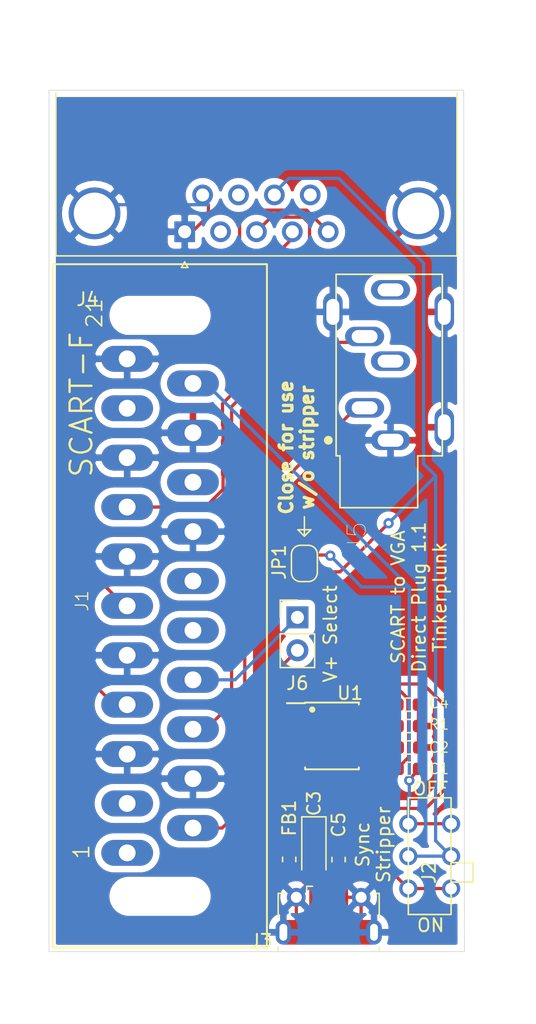
<source format=kicad_pcb>
(kicad_pcb (version 20171130) (host pcbnew "(5.1.0)-1")

  (general
    (thickness 1.6)
    (drawings 13)
    (tracks 140)
    (zones 0)
    (modules 15)
    (nets 27)
  )

  (page A4)
  (layers
    (0 F.Cu signal)
    (31 B.Cu signal)
    (32 B.Adhes user)
    (33 F.Adhes user)
    (34 B.Paste user)
    (35 F.Paste user)
    (36 B.SilkS user)
    (37 F.SilkS user)
    (38 B.Mask user)
    (39 F.Mask user)
    (40 Dwgs.User user)
    (41 Cmts.User user)
    (42 Eco1.User user)
    (43 Eco2.User user)
    (44 Edge.Cuts user)
    (45 Margin user)
    (46 B.CrtYd user)
    (47 F.CrtYd user)
    (48 B.Fab user)
    (49 F.Fab user)
  )

  (setup
    (last_trace_width 0.25)
    (trace_clearance 0.2)
    (zone_clearance 0.508)
    (zone_45_only no)
    (trace_min 0.2)
    (via_size 0.8)
    (via_drill 0.4)
    (via_min_size 0.4)
    (via_min_drill 0.3)
    (uvia_size 0.3)
    (uvia_drill 0.1)
    (uvias_allowed no)
    (uvia_min_size 0.2)
    (uvia_min_drill 0.1)
    (edge_width 0.05)
    (segment_width 0.2)
    (pcb_text_width 0.3)
    (pcb_text_size 1.5 1.5)
    (mod_edge_width 0.12)
    (mod_text_size 1 1)
    (mod_text_width 0.15)
    (pad_size 1.6 1.6)
    (pad_drill 1)
    (pad_to_mask_clearance 0.051)
    (solder_mask_min_width 0.25)
    (aux_axis_origin 0 0)
    (visible_elements 7FFFFFFF)
    (pcbplotparams
      (layerselection 0x010fc_ffffffff)
      (usegerberextensions true)
      (usegerberattributes false)
      (usegerberadvancedattributes false)
      (creategerberjobfile false)
      (excludeedgelayer true)
      (linewidth 0.100000)
      (plotframeref false)
      (viasonmask false)
      (mode 1)
      (useauxorigin false)
      (hpglpennumber 1)
      (hpglpenspeed 20)
      (hpglpendiameter 15.000000)
      (psnegative false)
      (psa4output false)
      (plotreference true)
      (plotvalue true)
      (plotinvisibletext false)
      (padsonsilk false)
      (subtractmaskfromsilk false)
      (outputformat 1)
      (mirror false)
      (drillshape 0)
      (scaleselection 1)
      (outputdirectory "Gerbers/"))
  )

  (net 0 "")
  (net 1 "Net-(C1-Pad1)")
  (net 2 SYNC_IN)
  (net 3 GND)
  (net 4 "Net-(C2-Pad1)")
  (net 5 "Net-(C3-Pad1)")
  (net 6 "Net-(J1-Pad1)")
  (net 7 RIGHT)
  (net 8 "Net-(J1-Pad3)")
  (net 9 LEFT)
  (net 10 BLUE)
  (net 11 "Net-(J1-Pad8)")
  (net 12 "Net-(J1-Pad10)")
  (net 13 GREEN)
  (net 14 "Net-(J1-Pad12)")
  (net 15 RED)
  (net 16 "Net-(J1-Pad16)")
  (net 17 "Net-(J1-Pad19)")
  (net 18 "Net-(J2-Pad1)")
  (net 19 SYNC_OUT)
  (net 20 "Net-(J3-Pad2)")
  (net 21 "Net-(J3-Pad4)")
  (net 22 "Net-(J3-Pad3)")
  (net 23 "Net-(U1-Pad3)")
  (net 24 "Net-(U1-Pad5)")
  (net 25 "Net-(U1-Pad7)")
  (net 26 SCART_VOLTAGE)

  (net_class Default "This is the default net class."
    (clearance 0.2)
    (trace_width 0.25)
    (via_dia 0.8)
    (via_drill 0.4)
    (uvia_dia 0.3)
    (uvia_drill 0.1)
    (add_net BLUE)
    (add_net GND)
    (add_net GREEN)
    (add_net LEFT)
    (add_net "Net-(C1-Pad1)")
    (add_net "Net-(C2-Pad1)")
    (add_net "Net-(C3-Pad1)")
    (add_net "Net-(J1-Pad1)")
    (add_net "Net-(J1-Pad10)")
    (add_net "Net-(J1-Pad12)")
    (add_net "Net-(J1-Pad16)")
    (add_net "Net-(J1-Pad19)")
    (add_net "Net-(J1-Pad3)")
    (add_net "Net-(J1-Pad8)")
    (add_net "Net-(J2-Pad1)")
    (add_net "Net-(J3-Pad2)")
    (add_net "Net-(J3-Pad3)")
    (add_net "Net-(J3-Pad4)")
    (add_net "Net-(U1-Pad3)")
    (add_net "Net-(U1-Pad5)")
    (add_net "Net-(U1-Pad7)")
    (add_net RED)
    (add_net RIGHT)
    (add_net SCART_VOLTAGE)
    (add_net SYNC_IN)
    (add_net SYNC_OUT)
  )

  (module Connector_Dsub:DSUB-9_Female_Horizontal_P2.77x2.84mm_EdgePinOffset9.90mm_Housed_MountingHolesOffset11.32mm (layer F.Cu) (tedit 5DB1ED59) (tstamp 5CC3077F)
    (at 89.8 80.6 180)
    (descr "9-pin D-Sub connector, horizontal/angled (90 deg), THT-mount, female, pitch 2.77x2.84mm, pin-PCB-offset 9.9mm, distance of mounting holes 25mm, distance of mounting holes to PCB edge 11.32mm, see https://disti-assets.s3.amazonaws.com/tonar/files/datasheets/16730.pdf")
    (tags "9-pin D-Sub connector horizontal angled 90deg THT female pitch 2.77x2.84mm pin-PCB-offset 9.9mm mounting-holes-distance 25mm mounting-hole-offset 25mm")
    (path /5CBCEC15)
    (fp_text reference J4 (at 13.033 -6.627 180) (layer F.SilkS)
      (effects (font (size 1 1) (thickness 0.15)))
    )
    (fp_text value DB15_Female_HighDensity (at 5.283 8.136 180) (layer F.Fab)
      (effects (font (size 1 1) (thickness 0.15)))
    )
    (fp_text user %R (at 5.283 3.636 180) (layer F.Fab)
      (effects (font (size 1 1) (thickness 0.15)))
    )
    (fp_line (start 15.94 -3.77) (end -15.96 -3.77) (layer F.CrtYd) (width 0.05))
    (fp_line (start 15.94 16.43) (end 15.94 -3.77) (layer F.CrtYd) (width 0.05))
    (fp_line (start -15.96 16.43) (end 15.94 16.43) (layer F.CrtYd) (width 0.05))
    (fp_line (start -15.96 -3.77) (end -15.96 16.43) (layer F.CrtYd) (width 0.05))
    (fp_line (start 5.54 -3.741325) (end 5.29 -4.174338) (layer F.SilkS) (width 0.12))
    (fp_line (start 5.79 -4.174338) (end 5.54 -3.741325) (layer F.SilkS) (width 0.12))
    (fp_line (start 5.29 -4.174338) (end 5.79 -4.174338) (layer F.SilkS) (width 0.12))
    (fp_line (start 15.485 -3.28) (end 15.485 9.26) (layer F.SilkS) (width 0.12))
    (fp_line (start -15.485 -3.28) (end 15.485 -3.28) (layer F.SilkS) (width 0.12))
    (fp_line (start -15.485 9.26) (end -15.485 -3.28) (layer F.SilkS) (width 0.12))
    (fp_line (start 14.1 9.32) (end 14.1 0) (layer F.Fab) (width 0.1))
    (fp_line (start 10.9 9.32) (end 10.9 0) (layer F.Fab) (width 0.1))
    (fp_line (start -10.9 9.32) (end -10.9 0) (layer F.Fab) (width 0.1))
    (fp_line (start -14.1 9.32) (end -14.1 0) (layer F.Fab) (width 0.1))
    (fp_line (start 15 9.72) (end 10 9.72) (layer F.Fab) (width 0.1))
    (fp_line (start 15 14.72) (end 15 9.72) (layer F.Fab) (width 0.1))
    (fp_line (start 10 14.72) (end 15 14.72) (layer F.Fab) (width 0.1))
    (fp_line (start 10 9.72) (end 10 14.72) (layer F.Fab) (width 0.1))
    (fp_line (start -10 9.72) (end -15 9.72) (layer F.Fab) (width 0.1))
    (fp_line (start -10 14.72) (end -10 9.72) (layer F.Fab) (width 0.1))
    (fp_line (start -15 14.72) (end -10 14.72) (layer F.Fab) (width 0.1))
    (fp_line (start -15 9.72) (end -15 14.72) (layer F.Fab) (width 0.1))
    (fp_line (start 8.15 9.72) (end -8.15 9.72) (layer F.Fab) (width 0.1))
    (fp_line (start 8.15 15.89) (end 8.15 9.72) (layer F.Fab) (width 0.1))
    (fp_line (start -8.15 15.89) (end 8.15 15.89) (layer F.Fab) (width 0.1))
    (fp_line (start -8.15 9.72) (end -8.15 15.89) (layer F.Fab) (width 0.1))
    (fp_line (start 15.425 9.32) (end -15.425 9.32) (layer F.Fab) (width 0.1))
    (fp_line (start 15.425 9.72) (end 15.425 9.32) (layer F.Fab) (width 0.1))
    (fp_line (start -15.425 9.72) (end 15.425 9.72) (layer F.Fab) (width 0.1))
    (fp_line (start -15.425 9.32) (end -15.425 9.72) (layer F.Fab) (width 0.1))
    (fp_line (start 15.425 -3.22) (end -15.425 -3.22) (layer F.Fab) (width 0.1))
    (fp_line (start 15.425 9.32) (end 15.425 -3.22) (layer F.Fab) (width 0.1))
    (fp_line (start -15.425 9.32) (end 15.425 9.32) (layer F.Fab) (width 0.1))
    (fp_line (start -15.425 -3.22) (end -15.425 9.32) (layer F.Fab) (width 0.1))
    (fp_arc (start 12.5 0) (end 10.9 0) (angle 180) (layer F.Fab) (width 0.1))
    (fp_arc (start -12.5 0) (end -14.1 0) (angle 180) (layer F.Fab) (width 0.1))
    (pad 0 thru_hole circle (at 12.5 0 180) (size 4 4) (drill 3.2) (layers *.Cu *.Mask)
      (net 3 GND))
    (pad 0 thru_hole circle (at -12.5 0 180) (size 4 4) (drill 3.2) (layers *.Cu *.Mask)
      (net 3 GND))
    (pad 9 thru_hole circle (at -4.155 1.42 180) (size 1.6 1.6) (drill 1) (layers *.Cu *.Mask))
    (pad 8 thru_hole circle (at -1.385 1.42 180) (size 1.6 1.6) (drill 1) (layers *.Cu *.Mask)
      (net 19 SYNC_OUT))
    (pad 7 thru_hole circle (at 1.385 1.42 180) (size 1.6 1.6) (drill 1) (layers *.Cu *.Mask))
    (pad 6 thru_hole circle (at 4.155 1.42 180) (size 1.6 1.6) (drill 1) (layers *.Cu *.Mask))
    (pad 5 thru_hole circle (at -5.54 -1.42 180) (size 1.6 1.6) (drill 1) (layers *.Cu *.Mask)
      (net 10 BLUE))
    (pad 4 thru_hole circle (at -2.77 -1.42 180) (size 1.6 1.6) (drill 1) (layers *.Cu *.Mask)
      (net 13 GREEN))
    (pad 3 thru_hole circle (at 0 -1.42 180) (size 1.6 1.6) (drill 1) (layers *.Cu *.Mask)
      (net 15 RED))
    (pad 2 thru_hole circle (at 2.77 -1.42 180) (size 1.6 1.6) (drill 1) (layers *.Cu *.Mask))
    (pad 1 thru_hole rect (at 5.54 -1.42 180) (size 1.6 1.6) (drill 1) (layers *.Cu *.Mask)
      (net 3 GND))
    (model ${KISYS3DMOD}/Connector_Dsub.3dshapes/DSUB-9_Female_Horizontal_P2.77x2.84mm_EdgePinOffset9.90mm_Housed_MountingHolesOffset11.32mm.wrl
      (at (xyz 0 0 0))
      (scale (xyz 1 1 1))
      (rotate (xyz 0 0 0))
    )
  )

  (module Jumper:SolderJumper-2_P1.3mm_Open_RoundedPad1.0x1.5mm (layer F.Cu) (tedit 5D119CA8) (tstamp 5D125313)
    (at 93.5 107.6 90)
    (descr "SMD Solder Jumper, 1x1.5mm, rounded Pads, 0.3mm gap, open")
    (tags "solder jumper open")
    (attr virtual)
    (fp_text reference JP1 (at 0.1 -1.95 90) (layer F.SilkS)
      (effects (font (size 1 1) (thickness 0.15)))
    )
    (fp_text value SolderJumper-2_P1.3mm_Open_RoundedPad1.0x1.5mm (at 0 1.9 90) (layer F.Fab)
      (effects (font (size 1 1) (thickness 0.15)))
    )
    (fp_line (start 1.65 1.25) (end -1.65 1.25) (layer F.CrtYd) (width 0.05))
    (fp_line (start 1.65 1.25) (end 1.65 -1.25) (layer F.CrtYd) (width 0.05))
    (fp_line (start -1.65 -1.25) (end -1.65 1.25) (layer F.CrtYd) (width 0.05))
    (fp_line (start -1.65 -1.25) (end 1.65 -1.25) (layer F.CrtYd) (width 0.05))
    (fp_line (start -0.7 -1) (end 0.7 -1) (layer F.SilkS) (width 0.12))
    (fp_line (start 1.4 -0.3) (end 1.4 0.3) (layer F.SilkS) (width 0.12))
    (fp_line (start 0.7 1) (end -0.7 1) (layer F.SilkS) (width 0.12))
    (fp_line (start -1.4 0.3) (end -1.4 -0.3) (layer F.SilkS) (width 0.12))
    (fp_arc (start -0.7 -0.3) (end -0.7 -1) (angle -90) (layer F.SilkS) (width 0.12))
    (fp_arc (start -0.7 0.3) (end -1.4 0.3) (angle -90) (layer F.SilkS) (width 0.12))
    (fp_arc (start 0.7 0.3) (end 0.7 1) (angle -90) (layer F.SilkS) (width 0.12))
    (fp_arc (start 0.7 -0.3) (end 1.4 -0.3) (angle -90) (layer F.SilkS) (width 0.12))
    (pad 2 smd custom (at 0.65 0 90) (size 1 0.5) (layers F.Cu F.Mask)
      (net 2 SYNC_IN) (zone_connect 2)
      (options (clearance outline) (anchor rect))
      (primitives
        (gr_circle (center 0 0.25) (end 0.5 0.25) (width 0))
        (gr_circle (center 0 -0.25) (end 0.5 -0.25) (width 0))
        (gr_poly (pts
           (xy 0 -0.75) (xy -0.5 -0.75) (xy -0.5 0.75) (xy 0 0.75)) (width 0))
      ))
    (pad 1 smd custom (at -0.65 0 90) (size 1 0.5) (layers F.Cu F.Mask)
      (net 19 SYNC_OUT) (zone_connect 2)
      (options (clearance outline) (anchor rect))
      (primitives
        (gr_circle (center 0 0.25) (end 0.5 0.25) (width 0))
        (gr_circle (center 0 -0.25) (end 0.5 -0.25) (width 0))
        (gr_poly (pts
           (xy 0 -0.75) (xy 0.5 -0.75) (xy 0.5 0.75) (xy 0 0.75)) (width 0))
      ))
  )

  (module Tinkerplunk:CUI_SJ1-3533NG (layer F.Cu) (tedit 5D119088) (tstamp 5CC534B5)
    (at 100.15 98.1 90)
    (path /5CBD0A70)
    (fp_text reference J5 (at -7.4295 -2.6035 -90) (layer F.SilkS)
      (effects (font (size 1.40069 1.40069) (thickness 0.05)))
    )
    (fp_text value AudioJack3 (at 3.24546 5.98984 90) (layer F.SilkS) hide
      (effects (font (size 1.4002 1.4002) (thickness 0.05)))
    )
    (fp_line (start -1.2 -4.2) (end 12.8 -4.2) (layer Eco2.User) (width 0.127))
    (fp_line (start 12.8 -4.2) (end 12.8 4) (layer Eco2.User) (width 0.127))
    (fp_line (start 12.8 4) (end -1.2 4) (layer Eco2.User) (width 0.127))
    (fp_line (start -1.2 4) (end -1.2 2.1) (layer Eco2.User) (width 0.127))
    (fp_line (start -1.2 2.1) (end -5.2 2.1) (layer Eco2.User) (width 0.127))
    (fp_line (start -5.2 2.1) (end -5.2 -3.9) (layer Eco2.User) (width 0.127))
    (fp_line (start -5.2 -3.9) (end -1.2 -3.9) (layer Eco2.User) (width 0.127))
    (fp_line (start -1.2 -3.9) (end -1.2 -4.2) (layer Eco2.User) (width 0.127))
    (fp_line (start -1.2 -4.2) (end 12.8 -4.2) (layer F.SilkS) (width 0.127))
    (fp_line (start 12.8 -4.2) (end 12.8 4) (layer F.SilkS) (width 0.127))
    (fp_line (start 12.8 4) (end -1.2 4) (layer F.SilkS) (width 0.127))
    (fp_line (start -1.2 4) (end -1.2 2.1) (layer F.SilkS) (width 0.127))
    (fp_line (start -1.2 2.1) (end -5.2 2.1) (layer F.SilkS) (width 0.127))
    (fp_line (start -5.2 2.1) (end -5.2 -3.9) (layer F.SilkS) (width 0.127))
    (fp_line (start -5.2 -3.9) (end -1.2 -3.9) (layer F.SilkS) (width 0.127))
    (fp_line (start -1.2 -3.9) (end -1.2 -4.2) (layer F.SilkS) (width 0.127))
    (fp_line (start 13.1 -4.5) (end 13.1 4.3) (layer Eco1.User) (width 0.05))
    (fp_line (start 13.1 4.3) (end -1.5 4.3) (layer Eco1.User) (width 0.05))
    (fp_line (start -1.5 4.3) (end -1.5 2.4) (layer Eco1.User) (width 0.05))
    (fp_line (start -1.5 2.4) (end -5.5 2.4) (layer Eco1.User) (width 0.05))
    (fp_line (start -5.5 2.4) (end -5.5 -4.2) (layer Eco1.User) (width 0.05))
    (fp_line (start -5.5 -4.2) (end -1.5 -4.2) (layer Eco1.User) (width 0.05))
    (fp_line (start -1.5 -4.2) (end -1.5 -4.5) (layer Eco1.User) (width 0.05))
    (fp_line (start -1.5 -4.5) (end 13.1 -4.5) (layer Eco1.User) (width 0.05))
    (fp_circle (center 0 -4.8) (end 0.17 -4.8) (layer F.SilkS) (width 0.34))
    (fp_line (start -5.8 -0.9) (end 13.5 -0.9) (layer Eco2.User) (width 0.05))
    (fp_text user %R (at -8.25 0 180) (layer F.Fab)
      (effects (font (size 1 1) (thickness 0.15)))
    )
    (pad S thru_hole oval (at 1 4.15 270) (size 3.016 1.508) (drill oval 2 1) (layers *.Cu *.Mask)
      (net 3 GND))
    (pad S thru_hole oval (at 9.9 4.15 270) (size 3.016 1.508) (drill oval 2 1) (layers *.Cu *.Mask)
      (net 3 GND))
    (pad S thru_hole oval (at 9.9 -4.45 270) (size 3.016 1.508) (drill oval 2 1) (layers *.Cu *.Mask)
      (net 3 GND))
    (pad TS thru_hole oval (at 11.6 0 180) (size 3.016 1.508) (drill oval 2 1) (layers *.Cu *.Mask))
    (pad RS thru_hole oval (at 6.1 0 180) (size 3.016 1.508) (drill oval 2 1) (layers *.Cu *.Mask))
    (pad S thru_hole oval (at 0 0 180) (size 3.016 1.508) (drill oval 2 1) (layers *.Cu *.Mask)
      (net 3 GND))
    (pad R thru_hole oval (at 2.5 -2 180) (size 3.016 1.508) (drill oval 2 1) (layers *.Cu *.Mask)
      (net 7 RIGHT))
    (pad T thru_hole oval (at 8 -2 180) (size 3.016 1.508) (drill oval 2 1) (layers *.Cu *.Mask)
      (net 9 LEFT))
    (model "C:/Users/jacob/Documents/Github/Tinkerplunk-KiCAD-Footprints/Tinkerplunk.pretty/3D Models/Tall_Skinny_Headphone_Universal_CUI_SJ1-353XNX.step"
      (offset (xyz -5 1 6.5))
      (scale (xyz 1 1 1))
      (rotate (xyz 0 -180 0))
    )
  )

  (module "SCART to DVI-A Compact:JS202011" (layer F.Cu) (tedit 5CE9D80D) (tstamp 5CBD3DA5)
    (at 103.124 130.175 90)
    (path /5CBD9776)
    (fp_text reference J2 (at -1.27 0 90) (layer F.SilkS)
      (effects (font (size 1 1) (thickness 0.15)))
    )
    (fp_text value Conn_01x03_Male (at 0 7.41 90) (layer F.Fab)
      (effects (font (size 1 1) (thickness 0.15)))
    )
    (fp_line (start -0.5 3.4) (end -0.5 1.7) (layer F.SilkS) (width 0.127))
    (fp_line (start -2 3.4) (end -0.5 3.4) (layer F.SilkS) (width 0.127))
    (fp_line (start -2 1.7) (end -2 3.4) (layer F.SilkS) (width 0.127))
    (fp_line (start -4.5 1.7) (end -4.5 -1.6) (layer F.SilkS) (width 0.127))
    (fp_line (start -2 1.7) (end -4.5 1.7) (layer F.SilkS) (width 0.127))
    (fp_line (start -0.5 1.7) (end -2 1.7) (layer F.SilkS) (width 0.127))
    (fp_line (start 4.5 1.7) (end -0.5 1.7) (layer F.SilkS) (width 0.127))
    (fp_line (start 4.5 -1.6) (end 4.5 1.7) (layer F.SilkS) (width 0.127))
    (fp_line (start -4.5 -1.6) (end 4.5 -1.6) (layer F.SilkS) (width 0.127))
    (fp_text user %R (at 0 2.54) (layer F.Fab)
      (effects (font (size 1 1) (thickness 0.15)))
    )
    (pad 4 thru_hole circle (at -2.5 -1.6 90) (size 1.408 1.408) (drill 0.9) (layers *.Cu *.Mask)
      (net 18 "Net-(J2-Pad1)") (solder_mask_margin 0.1016))
    (pad 5 thru_hole circle (at 0 -1.6 90) (size 1.408 1.408) (drill 0.9) (layers *.Cu *.Mask)
      (net 19 SYNC_OUT) (solder_mask_margin 0.1016))
    (pad 6 thru_hole circle (at 2.5 -1.6 90) (size 1.408 1.408) (drill 0.9) (layers *.Cu *.Mask)
      (net 2 SYNC_IN) (solder_mask_margin 0.1016))
    (pad 3 thru_hole circle (at 2.5 1.7 90) (size 1.408 1.408) (drill 0.9) (layers *.Cu *.Mask)
      (net 2 SYNC_IN) (solder_mask_margin 0.1016))
    (pad 2 thru_hole circle (at 0 1.7 90) (size 1.408 1.408) (drill 0.9) (layers *.Cu *.Mask)
      (net 19 SYNC_OUT) (solder_mask_margin 0.1016))
    (pad 1 thru_hole circle (at -2.5 1.7 90) (size 1.408 1.408) (drill 0.9) (layers *.Cu *.Mask)
      (net 18 "Net-(J2-Pad1)") (solder_mask_margin 0.1016))
    (model ${KISYS3DMOD}/Button_Switch_THT.3dshapes/SW_CuK_JS202011AQN_DPDT_Angled.step
      (offset (xyz -2.5 1.5 -0.5))
      (scale (xyz 1 1 1))
      (rotate (xyz 0 0 0))
    )
  )

  (module Package_SO:SOIC-8_3.9x4.9mm_P1.27mm (layer F.Cu) (tedit 5CE9DCD3) (tstamp 5CBD3E56)
    (at 95.631 120.904)
    (descr "8-Lead Plastic Small Outline (SN) - Narrow, 3.90 mm Body [SOIC] (see Microchip Packaging Specification http://ww1.microchip.com/downloads/en/PackagingSpec/00000049BQ.pdf)")
    (tags "SOIC 1.27")
    (path /5CBCF61B)
    (attr smd)
    (fp_text reference U1 (at 1.397 -3.302) (layer F.SilkS)
      (effects (font (size 1 1) (thickness 0.15)))
    )
    (fp_text value LM1881 (at 0 3.5) (layer F.Fab)
      (effects (font (size 1 1) (thickness 0.15)))
    )
    (fp_text user %R (at 0 0) (layer F.Fab)
      (effects (font (size 1 1) (thickness 0.15)))
    )
    (fp_line (start -0.95 -2.45) (end 1.95 -2.45) (layer F.Fab) (width 0.1))
    (fp_line (start 1.95 -2.45) (end 1.95 2.45) (layer F.Fab) (width 0.1))
    (fp_line (start 1.95 2.45) (end -1.95 2.45) (layer F.Fab) (width 0.1))
    (fp_line (start -1.95 2.45) (end -1.95 -1.45) (layer F.Fab) (width 0.1))
    (fp_line (start -1.95 -1.45) (end -0.95 -2.45) (layer F.Fab) (width 0.1))
    (fp_line (start -3.73 -2.7) (end -3.73 2.7) (layer F.CrtYd) (width 0.05))
    (fp_line (start 3.73 -2.7) (end 3.73 2.7) (layer F.CrtYd) (width 0.05))
    (fp_line (start -3.73 -2.7) (end 3.73 -2.7) (layer F.CrtYd) (width 0.05))
    (fp_line (start -3.73 2.7) (end 3.73 2.7) (layer F.CrtYd) (width 0.05))
    (fp_line (start -2.075 -2.575) (end -2.075 -2.525) (layer F.SilkS) (width 0.15))
    (fp_line (start 2.075 -2.575) (end 2.075 -2.43) (layer F.SilkS) (width 0.15))
    (fp_line (start 2.075 2.575) (end 2.075 2.43) (layer F.SilkS) (width 0.15))
    (fp_line (start -2.075 2.575) (end -2.075 2.43) (layer F.SilkS) (width 0.15))
    (fp_line (start -2.075 -2.575) (end 2.075 -2.575) (layer F.SilkS) (width 0.15))
    (fp_line (start -2.075 2.575) (end 2.075 2.575) (layer F.SilkS) (width 0.15))
    (fp_line (start -2.075 -2.525) (end -3.475 -2.525) (layer F.SilkS) (width 0.15))
    (fp_circle (center -1.524 -2.032) (end -1.397 -1.905) (layer F.SilkS) (width 0.12))
    (fp_circle (center -1.524 -2.032) (end -1.524 -1.905) (layer F.SilkS) (width 0.12))
    (fp_circle (center -1.524 -2.032) (end -1.4986 -1.9812) (layer F.SilkS) (width 0.12))
    (fp_circle (center -1.524 -2.032) (end -1.524 -2.0066) (layer F.SilkS) (width 0.12))
    (fp_circle (center -1.524 -2.032) (end -1.524 -2.02946) (layer F.SilkS) (width 0.12))
    (pad 1 smd rect (at -2.7 -1.905) (size 1.55 0.6) (layers F.Cu F.Paste F.Mask)
      (net 18 "Net-(J2-Pad1)"))
    (pad 2 smd rect (at -2.7 -0.635) (size 1.55 0.6) (layers F.Cu F.Paste F.Mask)
      (net 1 "Net-(C1-Pad1)"))
    (pad 3 smd rect (at -2.7 0.635) (size 1.55 0.6) (layers F.Cu F.Paste F.Mask)
      (net 23 "Net-(U1-Pad3)"))
    (pad 4 smd rect (at -2.7 1.905) (size 1.55 0.6) (layers F.Cu F.Paste F.Mask)
      (net 3 GND))
    (pad 5 smd rect (at 2.7 1.905) (size 1.55 0.6) (layers F.Cu F.Paste F.Mask)
      (net 24 "Net-(U1-Pad5)"))
    (pad 6 smd rect (at 2.7 0.635) (size 1.55 0.6) (layers F.Cu F.Paste F.Mask)
      (net 4 "Net-(C2-Pad1)"))
    (pad 7 smd rect (at 2.7 -0.635) (size 1.55 0.6) (layers F.Cu F.Paste F.Mask)
      (net 25 "Net-(U1-Pad7)"))
    (pad 8 smd rect (at 2.7 -1.905) (size 1.55 0.6) (layers F.Cu F.Paste F.Mask)
      (net 5 "Net-(C3-Pad1)"))
    (model ${KISYS3DMOD}/Package_SO.3dshapes/SOIC-8_3.9x4.9mm_P1.27mm.wrl
      (at (xyz 0 0 0))
      (scale (xyz 1 1 1))
      (rotate (xyz 0 0 0))
    )
  )

  (module SCART:SCART_F (layer F.Cu) (tedit 5CE9DD3F) (tstamp 5CBD3D8E)
    (at 82.3595 110.871 270)
    (path /5CBCDA18)
    (fp_text reference J1 (at 0.508 5.461 270) (layer F.SilkS)
      (effects (font (size 0.9652 0.9652) (thickness 0.09652)) (justify left bottom))
    )
    (fp_text value SCART-F (at -17.78 10.16 270) (layer F.Fab)
      (effects (font (size 1.6891 1.6891) (thickness 0.16891)) (justify left bottom))
    )
    (fp_line (start 26.35 -8.25) (end 26.35 8.25) (layer F.SilkS) (width 0.15))
    (fp_line (start -26.35 -8.25) (end 26.35 -8.25) (layer F.SilkS) (width 0.15))
    (fp_line (start -26.35 8.25) (end -26.35 -8.25) (layer F.SilkS) (width 0.15))
    (fp_line (start 26.35 8.25) (end -26.35 8.25) (layer F.SilkS) (width 0.15))
    (fp_text user 3,0 (at 24.765 7.112 270) (layer Dwgs.User)
      (effects (font (size 1.6891 1.6891) (thickness 0.1778)) (justify left bottom))
    )
    (fp_text user 1 (at 19.629 5.3595 270) (layer F.SilkS)
      (effects (font (size 1.2065 1.2065) (thickness 0.127)) (justify left bottom))
    )
    (fp_text user 21 (at -21.336 4.3595 270) (layer F.SilkS)
      (effects (font (size 1.2065 1.2065) (thickness 0.127)) (justify left bottom))
    )
    (fp_text user long (at 31.877 7.62) (layer Dwgs.User)
      (effects (font (size 1.6891 1.6891) (thickness 0.1778)) (justify left bottom))
    )
    (fp_text user SCART-F (at -9.779 5.08 270) (layer F.SilkS)
      (effects (font (size 1.6891 1.6891) (thickness 0.1778)) (justify left bottom))
    )
    (fp_text user "3,0 " (at -28.067 7.112 270) (layer Dwgs.User)
      (effects (font (size 1.6891 1.6891) (thickness 0.1778)) (justify left bottom))
    )
    (fp_text user "long " (at -29.083 7.747) (layer Dwgs.User)
      (effects (font (size 1.6891 1.6891) (thickness 0.1778)) (justify left bottom))
    )
    (pad "" np_thru_hole oval (at 22.4 0 270) (size 2 6.8) (drill oval 2 6.8) (layers *.Cu *.Mask))
    (pad "" np_thru_hole oval (at -22.4 0 270) (size 2 6.8) (drill oval 2 6.8) (layers *.Cu *.Mask))
    (pad 11 thru_hole oval (at 0 2.54 270) (size 2 4) (drill 1.3) (layers *.Cu *.Mask)
      (net 13 GREEN))
    (pad 13 thru_hole oval (at -3.81 2.54 270) (size 2 4) (drill 1.3) (layers *.Cu *.Mask)
      (net 3 GND))
    (pad 15 thru_hole oval (at -7.62 2.54 270) (size 2 4) (drill 1.3) (layers *.Cu *.Mask)
      (net 15 RED))
    (pad 17 thru_hole oval (at -11.43 2.54 270) (size 2 4) (drill 1.3) (layers *.Cu *.Mask)
      (net 3 GND))
    (pad 19 thru_hole oval (at -15.24 2.54 270) (size 2 4) (drill 1.3) (layers *.Cu *.Mask)
      (net 17 "Net-(J1-Pad19)"))
    (pad 21 thru_hole oval (at -19.05 2.54 270) (size 2 4) (drill 1.3) (layers *.Cu *.Mask)
      (net 3 GND))
    (pad 9 thru_hole oval (at 3.81 2.54 270) (size 2 4) (drill 1.3) (layers *.Cu *.Mask)
      (net 3 GND))
    (pad 7 thru_hole oval (at 7.62 2.54 270) (size 2 4) (drill 1.3) (layers *.Cu *.Mask)
      (net 10 BLUE))
    (pad 5 thru_hole oval (at 11.43 2.54 270) (size 2 4) (drill 1.3) (layers *.Cu *.Mask)
      (net 3 GND))
    (pad 3 thru_hole oval (at 15.24 2.54 270) (size 2 4) (drill 1.3) (layers *.Cu *.Mask)
      (net 8 "Net-(J1-Pad3)"))
    (pad 1 thru_hole oval (at 19.05 2.54 270) (size 2 4) (drill 1.3) (layers *.Cu *.Mask)
      (net 6 "Net-(J1-Pad1)"))
    (pad 12 thru_hole oval (at -1.915 -2.54 270) (size 2 4) (drill 1.3) (layers *.Cu *.Mask)
      (net 14 "Net-(J1-Pad12)"))
    (pad 10 thru_hole oval (at 1.895 -2.54 270) (size 2 4) (drill 1.3) (layers *.Cu *.Mask)
      (net 12 "Net-(J1-Pad10)"))
    (pad 8 thru_hole oval (at 5.705 -2.54 270) (size 2 4) (drill 1.3) (layers *.Cu *.Mask)
      (net 11 "Net-(J1-Pad8)"))
    (pad 6 thru_hole oval (at 9.515 -2.54 270) (size 2 4) (drill 1.3) (layers *.Cu *.Mask)
      (net 9 LEFT))
    (pad 4 thru_hole oval (at 13.325 -2.54 270) (size 2 4) (drill 1.3) (layers *.Cu *.Mask)
      (net 3 GND))
    (pad 2 thru_hole oval (at 17.135 -2.54 270) (size 2 4) (drill 1.3) (layers *.Cu *.Mask)
      (net 7 RIGHT))
    (pad 14 thru_hole oval (at -5.725 -2.54 270) (size 2 4) (drill 1.3) (layers *.Cu *.Mask)
      (net 3 GND))
    (pad 16 thru_hole oval (at -9.535 -2.54 270) (size 2 4) (drill 1.3) (layers *.Cu *.Mask)
      (net 16 "Net-(J1-Pad16)"))
    (pad 18 thru_hole oval (at -13.345 -2.54 270) (size 2 4) (drill 1.3) (layers *.Cu *.Mask)
      (net 3 GND))
    (pad 20 thru_hole oval (at -17.155 -2.54 270) (size 2 4) (drill 1.3) (layers *.Cu *.Mask)
      (net 2 SYNC_IN))
    (model "C:/Users/jacob/Documents/Github/Tinkerplunk-KiCAD-Footprints/Tinkerplunk.pretty/3D Models/User Library-conector scart.STEP"
      (offset (xyz 0 0 10))
      (scale (xyz 1 1 1))
      (rotate (xyz 0 0 0))
    )
  )

  (module Capacitor_SMD:C_0603_1608Metric_Pad1.05x0.95mm_HandSolder (layer F.Cu) (tedit 5B301BBE) (tstamp 5CBD3C51)
    (at 101.5238 123.444)
    (descr "Capacitor SMD 0603 (1608 Metric), square (rectangular) end terminal, IPC_7351 nominal with elongated pad for handsoldering. (Body size source: http://www.tortai-tech.com/upload/download/2011102023233369053.pdf), generated with kicad-footprint-generator")
    (tags "capacitor handsolder")
    (path /5CBD1EB0)
    (attr smd)
    (fp_text reference C1 (at 2.3622 0) (layer F.SilkS)
      (effects (font (size 0.8 0.8) (thickness 0.1)))
    )
    (fp_text value 100nF (at 0 1.43) (layer F.Fab)
      (effects (font (size 1 1) (thickness 0.15)))
    )
    (fp_line (start -0.8 0.4) (end -0.8 -0.4) (layer F.Fab) (width 0.1))
    (fp_line (start -0.8 -0.4) (end 0.8 -0.4) (layer F.Fab) (width 0.1))
    (fp_line (start 0.8 -0.4) (end 0.8 0.4) (layer F.Fab) (width 0.1))
    (fp_line (start 0.8 0.4) (end -0.8 0.4) (layer F.Fab) (width 0.1))
    (fp_line (start -0.171267 -0.51) (end 0.171267 -0.51) (layer F.SilkS) (width 0.12))
    (fp_line (start -0.171267 0.51) (end 0.171267 0.51) (layer F.SilkS) (width 0.12))
    (fp_line (start -1.65 0.73) (end -1.65 -0.73) (layer F.CrtYd) (width 0.05))
    (fp_line (start -1.65 -0.73) (end 1.65 -0.73) (layer F.CrtYd) (width 0.05))
    (fp_line (start 1.65 -0.73) (end 1.65 0.73) (layer F.CrtYd) (width 0.05))
    (fp_line (start 1.65 0.73) (end -1.65 0.73) (layer F.CrtYd) (width 0.05))
    (fp_text user %R (at 0 0) (layer F.Fab)
      (effects (font (size 0.4 0.4) (thickness 0.06)))
    )
    (pad 1 smd roundrect (at -0.875 0) (size 1.05 0.95) (layers F.Cu F.Paste F.Mask) (roundrect_rratio 0.25)
      (net 1 "Net-(C1-Pad1)"))
    (pad 2 smd roundrect (at 0.875 0) (size 1.05 0.95) (layers F.Cu F.Paste F.Mask) (roundrect_rratio 0.25)
      (net 2 SYNC_IN))
    (model ${KISYS3DMOD}/Capacitor_SMD.3dshapes/C_0603_1608Metric.wrl
      (at (xyz 0 0 0))
      (scale (xyz 1 1 1))
      (rotate (xyz 0 0 0))
    )
  )

  (module Resistor_SMD:R_0603_1608Metric_Pad1.05x0.95mm_HandSolder (layer F.Cu) (tedit 5B301BBD) (tstamp 5CBD3E39)
    (at 101.5225 120.142)
    (descr "Resistor SMD 0603 (1608 Metric), square (rectangular) end terminal, IPC_7351 nominal with elongated pad for handsoldering. (Body size source: http://www.tortai-tech.com/upload/download/2011102023233369053.pdf), generated with kicad-footprint-generator")
    (tags "resistor handsolder")
    (path /5CBD270C)
    (attr smd)
    (fp_text reference R1 (at 2.3635 -0.127) (layer F.SilkS)
      (effects (font (size 0.8 0.8) (thickness 0.1)))
    )
    (fp_text value 680K (at 0 1.43) (layer F.Fab)
      (effects (font (size 1 1) (thickness 0.15)))
    )
    (fp_line (start -0.8 0.4) (end -0.8 -0.4) (layer F.Fab) (width 0.1))
    (fp_line (start -0.8 -0.4) (end 0.8 -0.4) (layer F.Fab) (width 0.1))
    (fp_line (start 0.8 -0.4) (end 0.8 0.4) (layer F.Fab) (width 0.1))
    (fp_line (start 0.8 0.4) (end -0.8 0.4) (layer F.Fab) (width 0.1))
    (fp_line (start -0.171267 -0.51) (end 0.171267 -0.51) (layer F.SilkS) (width 0.12))
    (fp_line (start -0.171267 0.51) (end 0.171267 0.51) (layer F.SilkS) (width 0.12))
    (fp_line (start -1.65 0.73) (end -1.65 -0.73) (layer F.CrtYd) (width 0.05))
    (fp_line (start -1.65 -0.73) (end 1.65 -0.73) (layer F.CrtYd) (width 0.05))
    (fp_line (start 1.65 -0.73) (end 1.65 0.73) (layer F.CrtYd) (width 0.05))
    (fp_line (start 1.65 0.73) (end -1.65 0.73) (layer F.CrtYd) (width 0.05))
    (fp_text user %R (at 0 0) (layer F.Fab)
      (effects (font (size 0.4 0.4) (thickness 0.06)))
    )
    (pad 1 smd roundrect (at -0.875 0) (size 1.05 0.95) (layers F.Cu F.Paste F.Mask) (roundrect_rratio 0.25)
      (net 4 "Net-(C2-Pad1)"))
    (pad 2 smd roundrect (at 0.875 0) (size 1.05 0.95) (layers F.Cu F.Paste F.Mask) (roundrect_rratio 0.25)
      (net 3 GND))
    (model ${KISYS3DMOD}/Resistor_SMD.3dshapes/R_0603_1608Metric.wrl
      (at (xyz 0 0 0))
      (scale (xyz 1 1 1))
      (rotate (xyz 0 0 0))
    )
  )

  (module Capacitor_SMD:C_0603_1608Metric_Pad1.05x0.95mm_HandSolder (layer F.Cu) (tedit 5B301BBE) (tstamp 5CBD3C62)
    (at 101.5365 121.793)
    (descr "Capacitor SMD 0603 (1608 Metric), square (rectangular) end terminal, IPC_7351 nominal with elongated pad for handsoldering. (Body size source: http://www.tortai-tech.com/upload/download/2011102023233369053.pdf), generated with kicad-footprint-generator")
    (tags "capacitor handsolder")
    (path /5CBD2AA9)
    (attr smd)
    (fp_text reference C2 (at 2.3495 0) (layer F.SilkS)
      (effects (font (size 0.8 0.8) (thickness 0.1)))
    )
    (fp_text value 100nF (at 0 1.43) (layer F.Fab)
      (effects (font (size 1 1) (thickness 0.15)))
    )
    (fp_text user %R (at 0 0) (layer F.Fab)
      (effects (font (size 0.4 0.4) (thickness 0.06)))
    )
    (fp_line (start 1.65 0.73) (end -1.65 0.73) (layer F.CrtYd) (width 0.05))
    (fp_line (start 1.65 -0.73) (end 1.65 0.73) (layer F.CrtYd) (width 0.05))
    (fp_line (start -1.65 -0.73) (end 1.65 -0.73) (layer F.CrtYd) (width 0.05))
    (fp_line (start -1.65 0.73) (end -1.65 -0.73) (layer F.CrtYd) (width 0.05))
    (fp_line (start -0.171267 0.51) (end 0.171267 0.51) (layer F.SilkS) (width 0.12))
    (fp_line (start -0.171267 -0.51) (end 0.171267 -0.51) (layer F.SilkS) (width 0.12))
    (fp_line (start 0.8 0.4) (end -0.8 0.4) (layer F.Fab) (width 0.1))
    (fp_line (start 0.8 -0.4) (end 0.8 0.4) (layer F.Fab) (width 0.1))
    (fp_line (start -0.8 -0.4) (end 0.8 -0.4) (layer F.Fab) (width 0.1))
    (fp_line (start -0.8 0.4) (end -0.8 -0.4) (layer F.Fab) (width 0.1))
    (pad 2 smd roundrect (at 0.875 0) (size 1.05 0.95) (layers F.Cu F.Paste F.Mask) (roundrect_rratio 0.25)
      (net 3 GND))
    (pad 1 smd roundrect (at -0.875 0) (size 1.05 0.95) (layers F.Cu F.Paste F.Mask) (roundrect_rratio 0.25)
      (net 4 "Net-(C2-Pad1)"))
    (model ${KISYS3DMOD}/Capacitor_SMD.3dshapes/C_0603_1608Metric.wrl
      (at (xyz 0 0 0))
      (scale (xyz 1 1 1))
      (rotate (xyz 0 0 0))
    )
  )

  (module Capacitor_SMD:C_0603_1608Metric_Pad1.05x0.95mm_HandSolder (layer F.Cu) (tedit 5B301BBE) (tstamp 5CBD3C9B)
    (at 101.5124 118.491 180)
    (descr "Capacitor SMD 0603 (1608 Metric), square (rectangular) end terminal, IPC_7351 nominal with elongated pad for handsoldering. (Body size source: http://www.tortai-tech.com/upload/download/2011102023233369053.pdf), generated with kicad-footprint-generator")
    (tags "capacitor handsolder")
    (path /5CBD37DB)
    (attr smd)
    (fp_text reference C4 (at -2.3736 0.127 180) (layer F.SilkS)
      (effects (font (size 0.8 0.8) (thickness 0.1)))
    )
    (fp_text value 100nF (at 0 1.43 180) (layer F.Fab)
      (effects (font (size 1 1) (thickness 0.15)))
    )
    (fp_text user %R (at -0.0775 0.0635 180) (layer F.Fab)
      (effects (font (size 0.4 0.4) (thickness 0.06)))
    )
    (fp_line (start 1.65 0.73) (end -1.65 0.73) (layer F.CrtYd) (width 0.05))
    (fp_line (start 1.65 -0.73) (end 1.65 0.73) (layer F.CrtYd) (width 0.05))
    (fp_line (start -1.65 -0.73) (end 1.65 -0.73) (layer F.CrtYd) (width 0.05))
    (fp_line (start -1.65 0.73) (end -1.65 -0.73) (layer F.CrtYd) (width 0.05))
    (fp_line (start -0.171267 0.51) (end 0.171267 0.51) (layer F.SilkS) (width 0.12))
    (fp_line (start -0.171267 -0.51) (end 0.171267 -0.51) (layer F.SilkS) (width 0.12))
    (fp_line (start 0.8 0.4) (end -0.8 0.4) (layer F.Fab) (width 0.1))
    (fp_line (start 0.8 -0.4) (end 0.8 0.4) (layer F.Fab) (width 0.1))
    (fp_line (start -0.8 -0.4) (end 0.8 -0.4) (layer F.Fab) (width 0.1))
    (fp_line (start -0.8 0.4) (end -0.8 -0.4) (layer F.Fab) (width 0.1))
    (pad 2 smd roundrect (at 0.875 0 180) (size 1.05 0.95) (layers F.Cu F.Paste F.Mask) (roundrect_rratio 0.25)
      (net 5 "Net-(C3-Pad1)"))
    (pad 1 smd roundrect (at -0.875 0 180) (size 1.05 0.95) (layers F.Cu F.Paste F.Mask) (roundrect_rratio 0.25)
      (net 3 GND))
    (model ${KISYS3DMOD}/Capacitor_SMD.3dshapes/C_0603_1608Metric.wrl
      (at (xyz 0 0 0))
      (scale (xyz 1 1 1))
      (rotate (xyz 0 0 0))
    )
  )

  (module Connector_USB:USB_Micro-B_Molex-105017-0001 (layer F.Cu) (tedit 5A1DC0BE) (tstamp 5CBD3DCE)
    (at 95.377 134.8105)
    (descr http://www.molex.com/pdm_docs/sd/1050170001_sd.pdf)
    (tags "Micro-USB SMD Typ-B")
    (path /5CBD525E)
    (attr smd)
    (fp_text reference J3 (at -5.207 1.905) (layer F.SilkS)
      (effects (font (size 1 1) (thickness 0.15)))
    )
    (fp_text value USB_B_Micro (at 0.3 4.3375) (layer F.Fab)
      (effects (font (size 1 1) (thickness 0.15)))
    )
    (fp_text user "PCB Edge" (at 0 2.6875) (layer Dwgs.User)
      (effects (font (size 0.5 0.5) (thickness 0.08)))
    )
    (fp_text user %R (at 0 0.8875) (layer F.Fab)
      (effects (font (size 1 1) (thickness 0.15)))
    )
    (fp_line (start -4.4 3.64) (end 4.4 3.64) (layer F.CrtYd) (width 0.05))
    (fp_line (start 4.4 -2.46) (end 4.4 3.64) (layer F.CrtYd) (width 0.05))
    (fp_line (start -4.4 -2.46) (end 4.4 -2.46) (layer F.CrtYd) (width 0.05))
    (fp_line (start -4.4 3.64) (end -4.4 -2.46) (layer F.CrtYd) (width 0.05))
    (fp_line (start -3.9 -1.7625) (end -3.45 -1.7625) (layer F.SilkS) (width 0.12))
    (fp_line (start -3.9 0.0875) (end -3.9 -1.7625) (layer F.SilkS) (width 0.12))
    (fp_line (start 3.9 2.6375) (end 3.9 2.3875) (layer F.SilkS) (width 0.12))
    (fp_line (start 3.75 3.3875) (end 3.75 -1.6125) (layer F.Fab) (width 0.1))
    (fp_line (start -3 2.689204) (end 3 2.689204) (layer F.Fab) (width 0.1))
    (fp_line (start -3.75 3.389204) (end 3.75 3.389204) (layer F.Fab) (width 0.1))
    (fp_line (start -3.75 -1.6125) (end 3.75 -1.6125) (layer F.Fab) (width 0.1))
    (fp_line (start -3.75 3.3875) (end -3.75 -1.6125) (layer F.Fab) (width 0.1))
    (fp_line (start -3.9 2.6375) (end -3.9 2.3875) (layer F.SilkS) (width 0.12))
    (fp_line (start 3.9 0.0875) (end 3.9 -1.7625) (layer F.SilkS) (width 0.12))
    (fp_line (start 3.9 -1.7625) (end 3.45 -1.7625) (layer F.SilkS) (width 0.12))
    (fp_line (start -1.7 -2.3125) (end -1.25 -2.3125) (layer F.SilkS) (width 0.12))
    (fp_line (start -1.7 -2.3125) (end -1.7 -1.8625) (layer F.SilkS) (width 0.12))
    (fp_line (start -1.3 -1.7125) (end -1.5 -1.9125) (layer F.Fab) (width 0.1))
    (fp_line (start -1.1 -1.9125) (end -1.3 -1.7125) (layer F.Fab) (width 0.1))
    (fp_line (start -1.5 -2.1225) (end -1.1 -2.1225) (layer F.Fab) (width 0.1))
    (fp_line (start -1.5 -2.1225) (end -1.5 -1.9125) (layer F.Fab) (width 0.1))
    (fp_line (start -1.1 -2.1225) (end -1.1 -1.9125) (layer F.Fab) (width 0.1))
    (pad 6 smd rect (at 1 1.2375) (size 1.5 1.9) (layers F.Cu F.Paste F.Mask)
      (net 3 GND))
    (pad 6 thru_hole circle (at -2.5 -1.4625) (size 1.45 1.45) (drill 0.85) (layers *.Cu *.Mask)
      (net 3 GND))
    (pad 2 smd rect (at -0.65 -1.4625) (size 0.4 1.35) (layers F.Cu F.Paste F.Mask)
      (net 20 "Net-(J3-Pad2)"))
    (pad 1 smd rect (at -1.3 -1.4625) (size 0.4 1.35) (layers F.Cu F.Paste F.Mask)
      (net 26 SCART_VOLTAGE))
    (pad 5 smd rect (at 1.3 -1.4625) (size 0.4 1.35) (layers F.Cu F.Paste F.Mask)
      (net 3 GND))
    (pad 4 smd rect (at 0.65 -1.4625) (size 0.4 1.35) (layers F.Cu F.Paste F.Mask)
      (net 21 "Net-(J3-Pad4)"))
    (pad 3 smd rect (at 0 -1.4625) (size 0.4 1.35) (layers F.Cu F.Paste F.Mask)
      (net 22 "Net-(J3-Pad3)"))
    (pad 6 thru_hole circle (at 2.5 -1.4625) (size 1.45 1.45) (drill 0.85) (layers *.Cu *.Mask)
      (net 3 GND))
    (pad 6 smd rect (at -1 1.2375) (size 1.5 1.9) (layers F.Cu F.Paste F.Mask)
      (net 3 GND))
    (pad 6 thru_hole oval (at -3.5 1.2375 180) (size 1.2 1.9) (drill oval 0.6 1.3) (layers *.Cu *.Mask)
      (net 3 GND))
    (pad 6 thru_hole oval (at 3.5 1.2375) (size 1.2 1.9) (drill oval 0.6 1.3) (layers *.Cu *.Mask)
      (net 3 GND))
    (pad 6 smd rect (at 2.9 1.2375) (size 1.2 1.9) (layers F.Cu F.Mask)
      (net 3 GND))
    (pad 6 smd rect (at -2.9 1.2375) (size 1.2 1.9) (layers F.Cu F.Mask)
      (net 3 GND))
    (model ${KISYS3DMOD}/Connector_USB.3dshapes/USB_Micro-B_Molex-105017-0001.wrl
      (at (xyz 0 0 0))
      (scale (xyz 1 1 1))
      (rotate (xyz 0 0 0))
    )
    (model ${KISYS3DMOD}/Connector_USB.3dshapes/USB_Micro-B_Molex_47346-0001.step
      (at (xyz 0 0 0))
      (scale (xyz 1 1 1))
      (rotate (xyz 0 0 0))
    )
  )

  (module Capacitor_SMD:C_0603_1608Metric_Pad1.05x0.95mm_HandSolder (layer F.Cu) (tedit 5B301BBE) (tstamp 5CBD3CAC)
    (at 96.139 130.443 90)
    (descr "Capacitor SMD 0603 (1608 Metric), square (rectangular) end terminal, IPC_7351 nominal with elongated pad for handsoldering. (Body size source: http://www.tortai-tech.com/upload/download/2011102023233369053.pdf), generated with kicad-footprint-generator")
    (tags "capacitor handsolder")
    (path /5CBD341D)
    (attr smd)
    (fp_text reference C5 (at 2.681 0 90) (layer F.SilkS)
      (effects (font (size 1 1) (thickness 0.15)))
    )
    (fp_text value 10nF (at 0 1.43 90) (layer F.Fab)
      (effects (font (size 1 1) (thickness 0.15)))
    )
    (fp_line (start -0.8 0.4) (end -0.8 -0.4) (layer F.Fab) (width 0.1))
    (fp_line (start -0.8 -0.4) (end 0.8 -0.4) (layer F.Fab) (width 0.1))
    (fp_line (start 0.8 -0.4) (end 0.8 0.4) (layer F.Fab) (width 0.1))
    (fp_line (start 0.8 0.4) (end -0.8 0.4) (layer F.Fab) (width 0.1))
    (fp_line (start -0.171267 -0.51) (end 0.171267 -0.51) (layer F.SilkS) (width 0.12))
    (fp_line (start -0.171267 0.51) (end 0.171267 0.51) (layer F.SilkS) (width 0.12))
    (fp_line (start -1.65 0.73) (end -1.65 -0.73) (layer F.CrtYd) (width 0.05))
    (fp_line (start -1.65 -0.73) (end 1.65 -0.73) (layer F.CrtYd) (width 0.05))
    (fp_line (start 1.65 -0.73) (end 1.65 0.73) (layer F.CrtYd) (width 0.05))
    (fp_line (start 1.65 0.73) (end -1.65 0.73) (layer F.CrtYd) (width 0.05))
    (fp_text user %R (at 0 0 90) (layer F.Fab)
      (effects (font (size 0.4 0.4) (thickness 0.06)))
    )
    (pad 1 smd roundrect (at -0.875 0 90) (size 1.05 0.95) (layers F.Cu F.Paste F.Mask) (roundrect_rratio 0.25)
      (net 3 GND))
    (pad 2 smd roundrect (at 0.875 0 90) (size 1.05 0.95) (layers F.Cu F.Paste F.Mask) (roundrect_rratio 0.25)
      (net 5 "Net-(C3-Pad1)"))
    (model ${KISYS3DMOD}/Capacitor_SMD.3dshapes/C_0603_1608Metric.wrl
      (at (xyz 0 0 0))
      (scale (xyz 1 1 1))
      (rotate (xyz 0 0 0))
    )
  )

  (module Capacitor_Tantalum_SMD:CP_EIA-3216-18_Kemet-A_Pad1.58x1.35mm_HandSolder (layer F.Cu) (tedit 5B301BBE) (tstamp 5CC25216)
    (at 94.234 129.6265 270)
    (descr "Tantalum Capacitor SMD Kemet-A (3216-18 Metric), IPC_7351 nominal, (Body size from: http://www.kemet.com/Lists/ProductCatalog/Attachments/253/KEM_TC101_STD.pdf), generated with kicad-footprint-generator")
    (tags "capacitor tantalum")
    (path /5CBD3E54)
    (attr smd)
    (fp_text reference C3 (at -3.5155 0 270) (layer F.SilkS)
      (effects (font (size 1 1) (thickness 0.15)))
    )
    (fp_text value 10uF (at 0 1.75 270) (layer F.Fab)
      (effects (font (size 1 1) (thickness 0.15)))
    )
    (fp_line (start 1.6 -0.8) (end -1.2 -0.8) (layer F.Fab) (width 0.1))
    (fp_line (start -1.2 -0.8) (end -1.6 -0.4) (layer F.Fab) (width 0.1))
    (fp_line (start -1.6 -0.4) (end -1.6 0.8) (layer F.Fab) (width 0.1))
    (fp_line (start -1.6 0.8) (end 1.6 0.8) (layer F.Fab) (width 0.1))
    (fp_line (start 1.6 0.8) (end 1.6 -0.8) (layer F.Fab) (width 0.1))
    (fp_line (start 1.6 -0.935) (end -2.485 -0.935) (layer F.SilkS) (width 0.12))
    (fp_line (start -2.485 -0.935) (end -2.485 0.935) (layer F.SilkS) (width 0.12))
    (fp_line (start -2.485 0.935) (end 1.6 0.935) (layer F.SilkS) (width 0.12))
    (fp_line (start -2.48 1.05) (end -2.48 -1.05) (layer F.CrtYd) (width 0.05))
    (fp_line (start -2.48 -1.05) (end 2.48 -1.05) (layer F.CrtYd) (width 0.05))
    (fp_line (start 2.48 -1.05) (end 2.48 1.05) (layer F.CrtYd) (width 0.05))
    (fp_line (start 2.48 1.05) (end -2.48 1.05) (layer F.CrtYd) (width 0.05))
    (fp_text user %R (at 0 0 270) (layer F.Fab)
      (effects (font (size 0.8 0.8) (thickness 0.12)))
    )
    (pad 1 smd roundrect (at -1.4375 0 270) (size 1.575 1.35) (layers F.Cu F.Paste F.Mask) (roundrect_rratio 0.185185)
      (net 5 "Net-(C3-Pad1)"))
    (pad 2 smd roundrect (at 1.4375 0 270) (size 1.575 1.35) (layers F.Cu F.Paste F.Mask) (roundrect_rratio 0.185185)
      (net 3 GND))
    (model ${KISYS3DMOD}/Capacitor_Tantalum_SMD.3dshapes/CP_EIA-3216-18_Kemet-A.wrl
      (at (xyz 0 0 0))
      (scale (xyz 1 1 1))
      (rotate (xyz 0 0 0))
    )
  )

  (module Inductor_SMD:L_0603_1608Metric_Pad1.05x0.95mm_HandSolder (layer F.Cu) (tedit 5B301BBE) (tstamp 5CC305C7)
    (at 92.329 130.429 90)
    (descr "Capacitor SMD 0603 (1608 Metric), square (rectangular) end terminal, IPC_7351 nominal with elongated pad for handsoldering. (Body size source: http://www.tortai-tech.com/upload/download/2011102023233369053.pdf), generated with kicad-footprint-generator")
    (tags "inductor handsolder")
    (path /5CBD4BD3)
    (attr smd)
    (fp_text reference FB1 (at 3.189 0 90) (layer F.SilkS)
      (effects (font (size 1 1) (thickness 0.15)))
    )
    (fp_text value 220OHM (at 0 1.43 90) (layer F.Fab)
      (effects (font (size 1 1) (thickness 0.15)))
    )
    (fp_line (start -0.8 0.4) (end -0.8 -0.4) (layer F.Fab) (width 0.1))
    (fp_line (start -0.8 -0.4) (end 0.8 -0.4) (layer F.Fab) (width 0.1))
    (fp_line (start 0.8 -0.4) (end 0.8 0.4) (layer F.Fab) (width 0.1))
    (fp_line (start 0.8 0.4) (end -0.8 0.4) (layer F.Fab) (width 0.1))
    (fp_line (start -0.171267 -0.51) (end 0.171267 -0.51) (layer F.SilkS) (width 0.12))
    (fp_line (start -0.171267 0.51) (end 0.171267 0.51) (layer F.SilkS) (width 0.12))
    (fp_line (start -1.65 0.73) (end -1.65 -0.73) (layer F.CrtYd) (width 0.05))
    (fp_line (start -1.65 -0.73) (end 1.65 -0.73) (layer F.CrtYd) (width 0.05))
    (fp_line (start 1.65 -0.73) (end 1.65 0.73) (layer F.CrtYd) (width 0.05))
    (fp_line (start 1.65 0.73) (end -1.65 0.73) (layer F.CrtYd) (width 0.05))
    (fp_text user %R (at 0 0 90) (layer F.Fab)
      (effects (font (size 0.4 0.4) (thickness 0.06)))
    )
    (pad 1 smd roundrect (at -0.875 0 90) (size 1.05 0.95) (layers F.Cu F.Paste F.Mask) (roundrect_rratio 0.25)
      (net 26 SCART_VOLTAGE))
    (pad 2 smd roundrect (at 0.875 0 90) (size 1.05 0.95) (layers F.Cu F.Paste F.Mask) (roundrect_rratio 0.25)
      (net 5 "Net-(C3-Pad1)"))
    (model ${KISYS3DMOD}/Inductor_SMD.3dshapes/L_0603_1608Metric.wrl
      (at (xyz 0 0 0))
      (scale (xyz 1 1 1))
      (rotate (xyz 0 0 0))
    )
  )

  (module Connector_PinHeader_2.54mm:PinHeader_1x02_P2.54mm_Vertical (layer F.Cu) (tedit 59FED5CC) (tstamp 5CC534CB)
    (at 92.964 111.76)
    (descr "Through hole straight pin header, 1x02, 2.54mm pitch, single row")
    (tags "Through hole pin header THT 1x02 2.54mm single row")
    (path /5CC4DF98)
    (fp_text reference J6 (at 0 5.08) (layer F.SilkS)
      (effects (font (size 1 1) (thickness 0.15)))
    )
    (fp_text value "V+ Select" (at 2.54 1.27 90) (layer F.SilkS)
      (effects (font (size 1 1) (thickness 0.15)))
    )
    (fp_line (start -0.635 -1.27) (end 1.27 -1.27) (layer F.Fab) (width 0.1))
    (fp_line (start 1.27 -1.27) (end 1.27 3.81) (layer F.Fab) (width 0.1))
    (fp_line (start 1.27 3.81) (end -1.27 3.81) (layer F.Fab) (width 0.1))
    (fp_line (start -1.27 3.81) (end -1.27 -0.635) (layer F.Fab) (width 0.1))
    (fp_line (start -1.27 -0.635) (end -0.635 -1.27) (layer F.Fab) (width 0.1))
    (fp_line (start -1.33 3.87) (end 1.33 3.87) (layer F.SilkS) (width 0.12))
    (fp_line (start -1.33 1.27) (end -1.33 3.87) (layer F.SilkS) (width 0.12))
    (fp_line (start 1.33 1.27) (end 1.33 3.87) (layer F.SilkS) (width 0.12))
    (fp_line (start -1.33 1.27) (end 1.33 1.27) (layer F.SilkS) (width 0.12))
    (fp_line (start -1.33 0) (end -1.33 -1.33) (layer F.SilkS) (width 0.12))
    (fp_line (start -1.33 -1.33) (end 0 -1.33) (layer F.SilkS) (width 0.12))
    (fp_line (start -1.8 -1.8) (end -1.8 4.35) (layer F.CrtYd) (width 0.05))
    (fp_line (start -1.8 4.35) (end 1.8 4.35) (layer F.CrtYd) (width 0.05))
    (fp_line (start 1.8 4.35) (end 1.8 -1.8) (layer F.CrtYd) (width 0.05))
    (fp_line (start 1.8 -1.8) (end -1.8 -1.8) (layer F.CrtYd) (width 0.05))
    (fp_text user %R (at 0 1.27 90) (layer F.Fab)
      (effects (font (size 1 1) (thickness 0.15)))
    )
    (pad 1 thru_hole rect (at 0 0) (size 1.7 1.7) (drill 1) (layers *.Cu *.Mask)
      (net 11 "Net-(J1-Pad8)"))
    (pad 2 thru_hole oval (at 0 2.54) (size 1.7 1.7) (drill 1) (layers *.Cu *.Mask)
      (net 26 SCART_VOLTAGE))
    (model ${KISYS3DMOD}/Connector_PinHeader_2.54mm.3dshapes/PinHeader_1x02_P2.54mm_Vertical.wrl
      (at (xyz 0 0 0))
      (scale (xyz 1 1 1))
      (rotate (xyz 0 0 0))
    )
  )

  (gr_line (start 93 105) (end 93.5 105.5) (layer F.SilkS) (width 0.12) (tstamp 5D125396))
  (gr_line (start 94 105) (end 93 105) (layer F.SilkS) (width 0.12))
  (gr_line (start 93.5 105.5) (end 94 105) (layer F.SilkS) (width 0.12))
  (gr_line (start 93.5 104) (end 93.5 105.5) (layer F.SilkS) (width 0.12))
  (gr_text "Close for use\nw/o stripper" (at 92.9 98.65 90) (layer F.SilkS)
    (effects (font (size 1 1) (thickness 0.25)))
  )
  (gr_line (start 105.8 71.1) (end 105.8545 137.541) (layer Edge.Cuts) (width 0.05))
  (gr_line (start 73.787 137.541) (end 105.8545 137.541) (layer Edge.Cuts) (width 0.05))
  (gr_text ON (at 103.251 135.509) (layer F.SilkS)
    (effects (font (size 1 1) (thickness 0.15)))
  )
  (gr_text OFF (at 103.251 124.968) (layer F.SilkS)
    (effects (font (size 1 1) (thickness 0.15)))
  )
  (gr_text "Sync\nStripper" (at 98.806 129.286 90) (layer F.SilkS)
    (effects (font (size 1 1) (thickness 0.15)))
  )
  (gr_line (start 105.8 71.1) (end 73.787 71.1) (layer Edge.Cuts) (width 0.05) (tstamp 5CC25F06))
  (gr_text "SCART to VGA\nDirect Plug 1.1\nTinkerplunk" (at 102.35 110.2 90) (layer F.SilkS)
    (effects (font (size 1 1) (thickness 0.15)))
  )
  (gr_line (start 73.787 71.1) (end 73.787 137.541) (layer Edge.Cuts) (width 0.05))

  (segment (start 93.406 120.269) (end 92.931 120.269) (width 0.25) (layer F.Cu) (net 1))
  (segment (start 96.327 117.348) (end 93.406 120.269) (width 0.25) (layer F.Cu) (net 1))
  (segment (start 101.54749 122.54531) (end 101.54749 118.9716) (width 0.25) (layer F.Cu) (net 1))
  (segment (start 101.54749 118.9716) (end 101.48741 118.91152) (width 0.25) (layer F.Cu) (net 1))
  (segment (start 101.48741 118.91152) (end 101.48741 118.0205) (width 0.25) (layer F.Cu) (net 1))
  (segment (start 100.6488 123.444) (end 101.54749 122.54531) (width 0.25) (layer F.Cu) (net 1))
  (segment (start 101.48741 118.0205) (end 100.81491 117.348) (width 0.25) (layer F.Cu) (net 1))
  (segment (start 100.81491 117.348) (end 96.327 117.348) (width 0.25) (layer F.Cu) (net 1))
  (segment (start 101.524 126.289) (end 101.524 125.552) (width 0.25) (layer B.Cu) (net 2))
  (segment (start 101.6336 127.675) (end 101.524 127.675) (width 0.25) (layer F.Cu) (net 2))
  (segment (start 101.524 127.675) (end 104.824 127.675) (width 0.25) (layer F.Cu) (net 2))
  (segment (start 101.524 126.289) (end 101.524 127.675) (width 0.25) (layer B.Cu) (net 2))
  (via (at 101.6 124.333012) (size 0.8) (drill 0.4) (layers F.Cu B.Cu) (net 2))
  (segment (start 101.6 126.213) (end 101.6 124.898697) (width 0.25) (layer B.Cu) (net 2))
  (segment (start 101.524 126.289) (end 101.6 126.213) (width 0.25) (layer B.Cu) (net 2))
  (segment (start 102.3988 123.444) (end 101.6 124.2428) (width 0.25) (layer F.Cu) (net 2))
  (segment (start 101.6 109.4165) (end 101.6 123.767327) (width 0.25) (layer B.Cu) (net 2))
  (segment (start 101.6 123.767327) (end 101.6 124.333012) (width 0.25) (layer B.Cu) (net 2))
  (segment (start 85.8995 93.716) (end 101.6 109.4165) (width 0.25) (layer B.Cu) (net 2))
  (segment (start 84.8995 93.716) (end 85.8995 93.716) (width 0.25) (layer B.Cu) (net 2))
  (segment (start 101.6 124.2428) (end 101.6 124.333012) (width 0.25) (layer F.Cu) (net 2))
  (segment (start 101.6 124.898697) (end 101.6 124.333012) (width 0.25) (layer B.Cu) (net 2))
  (via (at 95.5 107) (size 0.8) (drill 0.4) (layers F.Cu B.Cu) (net 2))
  (segment (start 93.5 106.95) (end 95.45 106.95) (width 0.25) (layer F.Cu) (net 2))
  (segment (start 95.45 106.95) (end 95.5 107) (width 0.25) (layer F.Cu) (net 2))
  (segment (start 97.9165 109.4165) (end 101.6 109.4165) (width 0.25) (layer B.Cu) (net 2))
  (segment (start 95.5 107) (end 97.9165 109.4165) (width 0.25) (layer B.Cu) (net 2))
  (segment (start 92.477 136.048) (end 98.877 136.048) (width 0.25) (layer F.Cu) (net 3))
  (segment (start 92.877 135.648) (end 92.477 136.048) (width 0.25) (layer F.Cu) (net 3))
  (segment (start 92.877 133.348) (end 92.877 135.648) (width 0.25) (layer F.Cu) (net 3))
  (segment (start 97.877 133.348) (end 97.877 136.311) (width 0.25) (layer F.Cu) (net 3))
  (segment (start 98.14 136.048) (end 98.277 136.048) (width 0.25) (layer F.Cu) (net 3))
  (segment (start 97.877 136.311) (end 98.14 136.048) (width 0.25) (layer F.Cu) (net 3))
  (segment (start 97.877 133.348) (end 96.677 133.348) (width 0.25) (layer F.Cu) (net 3))
  (segment (start 96.677 135.748) (end 96.377 136.048) (width 0.25) (layer F.Cu) (net 3))
  (segment (start 96.677 133.348) (end 96.677 135.748) (width 0.25) (layer F.Cu) (net 3))
  (segment (start 86.092 80.77) (end 84.947 81.915) (width 0.25) (layer F.Cu) (net 3))
  (segment (start 86.092 79.935) (end 86.092 80.77) (width 0.25) (layer F.Cu) (net 3))
  (segment (start 77.362 79.935) (end 77.292 79.865) (width 0.25) (layer B.Cu) (net 3))
  (segment (start 86.092 79.935) (end 77.362 79.935) (width 0.25) (layer B.Cu) (net 3))
  (segment (start 95.885 131.064) (end 96.139 131.318) (width 0.25) (layer F.Cu) (net 3))
  (segment (start 94.234 131.064) (end 95.885 131.064) (width 0.25) (layer F.Cu) (net 3))
  (segment (start 100.4075 121.539) (end 100.6615 121.793) (width 0.25) (layer F.Cu) (net 4))
  (segment (start 98.331 121.539) (end 100.4075 121.539) (width 0.25) (layer F.Cu) (net 4))
  (segment (start 100.6615 120.156) (end 100.6475 120.142) (width 0.25) (layer F.Cu) (net 4))
  (segment (start 100.6615 121.793) (end 100.6615 120.156) (width 0.25) (layer F.Cu) (net 4))
  (segment (start 98.839 118.491) (end 98.331 118.999) (width 0.25) (layer F.Cu) (net 5))
  (segment (start 100.6374 118.491) (end 98.839 118.491) (width 0.25) (layer F.Cu) (net 5))
  (segment (start 92.869 129.554) (end 94.234 128.189) (width 0.25) (layer F.Cu) (net 5))
  (segment (start 92.329 129.554) (end 92.869 129.554) (width 0.25) (layer F.Cu) (net 5))
  (segment (start 94.76 128.189) (end 96.139 129.568) (width 0.25) (layer F.Cu) (net 5))
  (segment (start 94.234 128.189) (end 94.76 128.189) (width 0.25) (layer F.Cu) (net 5))
  (segment (start 97.856 118.999) (end 98.331 118.999) (width 0.25) (layer F.Cu) (net 5))
  (segment (start 94.996 121.859) (end 97.856 118.999) (width 0.25) (layer F.Cu) (net 5))
  (segment (start 94.234 128.189) (end 94.996 127.427) (width 0.25) (layer F.Cu) (net 5))
  (segment (start 94.996 127.427) (end 94.996 121.859) (width 0.25) (layer F.Cu) (net 5))
  (segment (start 97.494 95.6) (end 98.15 95.6) (width 0.25) (layer F.Cu) (net 7))
  (segment (start 88.9 104.194) (end 97.494 95.6) (width 0.25) (layer F.Cu) (net 7))
  (segment (start 88.9 126.2555) (end 88.9 104.194) (width 0.25) (layer F.Cu) (net 7))
  (segment (start 84.8995 128.006) (end 87.1495 128.006) (width 0.25) (layer F.Cu) (net 7))
  (segment (start 87.1495 128.006) (end 88.9 126.2555) (width 0.25) (layer F.Cu) (net 7))
  (segment (start 97.7 90.55) (end 98.15 90.1) (width 0.25) (layer F.Cu) (net 9))
  (segment (start 92.838 90.55) (end 97.7 90.55) (width 0.25) (layer F.Cu) (net 9))
  (segment (start 87.884 95.504) (end 92.838 90.55) (width 0.25) (layer F.Cu) (net 9))
  (segment (start 87.884 118.4015) (end 87.884 95.504) (width 0.25) (layer F.Cu) (net 9))
  (segment (start 84.8995 120.386) (end 85.8995 120.386) (width 0.25) (layer F.Cu) (net 9))
  (segment (start 85.8995 120.386) (end 87.884 118.4015) (width 0.25) (layer F.Cu) (net 9))
  (segment (start 88.5 81.3) (end 89.450011 80.349989) (width 0.25) (layer F.Cu) (net 10))
  (segment (start 78.8195 118.491) (end 76.073 115.7445) (width 0.25) (layer F.Cu) (net 10))
  (segment (start 79.8195 118.491) (end 78.8195 118.491) (width 0.25) (layer F.Cu) (net 10))
  (segment (start 76.073 115.7445) (end 76.073 88.519) (width 0.25) (layer F.Cu) (net 10))
  (segment (start 94.540001 81.220001) (end 95.34 82.02) (width 0.25) (layer F.Cu) (net 10))
  (segment (start 88.5 82.942) (end 88.5 81.3) (width 0.25) (layer F.Cu) (net 10))
  (segment (start 85.971 85.471) (end 88.5 82.942) (width 0.25) (layer F.Cu) (net 10))
  (segment (start 79.121 85.471) (end 85.971 85.471) (width 0.25) (layer F.Cu) (net 10))
  (segment (start 93.669989 80.349989) (end 94.540001 81.220001) (width 0.25) (layer F.Cu) (net 10))
  (segment (start 76.073 88.519) (end 79.121 85.471) (width 0.25) (layer F.Cu) (net 10))
  (segment (start 89.450011 80.349989) (end 93.669989 80.349989) (width 0.25) (layer F.Cu) (net 10))
  (segment (start 88.148 116.576) (end 92.964 111.76) (width 0.25) (layer B.Cu) (net 11))
  (segment (start 84.8995 116.576) (end 88.148 116.576) (width 0.25) (layer B.Cu) (net 11))
  (segment (start 91.8 83.3) (end 92.57 82.53) (width 0.25) (layer F.Cu) (net 13))
  (segment (start 90.432 83.3) (end 91.8 83.3) (width 0.25) (layer F.Cu) (net 13))
  (segment (start 79.629 110.871) (end 76.581 107.823) (width 0.25) (layer F.Cu) (net 13))
  (segment (start 79.8195 110.871) (end 79.629 110.871) (width 0.25) (layer F.Cu) (net 13))
  (segment (start 76.581 107.823) (end 76.581 89.027) (width 0.25) (layer F.Cu) (net 13))
  (segment (start 76.581 89.027) (end 79.502 86.106) (width 0.25) (layer F.Cu) (net 13))
  (segment (start 79.502 86.106) (end 87.626 86.106) (width 0.25) (layer F.Cu) (net 13))
  (segment (start 92.57 82.53) (end 92.57 82.02) (width 0.25) (layer F.Cu) (net 13))
  (segment (start 87.626 86.106) (end 90.432 83.3) (width 0.25) (layer F.Cu) (net 13))
  (segment (start 90.599999 81.220001) (end 89.8 82.02) (width 0.25) (layer F.Cu) (net 15))
  (segment (start 90.92 80.9) (end 90.599999 81.220001) (width 0.25) (layer F.Cu) (net 15))
  (segment (start 92.024998 80.9) (end 90.92 80.9) (width 0.25) (layer F.Cu) (net 15))
  (segment (start 93.110001 80.894999) (end 92.029999 80.894999) (width 0.25) (layer F.Cu) (net 15))
  (segment (start 93.115002 80.9) (end 93.110001 80.894999) (width 0.25) (layer F.Cu) (net 15))
  (segment (start 93.4 80.9) (end 93.115002 80.9) (width 0.25) (layer F.Cu) (net 15))
  (segment (start 93.9 88.557589) (end 93.9 81.4) (width 0.25) (layer F.Cu) (net 15))
  (segment (start 87.22451 96.977163) (end 87.179989 96.932642) (width 0.25) (layer F.Cu) (net 15))
  (segment (start 87.22451 98.074837) (end 87.22451 96.977163) (width 0.25) (layer F.Cu) (net 15))
  (segment (start 87.179989 98.119358) (end 87.22451 98.074837) (width 0.25) (layer F.Cu) (net 15))
  (segment (start 93.9 81.4) (end 93.4 80.9) (width 0.25) (layer F.Cu) (net 15))
  (segment (start 87.179989 95.2776) (end 93.9 88.557589) (width 0.25) (layer F.Cu) (net 15))
  (segment (start 85.858347 103.251) (end 87.22451 101.884837) (width 0.25) (layer F.Cu) (net 15))
  (segment (start 87.22451 101.884837) (end 87.22451 100.787163) (width 0.25) (layer F.Cu) (net 15))
  (segment (start 92.029999 80.894999) (end 92.024998 80.9) (width 0.25) (layer F.Cu) (net 15))
  (segment (start 79.8195 103.251) (end 85.858347 103.251) (width 0.25) (layer F.Cu) (net 15))
  (segment (start 87.22451 100.787163) (end 87.179989 100.742642) (width 0.25) (layer F.Cu) (net 15))
  (segment (start 87.179989 96.932642) (end 87.179989 95.2776) (width 0.25) (layer F.Cu) (net 15))
  (segment (start 87.179989 100.742642) (end 87.179989 98.119358) (width 0.25) (layer F.Cu) (net 15))
  (segment (start 101.524 132.675) (end 104.824 132.675) (width 0.25) (layer F.Cu) (net 18))
  (segment (start 100.584 126.492) (end 99.695 127.381) (width 0.25) (layer F.Cu) (net 18))
  (segment (start 102.87 126.492) (end 100.584 126.492) (width 0.25) (layer F.Cu) (net 18))
  (segment (start 99.695 130.846) (end 101.524 132.675) (width 0.25) (layer F.Cu) (net 18))
  (segment (start 93.956 118.999) (end 96.05701 116.89799) (width 0.25) (layer F.Cu) (net 18))
  (segment (start 99.695 127.381) (end 99.695 130.846) (width 0.25) (layer F.Cu) (net 18))
  (segment (start 92.931 118.999) (end 93.956 118.999) (width 0.25) (layer F.Cu) (net 18))
  (segment (start 96.05701 116.89799) (end 102.67399 116.89799) (width 0.25) (layer F.Cu) (net 18))
  (segment (start 102.67399 116.89799) (end 104.394 118.618) (width 0.25) (layer F.Cu) (net 18))
  (segment (start 104.394 118.618) (end 104.394 124.968) (width 0.25) (layer F.Cu) (net 18))
  (segment (start 104.394 124.968) (end 102.87 126.492) (width 0.25) (layer F.Cu) (net 18))
  (segment (start 101.524 130.175) (end 104.824 130.175) (width 0.25) (layer B.Cu) (net 19))
  (segment (start 103.632 128.983) (end 104.824 130.175) (width 0.25) (layer B.Cu) (net 19))
  (segment (start 103.632 100.838) (end 103.632 128.983) (width 0.25) (layer B.Cu) (net 19))
  (via (at 100 104.499992) (size 0.8) (drill 0.4) (layers F.Cu B.Cu) (net 19))
  (segment (start 93.5 108.25) (end 96.249992 108.25) (width 0.25) (layer F.Cu) (net 19))
  (segment (start 99.600001 104.899991) (end 100 104.499992) (width 0.25) (layer F.Cu) (net 19))
  (segment (start 96.249992 108.25) (end 99.600001 104.899991) (width 0.25) (layer F.Cu) (net 19))
  (segment (start 103.632 100.867992) (end 103.632 100.838) (width 0.25) (layer B.Cu) (net 19))
  (segment (start 100 104.499992) (end 103.632 100.867992) (width 0.25) (layer B.Cu) (net 19))
  (segment (start 102.7 99.906) (end 103.632 100.838) (width 0.25) (layer B.Cu) (net 19))
  (segment (start 102.7 84.441002) (end 102.7 99.906) (width 0.25) (layer B.Cu) (net 19))
  (segment (start 96.158998 77.9) (end 102.7 84.441002) (width 0.25) (layer B.Cu) (net 19))
  (segment (start 92.3 77.9) (end 96.158998 77.9) (width 0.25) (layer B.Cu) (net 19))
  (segment (start 91.185 79.18) (end 91.185 79.015) (width 0.25) (layer B.Cu) (net 19))
  (segment (start 91.185 79.015) (end 92.3 77.9) (width 0.25) (layer B.Cu) (net 19))
  (segment (start 92.569 131.304) (end 92.329 131.304) (width 0.25) (layer F.Cu) (net 26))
  (segment (start 94.077 133.348) (end 94.077 132.812) (width 0.25) (layer F.Cu) (net 26))
  (segment (start 94.077 132.812) (end 92.569 131.304) (width 0.25) (layer F.Cu) (net 26))
  (segment (start 90.424 129.399) (end 90.424 116.84) (width 0.25) (layer F.Cu) (net 26))
  (segment (start 92.329 131.304) (end 90.424 129.399) (width 0.25) (layer F.Cu) (net 26))
  (segment (start 90.424 116.84) (end 92.964 114.3) (width 0.25) (layer F.Cu) (net 26))

  (zone (net 3) (net_name GND) (layer F.Cu) (tstamp 5CE9F596) (hatch edge 0.508)
    (connect_pads (clearance 0.508))
    (min_thickness 0.254)
    (fill yes (arc_segments 32) (thermal_gap 0.508) (thermal_bridge_width 0.508))
    (polygon
      (pts
        (xy 73.66 137.668) (xy 105.918 137.668) (xy 105.918 71) (xy 73.66 71)
      )
    )
    (filled_polygon
      (pts
        (xy 105.152507 86.346986) (xy 104.966091 86.220531) (xy 104.714215 86.11413) (xy 104.641814 86.099714) (xy 104.427 86.222323)
        (xy 104.427 88.073) (xy 104.447 88.073) (xy 104.447 88.327) (xy 104.427 88.327) (xy 104.427 90.177677)
        (xy 104.641814 90.300286) (xy 104.714215 90.28587) (xy 104.966091 90.179469) (xy 105.155545 90.050953) (xy 105.159811 95.251941)
        (xy 104.966091 95.120531) (xy 104.714215 95.01413) (xy 104.641814 94.999714) (xy 104.427 95.122323) (xy 104.427 96.973)
        (xy 104.447 96.973) (xy 104.447 97.227) (xy 104.427 97.227) (xy 104.427 99.077677) (xy 104.641814 99.200286)
        (xy 104.714215 99.18587) (xy 104.966091 99.079469) (xy 105.162841 98.946004) (xy 105.185346 126.381644) (xy 104.95588 126.336)
        (xy 104.69212 126.336) (xy 104.433428 126.387457) (xy 104.189746 126.488393) (xy 103.970437 126.634931) (xy 103.783931 126.821437)
        (xy 103.721414 126.915) (xy 103.521801 126.915) (xy 104.905008 125.531795) (xy 104.934001 125.508001) (xy 104.957795 125.479008)
        (xy 104.957799 125.479004) (xy 105.028973 125.392277) (xy 105.028974 125.392276) (xy 105.099546 125.260247) (xy 105.143003 125.116986)
        (xy 105.154 125.005333) (xy 105.154 125.005324) (xy 105.157676 124.968001) (xy 105.154 124.930678) (xy 105.154 118.655322)
        (xy 105.157676 118.617999) (xy 105.154 118.580676) (xy 105.154 118.580667) (xy 105.143003 118.469014) (xy 105.099546 118.325753)
        (xy 105.028974 118.193724) (xy 105.015811 118.177685) (xy 104.957799 118.106996) (xy 104.957795 118.106992) (xy 104.934001 118.077999)
        (xy 104.905009 118.054206) (xy 103.237793 116.386992) (xy 103.213991 116.357989) (xy 103.098266 116.263016) (xy 102.966237 116.192444)
        (xy 102.822976 116.148987) (xy 102.711323 116.13799) (xy 102.711312 116.13799) (xy 102.67399 116.134314) (xy 102.636668 116.13799)
        (xy 96.094333 116.13799) (xy 96.05701 116.134314) (xy 96.019687 116.13799) (xy 96.019677 116.13799) (xy 95.908024 116.148987)
        (xy 95.764763 116.192444) (xy 95.632734 116.263016) (xy 95.517009 116.357989) (xy 95.493211 116.386987) (xy 93.809115 118.071084)
        (xy 93.706 118.060928) (xy 92.156 118.060928) (xy 92.031518 118.073188) (xy 91.91182 118.109498) (xy 91.801506 118.168463)
        (xy 91.704815 118.247815) (xy 91.625463 118.344506) (xy 91.566498 118.45482) (xy 91.530188 118.574518) (xy 91.517928 118.699)
        (xy 91.517928 119.299) (xy 91.530188 119.423482) (xy 91.566498 119.54318) (xy 91.615043 119.634) (xy 91.566498 119.72482)
        (xy 91.530188 119.844518) (xy 91.517928 119.969) (xy 91.517928 120.569) (xy 91.530188 120.693482) (xy 91.566498 120.81318)
        (xy 91.615043 120.904) (xy 91.566498 120.99482) (xy 91.530188 121.114518) (xy 91.517928 121.239) (xy 91.517928 121.839)
        (xy 91.530188 121.963482) (xy 91.566498 122.08318) (xy 91.615043 122.174) (xy 91.566498 122.26482) (xy 91.530188 122.384518)
        (xy 91.517928 122.509) (xy 91.521 122.52325) (xy 91.67975 122.682) (xy 92.804 122.682) (xy 92.804 122.662)
        (xy 93.058 122.662) (xy 93.058 122.682) (xy 93.078 122.682) (xy 93.078 122.936) (xy 93.058 122.936)
        (xy 93.058 123.58525) (xy 93.21675 123.744) (xy 93.706 123.747072) (xy 93.830482 123.734812) (xy 93.95018 123.698502)
        (xy 94.060494 123.639537) (xy 94.157185 123.560185) (xy 94.236001 123.464147) (xy 94.236 126.763428) (xy 93.808999 126.763428)
        (xy 93.635745 126.780492) (xy 93.469149 126.831028) (xy 93.315613 126.913095) (xy 93.181038 127.023538) (xy 93.070595 127.158113)
        (xy 92.988528 127.311649) (xy 92.937992 127.478245) (xy 92.920928 127.651499) (xy 92.920928 128.427271) (xy 92.893169 128.45503)
        (xy 92.737316 128.407752) (xy 92.5665 128.390928) (xy 92.0915 128.390928) (xy 91.920684 128.407752) (xy 91.756433 128.457577)
        (xy 91.605058 128.538488) (xy 91.472377 128.647377) (xy 91.363488 128.780058) (xy 91.282577 128.931433) (xy 91.232752 129.095684)
        (xy 91.229411 129.129609) (xy 91.184 129.084199) (xy 91.184 123.109) (xy 91.517928 123.109) (xy 91.530188 123.233482)
        (xy 91.566498 123.35318) (xy 91.625463 123.463494) (xy 91.704815 123.560185) (xy 91.801506 123.639537) (xy 91.91182 123.698502)
        (xy 92.031518 123.734812) (xy 92.156 123.747072) (xy 92.64525 123.744) (xy 92.804 123.58525) (xy 92.804 122.936)
        (xy 91.67975 122.936) (xy 91.521 123.09475) (xy 91.517928 123.109) (xy 91.184 123.109) (xy 91.184 117.154801)
        (xy 92.598005 115.740797) (xy 92.672889 115.763513) (xy 92.89105 115.785) (xy 93.03695 115.785) (xy 93.255111 115.763513)
        (xy 93.535034 115.678599) (xy 93.793014 115.540706) (xy 94.019134 115.355134) (xy 94.204706 115.129014) (xy 94.342599 114.871034)
        (xy 94.427513 114.591111) (xy 94.456185 114.3) (xy 94.427513 114.008889) (xy 94.342599 113.728966) (xy 94.204706 113.470986)
        (xy 94.019134 113.244866) (xy 93.989313 113.220393) (xy 94.05818 113.199502) (xy 94.168494 113.140537) (xy 94.265185 113.061185)
        (xy 94.344537 112.964494) (xy 94.403502 112.85418) (xy 94.439812 112.734482) (xy 94.452072 112.61) (xy 94.452072 110.91)
        (xy 94.439812 110.785518) (xy 94.403502 110.66582) (xy 94.344537 110.555506) (xy 94.265185 110.458815) (xy 94.168494 110.379463)
        (xy 94.05818 110.320498) (xy 93.938482 110.284188) (xy 93.814 110.271928) (xy 92.114 110.271928) (xy 91.989518 110.284188)
        (xy 91.86982 110.320498) (xy 91.759506 110.379463) (xy 91.662815 110.458815) (xy 91.583463 110.555506) (xy 91.524498 110.66582)
        (xy 91.488188 110.785518) (xy 91.475928 110.91) (xy 91.475928 112.61) (xy 91.488188 112.734482) (xy 91.524498 112.85418)
        (xy 91.583463 112.964494) (xy 91.662815 113.061185) (xy 91.759506 113.140537) (xy 91.86982 113.199502) (xy 91.938687 113.220393)
        (xy 91.908866 113.244866) (xy 91.723294 113.470986) (xy 91.585401 113.728966) (xy 91.500487 114.008889) (xy 91.471815 114.3)
        (xy 91.500487 114.591111) (xy 91.523203 114.665995) (xy 89.912998 116.276201) (xy 89.884 116.299999) (xy 89.860202 116.328997)
        (xy 89.860201 116.328998) (xy 89.789026 116.415724) (xy 89.718454 116.547754) (xy 89.674998 116.691015) (xy 89.660324 116.84)
        (xy 89.664001 116.877332) (xy 89.664 129.361678) (xy 89.660324 129.399) (xy 89.664 129.436322) (xy 89.664 129.436332)
        (xy 89.674997 129.547985) (xy 89.703364 129.6415) (xy 89.718454 129.691246) (xy 89.789026 129.823276) (xy 89.807878 129.846247)
        (xy 89.883999 129.939001) (xy 89.913003 129.962804) (xy 91.215928 131.26573) (xy 91.215928 131.5915) (xy 91.232752 131.762316)
        (xy 91.282577 131.926567) (xy 91.363488 132.077942) (xy 91.472377 132.210623) (xy 91.605058 132.319512) (xy 91.756433 132.400423)
        (xy 91.861068 132.432164) (xy 91.821312 132.47192) (xy 91.937865 132.588473) (xy 91.70155 132.650965) (xy 91.58815 132.893678)
        (xy 91.524281 133.153849) (xy 91.512396 133.421482) (xy 91.552952 133.686291) (xy 91.644391 133.9381) (xy 91.70155 134.045035)
        (xy 91.937867 134.107528) (xy 92.697395 133.348) (xy 92.683253 133.333858) (xy 92.862858 133.154253) (xy 92.877 133.168395)
        (xy 92.891143 133.154253) (xy 93.070748 133.333858) (xy 93.056605 133.348) (xy 93.070748 133.362143) (xy 92.891143 133.541748)
        (xy 92.877 133.527605) (xy 92.117472 134.287133) (xy 92.163909 134.462733) (xy 91.877 134.459928) (xy 91.845808 134.463)
        (xy 91.749998 134.463) (xy 91.749998 134.472952) (xy 91.63282 134.508498) (xy 91.595735 134.528321) (xy 91.559391 134.504538)
        (xy 91.521718 134.508409) (xy 91.296467 134.600579) (xy 91.093526 134.734922) (xy 90.920693 134.906275) (xy 90.78461 135.108054)
        (xy 90.690507 135.332504) (xy 90.642 135.571) (xy 90.642 135.921) (xy 94.25 135.921) (xy 94.25 135.901)
        (xy 94.504 135.901) (xy 94.504 135.921) (xy 96.25 135.921) (xy 96.25 135.901) (xy 96.504 135.901)
        (xy 96.504 135.921) (xy 100.112 135.921) (xy 100.112 135.571) (xy 100.063493 135.332504) (xy 99.96939 135.108054)
        (xy 99.833307 134.906275) (xy 99.660474 134.734922) (xy 99.457533 134.600579) (xy 99.232282 134.508409) (xy 99.194609 134.504538)
        (xy 99.158265 134.528321) (xy 99.12118 134.508498) (xy 99.004002 134.472952) (xy 99.004002 134.463) (xy 98.908192 134.463)
        (xy 98.877 134.459928) (xy 98.590091 134.462733) (xy 98.636528 134.287133) (xy 97.877 133.527605) (xy 97.862858 133.541748)
        (xy 97.683253 133.362143) (xy 97.697395 133.348) (xy 98.056605 133.348) (xy 98.816133 134.107528) (xy 99.05245 134.045035)
        (xy 99.16585 133.802322) (xy 99.229719 133.542151) (xy 99.241604 133.274518) (xy 99.201048 133.009709) (xy 99.109609 132.7579)
        (xy 99.05245 132.650965) (xy 98.816133 132.588472) (xy 98.056605 133.348) (xy 97.697395 133.348) (xy 97.683253 133.333858)
        (xy 97.862858 133.154253) (xy 97.877 133.168395) (xy 98.636528 132.408867) (xy 98.574035 132.17255) (xy 98.331322 132.05915)
        (xy 98.071151 131.995281) (xy 97.803518 131.983396) (xy 97.538709 132.023952) (xy 97.2869 132.115391) (xy 97.232864 132.144275)
        (xy 97.186688 132.118636) (xy 97.203502 132.08718) (xy 97.239812 131.967482) (xy 97.252072 131.843) (xy 97.249 131.60375)
        (xy 97.09025 131.445) (xy 96.266 131.445) (xy 96.266 131.465) (xy 96.012 131.465) (xy 96.012 131.445)
        (xy 95.992 131.445) (xy 95.992 131.191) (xy 96.012 131.191) (xy 96.012 131.171) (xy 96.266 131.171)
        (xy 96.266 131.191) (xy 97.09025 131.191) (xy 97.249 131.03225) (xy 97.252072 130.793) (xy 97.239812 130.668518)
        (xy 97.203502 130.54882) (xy 97.144537 130.438506) (xy 97.084901 130.365839) (xy 97.104512 130.341942) (xy 97.185423 130.190567)
        (xy 97.235248 130.026316) (xy 97.252072 129.8555) (xy 97.252072 129.2805) (xy 97.235248 129.109684) (xy 97.185423 128.945433)
        (xy 97.104512 128.794058) (xy 96.995623 128.661377) (xy 96.862942 128.552488) (xy 96.711567 128.471577) (xy 96.547316 128.421752)
        (xy 96.3765 128.404928) (xy 96.05073 128.404928) (xy 95.570619 127.924818) (xy 95.630974 127.851276) (xy 95.701546 127.719247)
        (xy 95.745003 127.575986) (xy 95.756 127.464333) (xy 95.756 127.464325) (xy 95.759676 127.427) (xy 95.756 127.389675)
        (xy 95.756 122.173801) (xy 97.002689 120.927113) (xy 96.966498 120.99482) (xy 96.930188 121.114518) (xy 96.917928 121.239)
        (xy 96.917928 121.839) (xy 96.930188 121.963482) (xy 96.966498 122.08318) (xy 97.015043 122.174) (xy 96.966498 122.26482)
        (xy 96.930188 122.384518) (xy 96.917928 122.509) (xy 96.917928 123.109) (xy 96.930188 123.233482) (xy 96.966498 123.35318)
        (xy 97.025463 123.463494) (xy 97.104815 123.560185) (xy 97.201506 123.639537) (xy 97.31182 123.698502) (xy 97.431518 123.734812)
        (xy 97.556 123.747072) (xy 99.106 123.747072) (xy 99.230482 123.734812) (xy 99.35018 123.698502) (xy 99.460494 123.639537)
        (xy 99.485728 123.618828) (xy 99.485728 123.6815) (xy 99.502552 123.852316) (xy 99.552377 124.016567) (xy 99.633288 124.167942)
        (xy 99.742177 124.300623) (xy 99.874858 124.409512) (xy 100.026233 124.490423) (xy 100.190484 124.540248) (xy 100.3613 124.557072)
        (xy 100.589291 124.557072) (xy 100.604774 124.63491) (xy 100.682795 124.823268) (xy 100.796063 124.992786) (xy 100.940226 125.136949)
        (xy 101.109744 125.250217) (xy 101.298102 125.328238) (xy 101.498061 125.368012) (xy 101.701939 125.368012) (xy 101.901898 125.328238)
        (xy 102.090256 125.250217) (xy 102.259774 125.136949) (xy 102.403937 124.992786) (xy 102.517205 124.823268) (xy 102.595226 124.63491)
        (xy 102.610709 124.557072) (xy 102.6863 124.557072) (xy 102.857116 124.540248) (xy 103.021367 124.490423) (xy 103.172742 124.409512)
        (xy 103.305423 124.300623) (xy 103.414312 124.167942) (xy 103.495223 124.016567) (xy 103.545048 123.852316) (xy 103.561872 123.6815)
        (xy 103.561872 123.2065) (xy 103.545048 123.035684) (xy 103.495223 122.871433) (xy 103.414312 122.720058) (xy 103.40064 122.703399)
        (xy 103.467037 122.622494) (xy 103.526002 122.51218) (xy 103.562312 122.392482) (xy 103.574572 122.268) (xy 103.5715 122.07875)
        (xy 103.41275 121.92) (xy 102.5385 121.92) (xy 102.5385 121.94) (xy 102.30749 121.94) (xy 102.30749 120.269)
        (xy 102.5245 120.269) (xy 102.5245 121.09325) (xy 102.5385 121.10725) (xy 102.5385 121.666) (xy 103.41275 121.666)
        (xy 103.5715 121.50725) (xy 103.574572 121.318) (xy 103.562312 121.193518) (xy 103.526002 121.07382) (xy 103.467037 120.963506)
        (xy 103.461145 120.956326) (xy 103.512002 120.86118) (xy 103.548312 120.741482) (xy 103.560572 120.617) (xy 103.5575 120.42775)
        (xy 103.39875 120.269) (xy 102.5245 120.269) (xy 102.30749 120.269) (xy 102.30749 119.008923) (xy 102.311166 118.9716)
        (xy 102.30749 118.934278) (xy 102.30749 118.934267) (xy 102.296493 118.822614) (xy 102.2604 118.703629) (xy 102.2604 118.618)
        (xy 102.24741 118.618) (xy 102.24741 118.364) (xy 102.2604 118.364) (xy 102.2604 118.344) (xy 102.5144 118.344)
        (xy 102.5144 118.364) (xy 102.5344 118.364) (xy 102.5344 118.618) (xy 102.5144 118.618) (xy 102.5144 119.44225)
        (xy 102.5245 119.45235) (xy 102.5245 120.015) (xy 103.39875 120.015) (xy 103.5575 119.85625) (xy 103.560572 119.667)
        (xy 103.548312 119.542518) (xy 103.512002 119.42282) (xy 103.453037 119.312506) (xy 103.449506 119.308204) (xy 103.501902 119.21018)
        (xy 103.538212 119.090482) (xy 103.550472 118.966) (xy 103.548546 118.847349) (xy 103.634 118.932803) (xy 103.634001 124.653196)
        (xy 102.555199 125.732) (xy 100.621323 125.732) (xy 100.584 125.728324) (xy 100.546677 125.732) (xy 100.546667 125.732)
        (xy 100.435014 125.742997) (xy 100.291753 125.786454) (xy 100.159724 125.857026) (xy 100.043999 125.951999) (xy 100.020201 125.980997)
        (xy 99.184002 126.817197) (xy 99.154999 126.840999) (xy 99.099871 126.908174) (xy 99.060026 126.956724) (xy 99.0155 127.040026)
        (xy 98.989454 127.088754) (xy 98.945997 127.232015) (xy 98.935 127.343668) (xy 98.935 127.343678) (xy 98.931324 127.381)
        (xy 98.935 127.418323) (xy 98.935001 130.808668) (xy 98.931324 130.846) (xy 98.935001 130.883333) (xy 98.945998 130.994986)
        (xy 98.952524 131.0165) (xy 98.989454 131.138246) (xy 99.060026 131.270276) (xy 99.131201 131.357002) (xy 99.155 131.386001)
        (xy 99.183998 131.409799) (xy 100.206953 132.432755) (xy 100.185 132.54312) (xy 100.185 132.80688) (xy 100.236457 133.065572)
        (xy 100.337393 133.309254) (xy 100.483931 133.528563) (xy 100.670437 133.715069) (xy 100.889746 133.861607) (xy 101.133428 133.962543)
        (xy 101.39212 134.014) (xy 101.65588 134.014) (xy 101.914572 133.962543) (xy 102.158254 133.861607) (xy 102.377563 133.715069)
        (xy 102.564069 133.528563) (xy 102.626586 133.435) (xy 103.721414 133.435) (xy 103.783931 133.528563) (xy 103.970437 133.715069)
        (xy 104.189746 133.861607) (xy 104.433428 133.962543) (xy 104.69212 134.014) (xy 104.95588 134.014) (xy 105.191568 133.967119)
        (xy 105.193959 136.881) (xy 100.014228 136.881) (xy 100.063493 136.763496) (xy 100.112 136.525) (xy 100.112 136.175)
        (xy 96.504 136.175) (xy 96.504 136.195) (xy 96.25 136.195) (xy 96.25 136.175) (xy 94.504 136.175)
        (xy 94.504 136.195) (xy 94.25 136.195) (xy 94.25 136.175) (xy 90.642 136.175) (xy 90.642 136.525)
        (xy 90.690507 136.763496) (xy 90.739772 136.881) (xy 74.447 136.881) (xy 74.447 133.271) (xy 78.316589 133.271)
        (xy 78.348157 133.591516) (xy 78.441648 133.899715) (xy 78.593469 134.183752) (xy 78.797786 134.432714) (xy 79.046748 134.637031)
        (xy 79.330785 134.788852) (xy 79.638984 134.882343) (xy 79.879178 134.906) (xy 84.839822 134.906) (xy 85.080016 134.882343)
        (xy 85.388215 134.788852) (xy 85.672252 134.637031) (xy 85.921214 134.432714) (xy 86.125531 134.183752) (xy 86.277352 133.899715)
        (xy 86.370843 133.591516) (xy 86.402411 133.271) (xy 86.370843 132.950484) (xy 86.277352 132.642285) (xy 86.125531 132.358248)
        (xy 85.921214 132.109286) (xy 85.672252 131.904969) (xy 85.388215 131.753148) (xy 85.080016 131.659657) (xy 84.839822 131.636)
        (xy 79.879178 131.636) (xy 79.638984 131.659657) (xy 79.330785 131.753148) (xy 79.046748 131.904969) (xy 78.797786 132.109286)
        (xy 78.593469 132.358248) (xy 78.441648 132.642285) (xy 78.348157 132.950484) (xy 78.316589 133.271) (xy 74.447 133.271)
        (xy 74.447 129.921) (xy 77.176589 129.921) (xy 77.208157 130.241516) (xy 77.301648 130.549715) (xy 77.453469 130.833752)
        (xy 77.657786 131.082714) (xy 77.906748 131.287031) (xy 78.190785 131.438852) (xy 78.498984 131.532343) (xy 78.739178 131.556)
        (xy 80.899822 131.556) (xy 81.140016 131.532343) (xy 81.448215 131.438852) (xy 81.732252 131.287031) (xy 81.981214 131.082714)
        (xy 82.185531 130.833752) (xy 82.337352 130.549715) (xy 82.430843 130.241516) (xy 82.462411 129.921) (xy 82.430843 129.600484)
        (xy 82.337352 129.292285) (xy 82.185531 129.008248) (xy 81.981214 128.759286) (xy 81.732252 128.554969) (xy 81.448215 128.403148)
        (xy 81.140016 128.309657) (xy 80.899822 128.286) (xy 78.739178 128.286) (xy 78.498984 128.309657) (xy 78.190785 128.403148)
        (xy 77.906748 128.554969) (xy 77.657786 128.759286) (xy 77.453469 129.008248) (xy 77.301648 129.292285) (xy 77.208157 129.600484)
        (xy 77.176589 129.921) (xy 74.447 129.921) (xy 74.447 126.111) (xy 77.176589 126.111) (xy 77.208157 126.431516)
        (xy 77.301648 126.739715) (xy 77.453469 127.023752) (xy 77.657786 127.272714) (xy 77.906748 127.477031) (xy 78.190785 127.628852)
        (xy 78.498984 127.722343) (xy 78.739178 127.746) (xy 80.899822 127.746) (xy 81.140016 127.722343) (xy 81.448215 127.628852)
        (xy 81.732252 127.477031) (xy 81.981214 127.272714) (xy 82.185531 127.023752) (xy 82.337352 126.739715) (xy 82.430843 126.431516)
        (xy 82.462411 126.111) (xy 82.430843 125.790484) (xy 82.337352 125.482285) (xy 82.185531 125.198248) (xy 81.981214 124.949286)
        (xy 81.732252 124.744969) (xy 81.448215 124.593148) (xy 81.393117 124.576434) (xy 82.309376 124.576434) (xy 82.340356 124.704355)
        (xy 82.46949 124.998761) (xy 82.653578 125.262317) (xy 82.885546 125.484895) (xy 83.15648 125.657942) (xy 83.455968 125.774807)
        (xy 83.7725 125.831) (xy 84.7725 125.831) (xy 84.7725 124.323) (xy 85.0265 124.323) (xy 85.0265 125.831)
        (xy 86.0265 125.831) (xy 86.343032 125.774807) (xy 86.64252 125.657942) (xy 86.913454 125.484895) (xy 87.145422 125.262317)
        (xy 87.32951 124.998761) (xy 87.458644 124.704355) (xy 87.489624 124.576434) (xy 87.370277 124.323) (xy 85.0265 124.323)
        (xy 84.7725 124.323) (xy 82.428723 124.323) (xy 82.309376 124.576434) (xy 81.393117 124.576434) (xy 81.140016 124.499657)
        (xy 80.899822 124.476) (xy 78.739178 124.476) (xy 78.498984 124.499657) (xy 78.190785 124.593148) (xy 77.906748 124.744969)
        (xy 77.657786 124.949286) (xy 77.453469 125.198248) (xy 77.301648 125.482285) (xy 77.208157 125.790484) (xy 77.176589 126.111)
        (xy 74.447 126.111) (xy 74.447 122.681434) (xy 77.229376 122.681434) (xy 77.260356 122.809355) (xy 77.38949 123.103761)
        (xy 77.573578 123.367317) (xy 77.805546 123.589895) (xy 78.07648 123.762942) (xy 78.375968 123.879807) (xy 78.6925 123.936)
        (xy 79.6925 123.936) (xy 79.6925 122.428) (xy 79.9465 122.428) (xy 79.9465 123.936) (xy 80.9465 123.936)
        (xy 81.263032 123.879807) (xy 81.427661 123.815566) (xy 82.309376 123.815566) (xy 82.428723 124.069) (xy 84.7725 124.069)
        (xy 84.7725 124.049) (xy 85.0265 124.049) (xy 85.0265 124.069) (xy 87.370277 124.069) (xy 87.489624 123.815566)
        (xy 87.458644 123.687645) (xy 87.32951 123.393239) (xy 87.145422 123.129683) (xy 86.913454 122.907105) (xy 86.64252 122.734058)
        (xy 86.343032 122.617193) (xy 86.0265 122.561) (xy 83.7725 122.561) (xy 83.455968 122.617193) (xy 83.15648 122.734058)
        (xy 82.885546 122.907105) (xy 82.653578 123.129683) (xy 82.46949 123.393239) (xy 82.340356 123.687645) (xy 82.309376 123.815566)
        (xy 81.427661 123.815566) (xy 81.56252 123.762942) (xy 81.833454 123.589895) (xy 82.065422 123.367317) (xy 82.24951 123.103761)
        (xy 82.378644 122.809355) (xy 82.409624 122.681434) (xy 82.290277 122.428) (xy 79.9465 122.428) (xy 79.6925 122.428)
        (xy 77.348723 122.428) (xy 77.229376 122.681434) (xy 74.447 122.681434) (xy 74.447 121.920566) (xy 77.229376 121.920566)
        (xy 77.348723 122.174) (xy 79.6925 122.174) (xy 79.6925 122.154) (xy 79.9465 122.154) (xy 79.9465 122.174)
        (xy 82.290277 122.174) (xy 82.409624 121.920566) (xy 82.378644 121.792645) (xy 82.24951 121.498239) (xy 82.065422 121.234683)
        (xy 81.833454 121.012105) (xy 81.56252 120.839058) (xy 81.263032 120.722193) (xy 80.9465 120.666) (xy 78.6925 120.666)
        (xy 78.375968 120.722193) (xy 78.07648 120.839058) (xy 77.805546 121.012105) (xy 77.573578 121.234683) (xy 77.38949 121.498239)
        (xy 77.260356 121.792645) (xy 77.229376 121.920566) (xy 74.447 121.920566) (xy 74.447 88.519) (xy 75.309324 88.519)
        (xy 75.313001 88.556333) (xy 75.313 115.707178) (xy 75.309324 115.7445) (xy 75.313 115.781822) (xy 75.313 115.781832)
        (xy 75.323997 115.893485) (xy 75.367454 116.036746) (xy 75.438026 116.168776) (xy 75.45745 116.192444) (xy 75.532999 116.284501)
        (xy 75.562003 116.308304) (xy 77.258436 118.004737) (xy 77.208157 118.170484) (xy 77.176589 118.491) (xy 77.208157 118.811516)
        (xy 77.301648 119.119715) (xy 77.453469 119.403752) (xy 77.657786 119.652714) (xy 77.906748 119.857031) (xy 78.190785 120.008852)
        (xy 78.498984 120.102343) (xy 78.739178 120.126) (xy 80.899822 120.126) (xy 81.140016 120.102343) (xy 81.448215 120.008852)
        (xy 81.732252 119.857031) (xy 81.981214 119.652714) (xy 82.185531 119.403752) (xy 82.337352 119.119715) (xy 82.430843 118.811516)
        (xy 82.462411 118.491) (xy 82.430843 118.170484) (xy 82.337352 117.862285) (xy 82.185531 117.578248) (xy 81.981214 117.329286)
        (xy 81.732252 117.124969) (xy 81.448215 116.973148) (xy 81.140016 116.879657) (xy 80.899822 116.856) (xy 78.739178 116.856)
        (xy 78.498984 116.879657) (xy 78.333237 116.929936) (xy 76.833 115.429699) (xy 76.833 115.061434) (xy 77.229376 115.061434)
        (xy 77.260356 115.189355) (xy 77.38949 115.483761) (xy 77.573578 115.747317) (xy 77.805546 115.969895) (xy 78.07648 116.142942)
        (xy 78.375968 116.259807) (xy 78.6925 116.316) (xy 79.6925 116.316) (xy 79.6925 114.808) (xy 79.9465 114.808)
        (xy 79.9465 116.316) (xy 80.9465 116.316) (xy 81.263032 116.259807) (xy 81.56252 116.142942) (xy 81.833454 115.969895)
        (xy 82.065422 115.747317) (xy 82.24951 115.483761) (xy 82.378644 115.189355) (xy 82.409624 115.061434) (xy 82.290277 114.808)
        (xy 79.9465 114.808) (xy 79.6925 114.808) (xy 77.348723 114.808) (xy 77.229376 115.061434) (xy 76.833 115.061434)
        (xy 76.833 114.300566) (xy 77.229376 114.300566) (xy 77.348723 114.554) (xy 79.6925 114.554) (xy 79.6925 114.534)
        (xy 79.9465 114.534) (xy 79.9465 114.554) (xy 82.290277 114.554) (xy 82.409624 114.300566) (xy 82.378644 114.172645)
        (xy 82.24951 113.878239) (xy 82.065422 113.614683) (xy 81.833454 113.392105) (xy 81.56252 113.219058) (xy 81.263032 113.102193)
        (xy 80.9465 113.046) (xy 78.6925 113.046) (xy 78.375968 113.102193) (xy 78.07648 113.219058) (xy 77.805546 113.392105)
        (xy 77.573578 113.614683) (xy 77.38949 113.878239) (xy 77.260356 114.172645) (xy 77.229376 114.300566) (xy 76.833 114.300566)
        (xy 76.833 109.149801) (xy 77.5382 109.855002) (xy 77.453469 109.958248) (xy 77.301648 110.242285) (xy 77.208157 110.550484)
        (xy 77.176589 110.871) (xy 77.208157 111.191516) (xy 77.301648 111.499715) (xy 77.453469 111.783752) (xy 77.657786 112.032714)
        (xy 77.906748 112.237031) (xy 78.190785 112.388852) (xy 78.498984 112.482343) (xy 78.739178 112.506) (xy 80.899822 112.506)
        (xy 81.140016 112.482343) (xy 81.448215 112.388852) (xy 81.732252 112.237031) (xy 81.981214 112.032714) (xy 82.185531 111.783752)
        (xy 82.337352 111.499715) (xy 82.430843 111.191516) (xy 82.462411 110.871) (xy 82.430843 110.550484) (xy 82.337352 110.242285)
        (xy 82.185531 109.958248) (xy 81.981214 109.709286) (xy 81.732252 109.504969) (xy 81.448215 109.353148) (xy 81.140016 109.259657)
        (xy 80.899822 109.236) (xy 79.068802 109.236) (xy 78.493468 108.660666) (xy 78.6925 108.696) (xy 79.6925 108.696)
        (xy 79.6925 107.188) (xy 79.9465 107.188) (xy 79.9465 108.696) (xy 80.9465 108.696) (xy 81.263032 108.639807)
        (xy 81.56252 108.522942) (xy 81.833454 108.349895) (xy 82.065422 108.127317) (xy 82.24951 107.863761) (xy 82.378644 107.569355)
        (xy 82.409624 107.441434) (xy 82.290277 107.188) (xy 79.9465 107.188) (xy 79.6925 107.188) (xy 79.6725 107.188)
        (xy 79.6725 106.934) (xy 79.6925 106.934) (xy 79.6925 106.914) (xy 79.9465 106.914) (xy 79.9465 106.934)
        (xy 82.290277 106.934) (xy 82.409624 106.680566) (xy 82.378644 106.552645) (xy 82.24951 106.258239) (xy 82.065422 105.994683)
        (xy 81.833454 105.772105) (xy 81.56252 105.599058) (xy 81.376408 105.526434) (xy 82.309376 105.526434) (xy 82.340356 105.654355)
        (xy 82.46949 105.948761) (xy 82.653578 106.212317) (xy 82.885546 106.434895) (xy 83.15648 106.607942) (xy 83.455968 106.724807)
        (xy 83.7725 106.781) (xy 84.7725 106.781) (xy 84.7725 105.273) (xy 82.428723 105.273) (xy 82.309376 105.526434)
        (xy 81.376408 105.526434) (xy 81.263032 105.482193) (xy 80.9465 105.426) (xy 78.6925 105.426) (xy 78.375968 105.482193)
        (xy 78.07648 105.599058) (xy 77.805546 105.772105) (xy 77.573578 105.994683) (xy 77.38949 106.258239) (xy 77.341 106.368789)
        (xy 77.341 103.953337) (xy 77.453469 104.163752) (xy 77.657786 104.412714) (xy 77.906748 104.617031) (xy 78.190785 104.768852)
        (xy 78.498984 104.862343) (xy 78.739178 104.886) (xy 80.899822 104.886) (xy 81.140016 104.862343) (xy 81.448215 104.768852)
        (xy 81.732252 104.617031) (xy 81.981214 104.412714) (xy 82.185531 104.163752) (xy 82.267179 104.011) (xy 82.725159 104.011)
        (xy 82.653578 104.079683) (xy 82.46949 104.343239) (xy 82.340356 104.637645) (xy 82.309376 104.765566) (xy 82.428723 105.019)
        (xy 84.7725 105.019) (xy 84.7725 104.999) (xy 85.0265 104.999) (xy 85.0265 105.019) (xy 85.0465 105.019)
        (xy 85.0465 105.273) (xy 85.0265 105.273) (xy 85.0265 106.781) (xy 86.0265 106.781) (xy 86.343032 106.724807)
        (xy 86.64252 106.607942) (xy 86.913454 106.434895) (xy 87.124001 106.232871) (xy 87.124 107.870792) (xy 87.061214 107.794286)
        (xy 86.812252 107.589969) (xy 86.528215 107.438148) (xy 86.220016 107.344657) (xy 85.979822 107.321) (xy 83.819178 107.321)
        (xy 83.578984 107.344657) (xy 83.270785 107.438148) (xy 82.986748 107.589969) (xy 82.737786 107.794286) (xy 82.533469 108.043248)
        (xy 82.381648 108.327285) (xy 82.288157 108.635484) (xy 82.256589 108.956) (xy 82.288157 109.276516) (xy 82.381648 109.584715)
        (xy 82.533469 109.868752) (xy 82.737786 110.117714) (xy 82.986748 110.322031) (xy 83.270785 110.473852) (xy 83.578984 110.567343)
        (xy 83.819178 110.591) (xy 85.979822 110.591) (xy 86.220016 110.567343) (xy 86.528215 110.473852) (xy 86.812252 110.322031)
        (xy 87.061214 110.117714) (xy 87.124 110.041208) (xy 87.124 111.680792) (xy 87.061214 111.604286) (xy 86.812252 111.399969)
        (xy 86.528215 111.248148) (xy 86.220016 111.154657) (xy 85.979822 111.131) (xy 83.819178 111.131) (xy 83.578984 111.154657)
        (xy 83.270785 111.248148) (xy 82.986748 111.399969) (xy 82.737786 111.604286) (xy 82.533469 111.853248) (xy 82.381648 112.137285)
        (xy 82.288157 112.445484) (xy 82.256589 112.766) (xy 82.288157 113.086516) (xy 82.381648 113.394715) (xy 82.533469 113.678752)
        (xy 82.737786 113.927714) (xy 82.986748 114.132031) (xy 83.270785 114.283852) (xy 83.578984 114.377343) (xy 83.819178 114.401)
        (xy 85.979822 114.401) (xy 86.220016 114.377343) (xy 86.528215 114.283852) (xy 86.812252 114.132031) (xy 87.061214 113.927714)
        (xy 87.124 113.851208) (xy 87.124 115.490791) (xy 87.061214 115.414286) (xy 86.812252 115.209969) (xy 86.528215 115.058148)
        (xy 86.220016 114.964657) (xy 85.979822 114.941) (xy 83.819178 114.941) (xy 83.578984 114.964657) (xy 83.270785 115.058148)
        (xy 82.986748 115.209969) (xy 82.737786 115.414286) (xy 82.533469 115.663248) (xy 82.381648 115.947285) (xy 82.288157 116.255484)
        (xy 82.256589 116.576) (xy 82.288157 116.896516) (xy 82.381648 117.204715) (xy 82.533469 117.488752) (xy 82.737786 117.737714)
        (xy 82.986748 117.942031) (xy 83.270785 118.093852) (xy 83.578984 118.187343) (xy 83.819178 118.211) (xy 85.979822 118.211)
        (xy 86.220016 118.187343) (xy 86.528215 118.093852) (xy 86.812252 117.942031) (xy 87.061214 117.737714) (xy 87.124 117.661209)
        (xy 87.124 118.086698) (xy 86.385763 118.824936) (xy 86.220016 118.774657) (xy 85.979822 118.751) (xy 83.819178 118.751)
        (xy 83.578984 118.774657) (xy 83.270785 118.868148) (xy 82.986748 119.019969) (xy 82.737786 119.224286) (xy 82.533469 119.473248)
        (xy 82.381648 119.757285) (xy 82.288157 120.065484) (xy 82.256589 120.386) (xy 82.288157 120.706516) (xy 82.381648 121.014715)
        (xy 82.533469 121.298752) (xy 82.737786 121.547714) (xy 82.986748 121.752031) (xy 83.270785 121.903852) (xy 83.578984 121.997343)
        (xy 83.819178 122.021) (xy 85.979822 122.021) (xy 86.220016 121.997343) (xy 86.528215 121.903852) (xy 86.812252 121.752031)
        (xy 87.061214 121.547714) (xy 87.265531 121.298752) (xy 87.417352 121.014715) (xy 87.510843 120.706516) (xy 87.542411 120.386)
        (xy 87.510843 120.065484) (xy 87.460564 119.899737) (xy 88.14 119.220302) (xy 88.14 125.940698) (xy 87.140185 126.940513)
        (xy 87.061214 126.844286) (xy 86.812252 126.639969) (xy 86.528215 126.488148) (xy 86.220016 126.394657) (xy 85.979822 126.371)
        (xy 83.819178 126.371) (xy 83.578984 126.394657) (xy 83.270785 126.488148) (xy 82.986748 126.639969) (xy 82.737786 126.844286)
        (xy 82.533469 127.093248) (xy 82.381648 127.377285) (xy 82.288157 127.685484) (xy 82.256589 128.006) (xy 82.288157 128.326516)
        (xy 82.381648 128.634715) (xy 82.533469 128.918752) (xy 82.737786 129.167714) (xy 82.986748 129.372031) (xy 83.270785 129.523852)
        (xy 83.578984 129.617343) (xy 83.819178 129.641) (xy 85.979822 129.641) (xy 86.220016 129.617343) (xy 86.528215 129.523852)
        (xy 86.812252 129.372031) (xy 87.061214 129.167714) (xy 87.265531 128.918752) (xy 87.363617 128.735246) (xy 87.441747 128.711546)
        (xy 87.573776 128.640974) (xy 87.689501 128.546001) (xy 87.713304 128.516997) (xy 89.411004 126.819298) (xy 89.440001 126.795501)
        (xy 89.534974 126.679776) (xy 89.605546 126.547747) (xy 89.649003 126.404486) (xy 89.66 126.292833) (xy 89.66 126.292823)
        (xy 89.663676 126.2555) (xy 89.66 126.218177) (xy 89.66 106.95) (xy 92.111928 106.95) (xy 92.111928 107.45)
        (xy 92.124188 107.574482) (xy 92.131929 107.6) (xy 92.124188 107.625518) (xy 92.111928 107.75) (xy 92.111928 108.25)
        (xy 92.114336 108.27445) (xy 92.114336 108.299009) (xy 92.126596 108.42349) (xy 92.145718 108.519623) (xy 92.182027 108.639319)
        (xy 92.219536 108.729875) (xy 92.278502 108.840192) (xy 92.332958 108.921691) (xy 92.41231 109.018382) (xy 92.481618 109.08769)
        (xy 92.578309 109.167042) (xy 92.659808 109.221498) (xy 92.770125 109.280464) (xy 92.860681 109.317973) (xy 92.980377 109.354282)
        (xy 93.07651 109.373404) (xy 93.200991 109.385664) (xy 93.22555 109.385664) (xy 93.25 109.388072) (xy 93.75 109.388072)
        (xy 93.77445 109.385664) (xy 93.799009 109.385664) (xy 93.92349 109.373404) (xy 94.019623 109.354282) (xy 94.139319 109.317973)
        (xy 94.229875 109.280464) (xy 94.340192 109.221498) (xy 94.421691 109.167042) (xy 94.518382 109.08769) (xy 94.58769 109.018382)
        (xy 94.594569 109.01) (xy 96.21267 109.01) (xy 96.249992 109.013676) (xy 96.287314 109.01) (xy 96.287325 109.01)
        (xy 96.398978 108.999003) (xy 96.542239 108.955546) (xy 96.674268 108.884974) (xy 96.789993 108.790001) (xy 96.813796 108.760997)
        (xy 100.039802 105.534992) (xy 100.101939 105.534992) (xy 100.301898 105.495218) (xy 100.490256 105.417197) (xy 100.659774 105.303929)
        (xy 100.803937 105.159766) (xy 100.917205 104.990248) (xy 100.995226 104.80189) (xy 101.035 104.601931) (xy 101.035 104.398053)
        (xy 100.995226 104.198094) (xy 100.917205 104.009736) (xy 100.803937 103.840218) (xy 100.659774 103.696055) (xy 100.490256 103.582787)
        (xy 100.301898 103.504766) (xy 100.101939 103.464992) (xy 99.898061 103.464992) (xy 99.698102 103.504766) (xy 99.509744 103.582787)
        (xy 99.340226 103.696055) (xy 99.196063 103.840218) (xy 99.082795 104.009736) (xy 99.004774 104.198094) (xy 98.965 104.398053)
        (xy 98.965 104.46019) (xy 96.533694 106.891497) (xy 96.495226 106.698102) (xy 96.417205 106.509744) (xy 96.303937 106.340226)
        (xy 96.159774 106.196063) (xy 95.990256 106.082795) (xy 95.801898 106.004774) (xy 95.601939 105.965) (xy 95.398061 105.965)
        (xy 95.198102 106.004774) (xy 95.009744 106.082795) (xy 94.8493 106.19) (xy 94.594569 106.19) (xy 94.58769 106.181618)
        (xy 94.518382 106.11231) (xy 94.421691 106.032958) (xy 94.340192 105.978502) (xy 94.229875 105.919536) (xy 94.139319 105.882027)
        (xy 94.019623 105.845718) (xy 93.92349 105.826596) (xy 93.799009 105.814336) (xy 93.77445 105.814336) (xy 93.75 105.811928)
        (xy 93.25 105.811928) (xy 93.22555 105.814336) (xy 93.200991 105.814336) (xy 93.07651 105.826596) (xy 92.980377 105.845718)
        (xy 92.860681 105.882027) (xy 92.770125 105.919536) (xy 92.659808 105.978502) (xy 92.578309 106.032958) (xy 92.481618 106.11231)
        (xy 92.41231 106.181618) (xy 92.332958 106.278309) (xy 92.278502 106.359808) (xy 92.219536 106.470125) (xy 92.182027 106.560681)
        (xy 92.145718 106.680377) (xy 92.126596 106.77651) (xy 92.114336 106.900991) (xy 92.114336 106.92555) (xy 92.111928 106.95)
        (xy 89.66 106.95) (xy 89.66 104.508801) (xy 95.726987 98.441814) (xy 98.049714 98.441814) (xy 98.06413 98.514215)
        (xy 98.170531 98.766091) (xy 98.324026 98.992369) (xy 98.518716 99.184354) (xy 98.74712 99.334668) (xy 99.00046 99.437534)
        (xy 99.269 99.489) (xy 100.023 99.489) (xy 100.023 98.227) (xy 100.277 98.227) (xy 100.277 99.489)
        (xy 101.031 99.489) (xy 101.29954 99.437534) (xy 101.55288 99.334668) (xy 101.781284 99.184354) (xy 101.975974 98.992369)
        (xy 102.129469 98.766091) (xy 102.23587 98.514215) (xy 102.250286 98.441814) (xy 102.127677 98.227) (xy 100.277 98.227)
        (xy 100.023 98.227) (xy 98.172323 98.227) (xy 98.049714 98.441814) (xy 95.726987 98.441814) (xy 97.193069 96.975733)
        (xy 97.32777 96.989) (xy 98.559205 96.989) (xy 98.518716 97.015646) (xy 98.324026 97.207631) (xy 98.170531 97.433909)
        (xy 98.06413 97.685785) (xy 98.049714 97.758186) (xy 98.172323 97.973) (xy 100.023 97.973) (xy 100.023 97.953)
        (xy 100.277 97.953) (xy 100.277 97.973) (xy 102.127677 97.973) (xy 102.250286 97.758186) (xy 102.23587 97.685785)
        (xy 102.129469 97.433909) (xy 101.989113 97.227) (xy 102.911 97.227) (xy 102.911 97.981) (xy 102.962466 98.24954)
        (xy 103.065332 98.50288) (xy 103.215646 98.731284) (xy 103.407631 98.925974) (xy 103.633909 99.079469) (xy 103.885785 99.18587)
        (xy 103.958186 99.200286) (xy 104.173 99.077677) (xy 104.173 97.227) (xy 102.911 97.227) (xy 101.989113 97.227)
        (xy 101.975974 97.207631) (xy 101.781284 97.015646) (xy 101.55288 96.865332) (xy 101.29954 96.762466) (xy 101.031 96.711)
        (xy 99.739735 96.711) (xy 99.890923 96.586923) (xy 100.064499 96.37542) (xy 100.148107 96.219) (xy 102.911 96.219)
        (xy 102.911 96.973) (xy 104.173 96.973) (xy 104.173 95.122323) (xy 103.958186 94.999714) (xy 103.885785 95.01413)
        (xy 103.633909 95.120531) (xy 103.407631 95.274026) (xy 103.215646 95.468716) (xy 103.065332 95.69712) (xy 102.962466 95.95046)
        (xy 102.911 96.219) (xy 100.148107 96.219) (xy 100.193477 96.134119) (xy 100.272902 95.872291) (xy 100.29972 95.6)
        (xy 100.272902 95.327709) (xy 100.193477 95.065881) (xy 100.064499 94.82458) (xy 99.890923 94.613077) (xy 99.67942 94.439501)
        (xy 99.438119 94.310523) (xy 99.176291 94.231098) (xy 98.97223 94.211) (xy 97.32777 94.211) (xy 97.123709 94.231098)
        (xy 96.861881 94.310523) (xy 96.62058 94.439501) (xy 96.409077 94.613077) (xy 96.235501 94.82458) (xy 96.106523 95.065881)
        (xy 96.027098 95.327709) (xy 96.00028 95.6) (xy 96.027098 95.872291) (xy 96.054983 95.964215) (xy 88.644 103.375199)
        (xy 88.644 95.818801) (xy 93.152802 91.31) (xy 96.71319 91.31) (xy 96.861881 91.389477) (xy 97.123709 91.468902)
        (xy 97.32777 91.489) (xy 98.09951 91.489) (xy 98.027098 91.727709) (xy 98.00028 92) (xy 98.027098 92.272291)
        (xy 98.106523 92.534119) (xy 98.235501 92.77542) (xy 98.409077 92.986923) (xy 98.62058 93.160499) (xy 98.861881 93.289477)
        (xy 99.123709 93.368902) (xy 99.32777 93.389) (xy 100.97223 93.389) (xy 101.176291 93.368902) (xy 101.438119 93.289477)
        (xy 101.67942 93.160499) (xy 101.890923 92.986923) (xy 102.064499 92.77542) (xy 102.193477 92.534119) (xy 102.272902 92.272291)
        (xy 102.29972 92) (xy 102.272902 91.727709) (xy 102.193477 91.465881) (xy 102.064499 91.22458) (xy 101.890923 91.013077)
        (xy 101.67942 90.839501) (xy 101.438119 90.710523) (xy 101.176291 90.631098) (xy 100.97223 90.611) (xy 100.20049 90.611)
        (xy 100.272902 90.372291) (xy 100.29972 90.1) (xy 100.272902 89.827709) (xy 100.193477 89.565881) (xy 100.064499 89.32458)
        (xy 99.890923 89.113077) (xy 99.67942 88.939501) (xy 99.438119 88.810523) (xy 99.176291 88.731098) (xy 98.97223 88.711)
        (xy 97.32777 88.711) (xy 97.123709 88.731098) (xy 97.089 88.741627) (xy 97.089 88.327) (xy 102.911 88.327)
        (xy 102.911 89.081) (xy 102.962466 89.34954) (xy 103.065332 89.60288) (xy 103.215646 89.831284) (xy 103.407631 90.025974)
        (xy 103.633909 90.179469) (xy 103.885785 90.28587) (xy 103.958186 90.300286) (xy 104.173 90.177677) (xy 104.173 88.327)
        (xy 102.911 88.327) (xy 97.089 88.327) (xy 95.827 88.327) (xy 95.827 88.347) (xy 95.573 88.347)
        (xy 95.573 88.327) (xy 95.553 88.327) (xy 95.553 88.073) (xy 95.573 88.073) (xy 95.573 86.222323)
        (xy 95.827 86.222323) (xy 95.827 88.073) (xy 97.089 88.073) (xy 97.089 87.319) (xy 97.037534 87.05046)
        (xy 96.934668 86.79712) (xy 96.784354 86.568716) (xy 96.716593 86.5) (xy 98.00028 86.5) (xy 98.027098 86.772291)
        (xy 98.106523 87.034119) (xy 98.235501 87.27542) (xy 98.409077 87.486923) (xy 98.62058 87.660499) (xy 98.861881 87.789477)
        (xy 99.123709 87.868902) (xy 99.32777 87.889) (xy 100.97223 87.889) (xy 101.176291 87.868902) (xy 101.438119 87.789477)
        (xy 101.67942 87.660499) (xy 101.890923 87.486923) (xy 102.028733 87.319) (xy 102.911 87.319) (xy 102.911 88.073)
        (xy 104.173 88.073) (xy 104.173 86.222323) (xy 103.958186 86.099714) (xy 103.885785 86.11413) (xy 103.633909 86.220531)
        (xy 103.407631 86.374026) (xy 103.215646 86.568716) (xy 103.065332 86.79712) (xy 102.962466 87.05046) (xy 102.911 87.319)
        (xy 102.028733 87.319) (xy 102.064499 87.27542) (xy 102.193477 87.034119) (xy 102.272902 86.772291) (xy 102.29972 86.5)
        (xy 102.272902 86.227709) (xy 102.193477 85.965881) (xy 102.064499 85.72458) (xy 101.890923 85.513077) (xy 101.67942 85.339501)
        (xy 101.438119 85.210523) (xy 101.176291 85.131098) (xy 100.97223 85.111) (xy 99.32777 85.111) (xy 99.123709 85.131098)
        (xy 98.861881 85.210523) (xy 98.62058 85.339501) (xy 98.409077 85.513077) (xy 98.235501 85.72458) (xy 98.106523 85.965881)
        (xy 98.027098 86.227709) (xy 98.00028 86.5) (xy 96.716593 86.5) (xy 96.592369 86.374026) (xy 96.366091 86.220531)
        (xy 96.114215 86.11413) (xy 96.041814 86.099714) (xy 95.827 86.222323) (xy 95.573 86.222323) (xy 95.358186 86.099714)
        (xy 95.285785 86.11413) (xy 95.033909 86.220531) (xy 94.807631 86.374026) (xy 94.66 86.523737) (xy 94.66 83.291498)
        (xy 94.660273 83.29168) (xy 94.921426 83.399853) (xy 95.198665 83.455) (xy 95.481335 83.455) (xy 95.758574 83.399853)
        (xy 96.019727 83.29168) (xy 96.254759 83.134637) (xy 96.454637 82.934759) (xy 96.61168 82.699727) (xy 96.716156 82.447499)
        (xy 100.632106 82.447499) (xy 100.848228 82.814258) (xy 101.308105 83.054938) (xy 101.806098 83.201275) (xy 102.323071 83.247648)
        (xy 102.839159 83.192273) (xy 103.334526 83.037279) (xy 103.751772 82.814258) (xy 103.967894 82.447499) (xy 102.3 80.779605)
        (xy 100.632106 82.447499) (xy 96.716156 82.447499) (xy 96.719853 82.438574) (xy 96.775 82.161335) (xy 96.775 81.878665)
        (xy 96.719853 81.601426) (xy 96.61168 81.340273) (xy 96.454637 81.105241) (xy 96.254759 80.905363) (xy 96.019727 80.74832)
        (xy 95.758574 80.640147) (xy 95.672729 80.623071) (xy 99.652352 80.623071) (xy 99.707727 81.139159) (xy 99.862721 81.634526)
        (xy 100.085742 82.051772) (xy 100.452501 82.267894) (xy 102.120395 80.6) (xy 102.479605 80.6) (xy 104.147499 82.267894)
        (xy 104.514258 82.051772) (xy 104.754938 81.591895) (xy 104.901275 81.093902) (xy 104.947648 80.576929) (xy 104.892273 80.060841)
        (xy 104.737279 79.565474) (xy 104.514258 79.148228) (xy 104.147499 78.932106) (xy 102.479605 80.6) (xy 102.120395 80.6)
        (xy 100.452501 78.932106) (xy 100.085742 79.148228) (xy 99.845062 79.608105) (xy 99.698725 80.106098) (xy 99.652352 80.623071)
        (xy 95.672729 80.623071) (xy 95.481335 80.585) (xy 95.198665 80.585) (xy 95.016114 80.621312) (xy 94.761665 80.366863)
        (xy 94.869759 80.294637) (xy 95.069637 80.094759) (xy 95.22668 79.859727) (xy 95.334853 79.598574) (xy 95.39 79.321335)
        (xy 95.39 79.038665) (xy 95.334853 78.761426) (xy 95.331157 78.752501) (xy 100.632106 78.752501) (xy 102.3 80.420395)
        (xy 103.967894 78.752501) (xy 103.751772 78.385742) (xy 103.291895 78.145062) (xy 102.793902 77.998725) (xy 102.276929 77.952352)
        (xy 101.760841 78.007727) (xy 101.265474 78.162721) (xy 100.848228 78.385742) (xy 100.632106 78.752501) (xy 95.331157 78.752501)
        (xy 95.22668 78.500273) (xy 95.069637 78.265241) (xy 94.869759 78.065363) (xy 94.634727 77.90832) (xy 94.373574 77.800147)
        (xy 94.096335 77.745) (xy 93.813665 77.745) (xy 93.536426 77.800147) (xy 93.275273 77.90832) (xy 93.040241 78.065363)
        (xy 92.840363 78.265241) (xy 92.68332 78.500273) (xy 92.575147 78.761426) (xy 92.57 78.787301) (xy 92.564853 78.761426)
        (xy 92.45668 78.500273) (xy 92.299637 78.265241) (xy 92.099759 78.065363) (xy 91.864727 77.90832) (xy 91.603574 77.800147)
        (xy 91.326335 77.745) (xy 91.043665 77.745) (xy 90.766426 77.800147) (xy 90.505273 77.90832) (xy 90.270241 78.065363)
        (xy 90.070363 78.265241) (xy 89.91332 78.500273) (xy 89.805147 78.761426) (xy 89.8 78.787301) (xy 89.794853 78.761426)
        (xy 89.68668 78.500273) (xy 89.529637 78.265241) (xy 89.329759 78.065363) (xy 89.094727 77.90832) (xy 88.833574 77.800147)
        (xy 88.556335 77.745) (xy 88.273665 77.745) (xy 87.996426 77.800147) (xy 87.735273 77.90832) (xy 87.500241 78.065363)
        (xy 87.300363 78.265241) (xy 87.14332 78.500273) (xy 87.035147 78.761426) (xy 87.03 78.787301) (xy 87.024853 78.761426)
        (xy 86.91668 78.500273) (xy 86.759637 78.265241) (xy 86.559759 78.065363) (xy 86.324727 77.90832) (xy 86.063574 77.800147)
        (xy 85.786335 77.745) (xy 85.503665 77.745) (xy 85.226426 77.800147) (xy 84.965273 77.90832) (xy 84.730241 78.065363)
        (xy 84.530363 78.265241) (xy 84.37332 78.500273) (xy 84.265147 78.761426) (xy 84.21 79.038665) (xy 84.21 79.321335)
        (xy 84.265147 79.598574) (xy 84.37332 79.859727) (xy 84.530363 80.094759) (xy 84.730241 80.294637) (xy 84.965273 80.45168)
        (xy 85.226426 80.559853) (xy 85.503665 80.615) (xy 85.786335 80.615) (xy 86.063574 80.559853) (xy 86.324727 80.45168)
        (xy 86.559759 80.294637) (xy 86.759637 80.094759) (xy 86.91668 79.859727) (xy 87.024853 79.598574) (xy 87.03 79.572699)
        (xy 87.035147 79.598574) (xy 87.14332 79.859727) (xy 87.300363 80.094759) (xy 87.500241 80.294637) (xy 87.735273 80.45168)
        (xy 87.996426 80.559853) (xy 88.13732 80.587879) (xy 87.988998 80.736201) (xy 87.96 80.759999) (xy 87.936202 80.788997)
        (xy 87.936201 80.788998) (xy 87.877554 80.860458) (xy 87.709727 80.74832) (xy 87.448574 80.640147) (xy 87.171335 80.585)
        (xy 86.888665 80.585) (xy 86.611426 80.640147) (xy 86.350273 80.74832) (xy 86.115241 80.905363) (xy 85.915363 81.105241)
        (xy 85.75832 81.340273) (xy 85.696461 81.489613) (xy 85.698072 81.22) (xy 85.685812 81.095518) (xy 85.649502 80.97582)
        (xy 85.590537 80.865506) (xy 85.511185 80.768815) (xy 85.414494 80.689463) (xy 85.30418 80.630498) (xy 85.184482 80.594188)
        (xy 85.06 80.581928) (xy 84.54575 80.585) (xy 84.387 80.74375) (xy 84.387 81.893) (xy 84.407 81.893)
        (xy 84.407 82.147) (xy 84.387 82.147) (xy 84.387 83.29625) (xy 84.54575 83.455) (xy 85.06 83.458072)
        (xy 85.184482 83.445812) (xy 85.30418 83.409502) (xy 85.414494 83.350537) (xy 85.511185 83.271185) (xy 85.590537 83.174494)
        (xy 85.649502 83.06418) (xy 85.685812 82.944482) (xy 85.698072 82.82) (xy 85.696461 82.550387) (xy 85.75832 82.699727)
        (xy 85.915363 82.934759) (xy 86.115241 83.134637) (xy 86.350273 83.29168) (xy 86.611426 83.399853) (xy 86.888665 83.455)
        (xy 86.912198 83.455) (xy 85.656199 84.711) (xy 79.158323 84.711) (xy 79.121 84.707324) (xy 79.083677 84.711)
        (xy 79.083667 84.711) (xy 78.972014 84.721997) (xy 78.828753 84.765454) (xy 78.696723 84.836026) (xy 78.613083 84.904668)
        (xy 78.580999 84.930999) (xy 78.557201 84.959997) (xy 75.561998 87.955201) (xy 75.533 87.978999) (xy 75.509202 88.007997)
        (xy 75.509201 88.007998) (xy 75.438026 88.094724) (xy 75.367454 88.226754) (xy 75.323998 88.370015) (xy 75.309324 88.519)
        (xy 74.447 88.519) (xy 74.447 82.447499) (xy 75.632106 82.447499) (xy 75.848228 82.814258) (xy 76.308105 83.054938)
        (xy 76.806098 83.201275) (xy 77.323071 83.247648) (xy 77.839159 83.192273) (xy 78.334526 83.037279) (xy 78.741029 82.82)
        (xy 82.821928 82.82) (xy 82.834188 82.944482) (xy 82.870498 83.06418) (xy 82.929463 83.174494) (xy 83.008815 83.271185)
        (xy 83.105506 83.350537) (xy 83.21582 83.409502) (xy 83.335518 83.445812) (xy 83.46 83.458072) (xy 83.97425 83.455)
        (xy 84.133 83.29625) (xy 84.133 82.147) (xy 82.98375 82.147) (xy 82.825 82.30575) (xy 82.821928 82.82)
        (xy 78.741029 82.82) (xy 78.751772 82.814258) (xy 78.967894 82.447499) (xy 77.3 80.779605) (xy 75.632106 82.447499)
        (xy 74.447 82.447499) (xy 74.447 80.623071) (xy 74.652352 80.623071) (xy 74.707727 81.139159) (xy 74.862721 81.634526)
        (xy 75.085742 82.051772) (xy 75.452501 82.267894) (xy 77.120395 80.6) (xy 77.479605 80.6) (xy 79.147499 82.267894)
        (xy 79.514258 82.051772) (xy 79.754938 81.591895) (xy 79.86422 81.22) (xy 82.821928 81.22) (xy 82.825 81.73425)
        (xy 82.98375 81.893) (xy 84.133 81.893) (xy 84.133 80.74375) (xy 83.97425 80.585) (xy 83.46 80.581928)
        (xy 83.335518 80.594188) (xy 83.21582 80.630498) (xy 83.105506 80.689463) (xy 83.008815 80.768815) (xy 82.929463 80.865506)
        (xy 82.870498 80.97582) (xy 82.834188 81.095518) (xy 82.821928 81.22) (xy 79.86422 81.22) (xy 79.901275 81.093902)
        (xy 79.947648 80.576929) (xy 79.892273 80.060841) (xy 79.737279 79.565474) (xy 79.514258 79.148228) (xy 79.147499 78.932106)
        (xy 77.479605 80.6) (xy 77.120395 80.6) (xy 75.452501 78.932106) (xy 75.085742 79.148228) (xy 74.845062 79.608105)
        (xy 74.698725 80.106098) (xy 74.652352 80.623071) (xy 74.447 80.623071) (xy 74.447 78.752501) (xy 75.632106 78.752501)
        (xy 77.3 80.420395) (xy 78.967894 78.752501) (xy 78.751772 78.385742) (xy 78.291895 78.145062) (xy 77.793902 77.998725)
        (xy 77.276929 77.952352) (xy 76.760841 78.007727) (xy 76.265474 78.162721) (xy 75.848228 78.385742) (xy 75.632106 78.752501)
        (xy 74.447 78.752501) (xy 74.447 71.76) (xy 105.140542 71.76)
      )
    )
    (filled_polygon
      (pts
        (xy 93.14 88.242787) (xy 87.528823 93.853965) (xy 87.542411 93.716) (xy 87.510843 93.395484) (xy 87.417352 93.087285)
        (xy 87.265531 92.803248) (xy 87.061214 92.554286) (xy 86.812252 92.349969) (xy 86.528215 92.198148) (xy 86.220016 92.104657)
        (xy 85.979822 92.081) (xy 83.819178 92.081) (xy 83.578984 92.104657) (xy 83.270785 92.198148) (xy 82.986748 92.349969)
        (xy 82.737786 92.554286) (xy 82.533469 92.803248) (xy 82.381648 93.087285) (xy 82.288157 93.395484) (xy 82.256589 93.716)
        (xy 82.288157 94.036516) (xy 82.381648 94.344715) (xy 82.533469 94.628752) (xy 82.737786 94.877714) (xy 82.986748 95.082031)
        (xy 83.270785 95.233852) (xy 83.578984 95.327343) (xy 83.819178 95.351) (xy 85.979822 95.351) (xy 86.220016 95.327343)
        (xy 86.417308 95.267495) (xy 86.416313 95.2776) (xy 86.41999 95.314932) (xy 86.41999 95.977223) (xy 86.343032 95.947193)
        (xy 86.0265 95.891) (xy 85.0265 95.891) (xy 85.0265 97.399) (xy 85.0465 97.399) (xy 85.0465 97.653)
        (xy 85.0265 97.653) (xy 85.0265 99.161) (xy 86.0265 99.161) (xy 86.343032 99.104807) (xy 86.41999 99.074777)
        (xy 86.419989 99.785318) (xy 86.220016 99.724657) (xy 85.979822 99.701) (xy 83.819178 99.701) (xy 83.578984 99.724657)
        (xy 83.270785 99.818148) (xy 82.986748 99.969969) (xy 82.737786 100.174286) (xy 82.533469 100.423248) (xy 82.381648 100.707285)
        (xy 82.288157 101.015484) (xy 82.256589 101.336) (xy 82.288157 101.656516) (xy 82.381648 101.964715) (xy 82.533469 102.248752)
        (xy 82.732276 102.491) (xy 82.267179 102.491) (xy 82.185531 102.338248) (xy 81.981214 102.089286) (xy 81.732252 101.884969)
        (xy 81.448215 101.733148) (xy 81.140016 101.639657) (xy 80.899822 101.616) (xy 78.739178 101.616) (xy 78.498984 101.639657)
        (xy 78.190785 101.733148) (xy 77.906748 101.884969) (xy 77.657786 102.089286) (xy 77.453469 102.338248) (xy 77.341 102.548663)
        (xy 77.341 100.133211) (xy 77.38949 100.243761) (xy 77.573578 100.507317) (xy 77.805546 100.729895) (xy 78.07648 100.902942)
        (xy 78.375968 101.019807) (xy 78.6925 101.076) (xy 79.6925 101.076) (xy 79.6925 99.568) (xy 79.9465 99.568)
        (xy 79.9465 101.076) (xy 80.9465 101.076) (xy 81.263032 101.019807) (xy 81.56252 100.902942) (xy 81.833454 100.729895)
        (xy 82.065422 100.507317) (xy 82.24951 100.243761) (xy 82.378644 99.949355) (xy 82.409624 99.821434) (xy 82.290277 99.568)
        (xy 79.9465 99.568) (xy 79.6925 99.568) (xy 79.6725 99.568) (xy 79.6725 99.314) (xy 79.6925 99.314)
        (xy 79.6925 99.294) (xy 79.9465 99.294) (xy 79.9465 99.314) (xy 82.290277 99.314) (xy 82.409624 99.060566)
        (xy 82.378644 98.932645) (xy 82.24951 98.638239) (xy 82.065422 98.374683) (xy 81.833454 98.152105) (xy 81.56252 97.979058)
        (xy 81.376408 97.906434) (xy 82.309376 97.906434) (xy 82.340356 98.034355) (xy 82.46949 98.328761) (xy 82.653578 98.592317)
        (xy 82.885546 98.814895) (xy 83.15648 98.987942) (xy 83.455968 99.104807) (xy 83.7725 99.161) (xy 84.7725 99.161)
        (xy 84.7725 97.653) (xy 82.428723 97.653) (xy 82.309376 97.906434) (xy 81.376408 97.906434) (xy 81.263032 97.862193)
        (xy 80.9465 97.806) (xy 78.6925 97.806) (xy 78.375968 97.862193) (xy 78.07648 97.979058) (xy 77.805546 98.152105)
        (xy 77.573578 98.374683) (xy 77.38949 98.638239) (xy 77.341 98.748789) (xy 77.341 96.333337) (xy 77.453469 96.543752)
        (xy 77.657786 96.792714) (xy 77.906748 96.997031) (xy 78.190785 97.148852) (xy 78.498984 97.242343) (xy 78.739178 97.266)
        (xy 80.899822 97.266) (xy 81.140016 97.242343) (xy 81.448215 97.148852) (xy 81.454362 97.145566) (xy 82.309376 97.145566)
        (xy 82.428723 97.399) (xy 84.7725 97.399) (xy 84.7725 95.891) (xy 83.7725 95.891) (xy 83.455968 95.947193)
        (xy 83.15648 96.064058) (xy 82.885546 96.237105) (xy 82.653578 96.459683) (xy 82.46949 96.723239) (xy 82.340356 97.017645)
        (xy 82.309376 97.145566) (xy 81.454362 97.145566) (xy 81.732252 96.997031) (xy 81.981214 96.792714) (xy 82.185531 96.543752)
        (xy 82.337352 96.259715) (xy 82.430843 95.951516) (xy 82.462411 95.631) (xy 82.430843 95.310484) (xy 82.337352 95.002285)
        (xy 82.185531 94.718248) (xy 81.981214 94.469286) (xy 81.732252 94.264969) (xy 81.448215 94.113148) (xy 81.140016 94.019657)
        (xy 80.899822 93.996) (xy 78.739178 93.996) (xy 78.498984 94.019657) (xy 78.190785 94.113148) (xy 77.906748 94.264969)
        (xy 77.657786 94.469286) (xy 77.453469 94.718248) (xy 77.341 94.928663) (xy 77.341 92.513211) (xy 77.38949 92.623761)
        (xy 77.573578 92.887317) (xy 77.805546 93.109895) (xy 78.07648 93.282942) (xy 78.375968 93.399807) (xy 78.6925 93.456)
        (xy 79.6925 93.456) (xy 79.6925 91.948) (xy 79.9465 91.948) (xy 79.9465 93.456) (xy 80.9465 93.456)
        (xy 81.263032 93.399807) (xy 81.56252 93.282942) (xy 81.833454 93.109895) (xy 82.065422 92.887317) (xy 82.24951 92.623761)
        (xy 82.378644 92.329355) (xy 82.409624 92.201434) (xy 82.290277 91.948) (xy 79.9465 91.948) (xy 79.6925 91.948)
        (xy 79.6725 91.948) (xy 79.6725 91.694) (xy 79.6925 91.694) (xy 79.6925 91.674) (xy 79.9465 91.674)
        (xy 79.9465 91.694) (xy 82.290277 91.694) (xy 82.409624 91.440566) (xy 82.378644 91.312645) (xy 82.24951 91.018239)
        (xy 82.065422 90.754683) (xy 81.833454 90.532105) (xy 81.56252 90.359058) (xy 81.263032 90.242193) (xy 80.9465 90.186)
        (xy 78.6925 90.186) (xy 78.375968 90.242193) (xy 78.07648 90.359058) (xy 77.805546 90.532105) (xy 77.573578 90.754683)
        (xy 77.38949 91.018239) (xy 77.341 91.128789) (xy 77.341 89.341801) (xy 78.328037 88.354764) (xy 78.316589 88.471)
        (xy 78.348157 88.791516) (xy 78.441648 89.099715) (xy 78.593469 89.383752) (xy 78.797786 89.632714) (xy 79.046748 89.837031)
        (xy 79.330785 89.988852) (xy 79.638984 90.082343) (xy 79.879178 90.106) (xy 84.839822 90.106) (xy 85.080016 90.082343)
        (xy 85.388215 89.988852) (xy 85.672252 89.837031) (xy 85.921214 89.632714) (xy 86.125531 89.383752) (xy 86.277352 89.099715)
        (xy 86.370843 88.791516) (xy 86.402411 88.471) (xy 86.370843 88.150484) (xy 86.277352 87.842285) (xy 86.125531 87.558248)
        (xy 85.921214 87.309286) (xy 85.672252 87.104969) (xy 85.388215 86.953148) (xy 85.100926 86.866) (xy 87.588678 86.866)
        (xy 87.626 86.869676) (xy 87.663322 86.866) (xy 87.663333 86.866) (xy 87.774986 86.855003) (xy 87.918247 86.811546)
        (xy 88.050276 86.740974) (xy 88.166001 86.646001) (xy 88.189804 86.616997) (xy 90.746802 84.06) (xy 91.762678 84.06)
        (xy 91.8 84.063676) (xy 91.837322 84.06) (xy 91.837333 84.06) (xy 91.948986 84.049003) (xy 92.092247 84.005546)
        (xy 92.224276 83.934974) (xy 92.340001 83.840001) (xy 92.363803 83.810998) (xy 92.721904 83.452898) (xy 92.988574 83.399853)
        (xy 93.140001 83.33713)
      )
    )
    (filled_polygon
      (pts
        (xy 95.025928 129.649944) (xy 94.909 129.638428) (xy 94.51975 129.6415) (xy 94.361 129.80025) (xy 94.361 130.937)
        (xy 94.381 130.937) (xy 94.381 131.191) (xy 94.361 131.191) (xy 94.361 131.211) (xy 94.107 131.211)
        (xy 94.107 131.191) (xy 94.087 131.191) (xy 94.087 130.937) (xy 94.107 130.937) (xy 94.107 129.80025)
        (xy 93.94825 129.6415) (xy 93.857021 129.64078) (xy 93.883229 129.614572) (xy 94.659001 129.614572) (xy 94.832255 129.597508)
        (xy 94.998851 129.546972) (xy 95.025928 129.532499)
      )
    )
  )
  (zone (net 3) (net_name GND) (layer B.Cu) (tstamp 5CE9F593) (hatch edge 0.508)
    (connect_pads (clearance 0.508))
    (min_thickness 0.254)
    (fill yes (arc_segments 32) (thermal_gap 0.508) (thermal_bridge_width 0.508))
    (polygon
      (pts
        (xy 73.66 137.668) (xy 105.918 137.668) (xy 105.9 71) (xy 73.7 71)
      )
    )
    (filled_polygon
      (pts
        (xy 105.152507 86.346986) (xy 104.966091 86.220531) (xy 104.714215 86.11413) (xy 104.641814 86.099714) (xy 104.427 86.222323)
        (xy 104.427 88.073) (xy 104.447 88.073) (xy 104.447 88.327) (xy 104.427 88.327) (xy 104.427 90.177677)
        (xy 104.641814 90.300286) (xy 104.714215 90.28587) (xy 104.966091 90.179469) (xy 105.155545 90.050953) (xy 105.159811 95.251941)
        (xy 104.966091 95.120531) (xy 104.714215 95.01413) (xy 104.641814 94.999714) (xy 104.427 95.122323) (xy 104.427 96.973)
        (xy 104.447 96.973) (xy 104.447 97.227) (xy 104.427 97.227) (xy 104.427 99.077677) (xy 104.641814 99.200286)
        (xy 104.714215 99.18587) (xy 104.966091 99.079469) (xy 105.162841 98.946004) (xy 105.185346 126.381644) (xy 104.95588 126.336)
        (xy 104.69212 126.336) (xy 104.433428 126.387457) (xy 104.392 126.404617) (xy 104.392 100.905317) (xy 104.395676 100.867992)
        (xy 104.394199 100.852995) (xy 104.395676 100.837999) (xy 104.392 100.800676) (xy 104.392 100.800667) (xy 104.381003 100.689014)
        (xy 104.337546 100.545753) (xy 104.284227 100.446001) (xy 104.266974 100.413723) (xy 104.195799 100.326997) (xy 104.172001 100.297999)
        (xy 104.143003 100.274201) (xy 103.46 99.591199) (xy 103.46 98.961498) (xy 103.633909 99.079469) (xy 103.885785 99.18587)
        (xy 103.958186 99.200286) (xy 104.173 99.077677) (xy 104.173 97.227) (xy 104.153 97.227) (xy 104.153 96.973)
        (xy 104.173 96.973) (xy 104.173 95.122323) (xy 103.958186 94.999714) (xy 103.885785 95.01413) (xy 103.633909 95.120531)
        (xy 103.46 95.238502) (xy 103.46 90.061498) (xy 103.633909 90.179469) (xy 103.885785 90.28587) (xy 103.958186 90.300286)
        (xy 104.173 90.177677) (xy 104.173 88.327) (xy 104.153 88.327) (xy 104.153 88.073) (xy 104.173 88.073)
        (xy 104.173 86.222323) (xy 103.958186 86.099714) (xy 103.885785 86.11413) (xy 103.633909 86.220531) (xy 103.46 86.338502)
        (xy 103.46 84.478327) (xy 103.463676 84.441002) (xy 103.46 84.403677) (xy 103.46 84.403669) (xy 103.449003 84.292016)
        (xy 103.405546 84.148755) (xy 103.334974 84.016726) (xy 103.240001 83.901001) (xy 103.211004 83.877204) (xy 102.556411 83.222611)
        (xy 102.839159 83.192273) (xy 103.334526 83.037279) (xy 103.751772 82.814258) (xy 103.967894 82.447499) (xy 102.3 80.779605)
        (xy 102.285858 80.793748) (xy 102.106253 80.614143) (xy 102.120395 80.6) (xy 102.479605 80.6) (xy 104.147499 82.267894)
        (xy 104.514258 82.051772) (xy 104.754938 81.591895) (xy 104.901275 81.093902) (xy 104.947648 80.576929) (xy 104.892273 80.060841)
        (xy 104.737279 79.565474) (xy 104.514258 79.148228) (xy 104.147499 78.932106) (xy 102.479605 80.6) (xy 102.120395 80.6)
        (xy 100.452501 78.932106) (xy 100.085742 79.148228) (xy 99.845062 79.608105) (xy 99.698725 80.106098) (xy 99.677419 80.34362)
        (xy 98.0863 78.752501) (xy 100.632106 78.752501) (xy 102.3 80.420395) (xy 103.967894 78.752501) (xy 103.751772 78.385742)
        (xy 103.291895 78.145062) (xy 102.793902 77.998725) (xy 102.276929 77.952352) (xy 101.760841 78.007727) (xy 101.265474 78.162721)
        (xy 100.848228 78.385742) (xy 100.632106 78.752501) (xy 98.0863 78.752501) (xy 96.722802 77.389003) (xy 96.698999 77.359999)
        (xy 96.583274 77.265026) (xy 96.451245 77.194454) (xy 96.307984 77.150997) (xy 96.196331 77.14) (xy 96.19632 77.14)
        (xy 96.158998 77.136324) (xy 96.121676 77.14) (xy 92.337322 77.14) (xy 92.299999 77.136324) (xy 92.262676 77.14)
        (xy 92.262667 77.14) (xy 92.151014 77.150997) (xy 92.007753 77.194454) (xy 91.875723 77.265026) (xy 91.792083 77.333668)
        (xy 91.759999 77.359999) (xy 91.736201 77.388997) (xy 91.371262 77.753937) (xy 91.326335 77.745) (xy 91.043665 77.745)
        (xy 90.766426 77.800147) (xy 90.505273 77.90832) (xy 90.270241 78.065363) (xy 90.070363 78.265241) (xy 89.91332 78.500273)
        (xy 89.805147 78.761426) (xy 89.8 78.787301) (xy 89.794853 78.761426) (xy 89.68668 78.500273) (xy 89.529637 78.265241)
        (xy 89.329759 78.065363) (xy 89.094727 77.90832) (xy 88.833574 77.800147) (xy 88.556335 77.745) (xy 88.273665 77.745)
        (xy 87.996426 77.800147) (xy 87.735273 77.90832) (xy 87.500241 78.065363) (xy 87.300363 78.265241) (xy 87.14332 78.500273)
        (xy 87.035147 78.761426) (xy 87.03 78.787301) (xy 87.024853 78.761426) (xy 86.91668 78.500273) (xy 86.759637 78.265241)
        (xy 86.559759 78.065363) (xy 86.324727 77.90832) (xy 86.063574 77.800147) (xy 85.786335 77.745) (xy 85.503665 77.745)
        (xy 85.226426 77.800147) (xy 84.965273 77.90832) (xy 84.730241 78.065363) (xy 84.530363 78.265241) (xy 84.37332 78.500273)
        (xy 84.265147 78.761426) (xy 84.21 79.038665) (xy 84.21 79.321335) (xy 84.265147 79.598574) (xy 84.37332 79.859727)
        (xy 84.530363 80.094759) (xy 84.730241 80.294637) (xy 84.965273 80.45168) (xy 85.226426 80.559853) (xy 85.503665 80.615)
        (xy 85.786335 80.615) (xy 86.063574 80.559853) (xy 86.324727 80.45168) (xy 86.559759 80.294637) (xy 86.759637 80.094759)
        (xy 86.91668 79.859727) (xy 87.024853 79.598574) (xy 87.03 79.572699) (xy 87.035147 79.598574) (xy 87.14332 79.859727)
        (xy 87.300363 80.094759) (xy 87.500241 80.294637) (xy 87.735273 80.45168) (xy 87.996426 80.559853) (xy 88.273665 80.615)
        (xy 88.556335 80.615) (xy 88.833574 80.559853) (xy 89.094727 80.45168) (xy 89.329759 80.294637) (xy 89.529637 80.094759)
        (xy 89.68668 79.859727) (xy 89.794853 79.598574) (xy 89.8 79.572699) (xy 89.805147 79.598574) (xy 89.91332 79.859727)
        (xy 90.070363 80.094759) (xy 90.270241 80.294637) (xy 90.505273 80.45168) (xy 90.766426 80.559853) (xy 91.043665 80.615)
        (xy 91.326335 80.615) (xy 91.603574 80.559853) (xy 91.864727 80.45168) (xy 92.099759 80.294637) (xy 92.299637 80.094759)
        (xy 92.45668 79.859727) (xy 92.564853 79.598574) (xy 92.57 79.572699) (xy 92.575147 79.598574) (xy 92.68332 79.859727)
        (xy 92.840363 80.094759) (xy 93.040241 80.294637) (xy 93.275273 80.45168) (xy 93.536426 80.559853) (xy 93.813665 80.615)
        (xy 94.096335 80.615) (xy 94.373574 80.559853) (xy 94.634727 80.45168) (xy 94.869759 80.294637) (xy 95.069637 80.094759)
        (xy 95.22668 79.859727) (xy 95.334853 79.598574) (xy 95.39 79.321335) (xy 95.39 79.038665) (xy 95.334853 78.761426)
        (xy 95.292841 78.66) (xy 95.844197 78.66) (xy 101.94 84.755804) (xy 101.94 85.572878) (xy 101.890923 85.513077)
        (xy 101.67942 85.339501) (xy 101.438119 85.210523) (xy 101.176291 85.131098) (xy 100.97223 85.111) (xy 99.32777 85.111)
        (xy 99.123709 85.131098) (xy 98.861881 85.210523) (xy 98.62058 85.339501) (xy 98.409077 85.513077) (xy 98.235501 85.72458)
        (xy 98.106523 85.965881) (xy 98.027098 86.227709) (xy 98.00028 86.5) (xy 98.027098 86.772291) (xy 98.106523 87.034119)
        (xy 98.235501 87.27542) (xy 98.409077 87.486923) (xy 98.62058 87.660499) (xy 98.861881 87.789477) (xy 99.123709 87.868902)
        (xy 99.32777 87.889) (xy 100.97223 87.889) (xy 101.176291 87.868902) (xy 101.438119 87.789477) (xy 101.67942 87.660499)
        (xy 101.890923 87.486923) (xy 101.94 87.427122) (xy 101.94 91.072878) (xy 101.890923 91.013077) (xy 101.67942 90.839501)
        (xy 101.438119 90.710523) (xy 101.176291 90.631098) (xy 100.97223 90.611) (xy 100.20049 90.611) (xy 100.272902 90.372291)
        (xy 100.29972 90.1) (xy 100.272902 89.827709) (xy 100.193477 89.565881) (xy 100.064499 89.32458) (xy 99.890923 89.113077)
        (xy 99.67942 88.939501) (xy 99.438119 88.810523) (xy 99.176291 88.731098) (xy 98.97223 88.711) (xy 97.32777 88.711)
        (xy 97.123709 88.731098) (xy 97.089 88.741627) (xy 97.089 88.327) (xy 95.827 88.327) (xy 95.827 90.177677)
        (xy 96.018707 90.287097) (xy 96.027098 90.372291) (xy 96.106523 90.634119) (xy 96.235501 90.87542) (xy 96.409077 91.086923)
        (xy 96.62058 91.260499) (xy 96.861881 91.389477) (xy 97.123709 91.468902) (xy 97.32777 91.489) (xy 98.09951 91.489)
        (xy 98.027098 91.727709) (xy 98.00028 92) (xy 98.027098 92.272291) (xy 98.106523 92.534119) (xy 98.235501 92.77542)
        (xy 98.409077 92.986923) (xy 98.62058 93.160499) (xy 98.861881 93.289477) (xy 99.123709 93.368902) (xy 99.32777 93.389)
        (xy 100.97223 93.389) (xy 101.176291 93.368902) (xy 101.438119 93.289477) (xy 101.67942 93.160499) (xy 101.890923 92.986923)
        (xy 101.940001 92.927122) (xy 101.940001 97.172158) (xy 101.781284 97.015646) (xy 101.55288 96.865332) (xy 101.29954 96.762466)
        (xy 101.031 96.711) (xy 100.277 96.711) (xy 100.277 97.973) (xy 100.297 97.973) (xy 100.297 98.227)
        (xy 100.277 98.227) (xy 100.277 99.489) (xy 101.031 99.489) (xy 101.29954 99.437534) (xy 101.55288 99.334668)
        (xy 101.781284 99.184354) (xy 101.940001 99.027842) (xy 101.940001 99.868667) (xy 101.936324 99.906) (xy 101.940001 99.943333)
        (xy 101.942625 99.969969) (xy 101.950998 100.054985) (xy 101.994454 100.198246) (xy 102.065026 100.330276) (xy 102.13351 100.413723)
        (xy 102.16 100.446001) (xy 102.188998 100.469799) (xy 102.572194 100.852996) (xy 99.960199 103.464992) (xy 99.898061 103.464992)
        (xy 99.698102 103.504766) (xy 99.509744 103.582787) (xy 99.340226 103.696055) (xy 99.196063 103.840218) (xy 99.082795 104.009736)
        (xy 99.004774 104.198094) (xy 98.965 104.398053) (xy 98.965 104.601931) (xy 99.004774 104.80189) (xy 99.082795 104.990248)
        (xy 99.196063 105.159766) (xy 99.340226 105.303929) (xy 99.509744 105.417197) (xy 99.698102 105.495218) (xy 99.898061 105.534992)
        (xy 100.101939 105.534992) (xy 100.301898 105.495218) (xy 100.490256 105.417197) (xy 100.659774 105.303929) (xy 100.803937 105.159766)
        (xy 100.917205 104.990248) (xy 100.995226 104.80189) (xy 101.035 104.601931) (xy 101.035 104.539793) (xy 102.872 102.702794)
        (xy 102.872001 128.945667) (xy 102.868324 128.983) (xy 102.872001 129.020333) (xy 102.882998 129.131986) (xy 102.893836 129.167714)
        (xy 102.926454 129.275246) (xy 102.997026 129.407276) (xy 103.003365 129.415) (xy 102.626586 129.415) (xy 102.564069 129.321437)
        (xy 102.377563 129.134931) (xy 102.158254 128.988393) (xy 102.005209 128.925) (xy 102.158254 128.861607) (xy 102.377563 128.715069)
        (xy 102.564069 128.528563) (xy 102.710607 128.309254) (xy 102.811543 128.065572) (xy 102.863 127.80688) (xy 102.863 127.54312)
        (xy 102.811543 127.284428) (xy 102.710607 127.040746) (xy 102.564069 126.821437) (xy 102.377563 126.634931) (xy 102.284 126.572414)
        (xy 102.284 126.545556) (xy 102.305546 126.505247) (xy 102.349003 126.361986) (xy 102.36 126.250333) (xy 102.36 126.250323)
        (xy 102.363676 126.213001) (xy 102.36 126.175678) (xy 102.36 125.036723) (xy 102.403937 124.992786) (xy 102.517205 124.823268)
        (xy 102.595226 124.63491) (xy 102.635 124.434951) (xy 102.635 124.231073) (xy 102.595226 124.031114) (xy 102.517205 123.842756)
        (xy 102.403937 123.673238) (xy 102.36 123.629301) (xy 102.36 109.453833) (xy 102.363677 109.4165) (xy 102.349003 109.267514)
        (xy 102.305546 109.124253) (xy 102.234975 108.992225) (xy 102.234974 108.992223) (xy 102.163799 108.905497) (xy 102.140001 108.876499)
        (xy 102.111003 108.852701) (xy 91.700116 98.441814) (xy 98.049714 98.441814) (xy 98.06413 98.514215) (xy 98.170531 98.766091)
        (xy 98.324026 98.992369) (xy 98.518716 99.184354) (xy 98.74712 99.334668) (xy 99.00046 99.437534) (xy 99.269 99.489)
        (xy 100.023 99.489) (xy 100.023 98.227) (xy 98.172323 98.227) (xy 98.049714 98.441814) (xy 91.700116 98.441814)
        (xy 88.858302 95.6) (xy 96.00028 95.6) (xy 96.027098 95.872291) (xy 96.106523 96.134119) (xy 96.235501 96.37542)
        (xy 96.409077 96.586923) (xy 96.62058 96.760499) (xy 96.861881 96.889477) (xy 97.123709 96.968902) (xy 97.32777 96.989)
        (xy 98.559205 96.989) (xy 98.518716 97.015646) (xy 98.324026 97.207631) (xy 98.170531 97.433909) (xy 98.06413 97.685785)
        (xy 98.049714 97.758186) (xy 98.172323 97.973) (xy 100.023 97.973) (xy 100.023 96.711) (xy 99.739735 96.711)
        (xy 99.890923 96.586923) (xy 100.064499 96.37542) (xy 100.193477 96.134119) (xy 100.272902 95.872291) (xy 100.29972 95.6)
        (xy 100.272902 95.327709) (xy 100.193477 95.065881) (xy 100.064499 94.82458) (xy 99.890923 94.613077) (xy 99.67942 94.439501)
        (xy 99.438119 94.310523) (xy 99.176291 94.231098) (xy 98.97223 94.211) (xy 97.32777 94.211) (xy 97.123709 94.231098)
        (xy 96.861881 94.310523) (xy 96.62058 94.439501) (xy 96.409077 94.613077) (xy 96.235501 94.82458) (xy 96.106523 95.065881)
        (xy 96.027098 95.327709) (xy 96.00028 95.6) (xy 88.858302 95.6) (xy 87.460564 94.202263) (xy 87.510843 94.036516)
        (xy 87.542411 93.716) (xy 87.510843 93.395484) (xy 87.417352 93.087285) (xy 87.265531 92.803248) (xy 87.061214 92.554286)
        (xy 86.812252 92.349969) (xy 86.528215 92.198148) (xy 86.220016 92.104657) (xy 85.979822 92.081) (xy 83.819178 92.081)
        (xy 83.578984 92.104657) (xy 83.270785 92.198148) (xy 82.986748 92.349969) (xy 82.737786 92.554286) (xy 82.533469 92.803248)
        (xy 82.381648 93.087285) (xy 82.288157 93.395484) (xy 82.256589 93.716) (xy 82.288157 94.036516) (xy 82.381648 94.344715)
        (xy 82.533469 94.628752) (xy 82.737786 94.877714) (xy 82.986748 95.082031) (xy 83.270785 95.233852) (xy 83.578984 95.327343)
        (xy 83.819178 95.351) (xy 85.979822 95.351) (xy 86.220016 95.327343) (xy 86.385763 95.277064) (xy 99.765198 108.6565)
        (xy 98.231302 108.6565) (xy 96.535 106.960199) (xy 96.535 106.898061) (xy 96.495226 106.698102) (xy 96.417205 106.509744)
        (xy 96.303937 106.340226) (xy 96.159774 106.196063) (xy 95.990256 106.082795) (xy 95.801898 106.004774) (xy 95.601939 105.965)
        (xy 95.398061 105.965) (xy 95.198102 106.004774) (xy 95.009744 106.082795) (xy 94.840226 106.196063) (xy 94.696063 106.340226)
        (xy 94.582795 106.509744) (xy 94.504774 106.698102) (xy 94.465 106.898061) (xy 94.465 107.101939) (xy 94.504774 107.301898)
        (xy 94.582795 107.490256) (xy 94.696063 107.659774) (xy 94.840226 107.803937) (xy 95.009744 107.917205) (xy 95.198102 107.995226)
        (xy 95.398061 108.035) (xy 95.460199 108.035) (xy 97.352701 109.927503) (xy 97.376499 109.956501) (xy 97.405497 109.980299)
        (xy 97.492223 110.051474) (xy 97.624253 110.122046) (xy 97.767514 110.165503) (xy 97.879167 110.1765) (xy 97.879176 110.1765)
        (xy 97.916499 110.180176) (xy 97.953822 110.1765) (xy 100.84 110.1765) (xy 100.840001 123.6293) (xy 100.796063 123.673238)
        (xy 100.682795 123.842756) (xy 100.604774 124.031114) (xy 100.565 124.231073) (xy 100.565 124.434951) (xy 100.604774 124.63491)
        (xy 100.682795 124.823268) (xy 100.796063 124.992786) (xy 100.840001 125.036724) (xy 100.840001 125.219444) (xy 100.818455 125.259753)
        (xy 100.774997 125.403014) (xy 100.764 125.514667) (xy 100.764 126.251678) (xy 100.760324 126.289) (xy 100.764 126.326323)
        (xy 100.764 126.572414) (xy 100.670437 126.634931) (xy 100.483931 126.821437) (xy 100.337393 127.040746) (xy 100.236457 127.284428)
        (xy 100.185 127.54312) (xy 100.185 127.80688) (xy 100.236457 128.065572) (xy 100.337393 128.309254) (xy 100.483931 128.528563)
        (xy 100.670437 128.715069) (xy 100.889746 128.861607) (xy 101.042791 128.925) (xy 100.889746 128.988393) (xy 100.670437 129.134931)
        (xy 100.483931 129.321437) (xy 100.337393 129.540746) (xy 100.236457 129.784428) (xy 100.185 130.04312) (xy 100.185 130.30688)
        (xy 100.236457 130.565572) (xy 100.337393 130.809254) (xy 100.483931 131.028563) (xy 100.670437 131.215069) (xy 100.889746 131.361607)
        (xy 101.042791 131.425) (xy 100.889746 131.488393) (xy 100.670437 131.634931) (xy 100.483931 131.821437) (xy 100.337393 132.040746)
        (xy 100.236457 132.284428) (xy 100.185 132.54312) (xy 100.185 132.80688) (xy 100.236457 133.065572) (xy 100.337393 133.309254)
        (xy 100.483931 133.528563) (xy 100.670437 133.715069) (xy 100.889746 133.861607) (xy 101.133428 133.962543) (xy 101.39212 134.014)
        (xy 101.65588 134.014) (xy 101.914572 133.962543) (xy 102.158254 133.861607) (xy 102.377563 133.715069) (xy 102.564069 133.528563)
        (xy 102.710607 133.309254) (xy 102.811543 133.065572) (xy 102.863 132.80688) (xy 102.863 132.54312) (xy 102.811543 132.284428)
        (xy 102.710607 132.040746) (xy 102.564069 131.821437) (xy 102.377563 131.634931) (xy 102.158254 131.488393) (xy 102.005209 131.425)
        (xy 102.158254 131.361607) (xy 102.377563 131.215069) (xy 102.564069 131.028563) (xy 102.626586 130.935) (xy 103.721414 130.935)
        (xy 103.783931 131.028563) (xy 103.970437 131.215069) (xy 104.189746 131.361607) (xy 104.342791 131.425) (xy 104.189746 131.488393)
        (xy 103.970437 131.634931) (xy 103.783931 131.821437) (xy 103.637393 132.040746) (xy 103.536457 132.284428) (xy 103.485 132.54312)
        (xy 103.485 132.80688) (xy 103.536457 133.065572) (xy 103.637393 133.309254) (xy 103.783931 133.528563) (xy 103.970437 133.715069)
        (xy 104.189746 133.861607) (xy 104.433428 133.962543) (xy 104.69212 134.014) (xy 104.95588 134.014) (xy 105.191568 133.967119)
        (xy 105.193959 136.881) (xy 100.014228 136.881) (xy 100.063493 136.763496) (xy 100.112 136.525) (xy 100.112 136.175)
        (xy 99.004 136.175) (xy 99.004 136.195) (xy 98.75 136.195) (xy 98.75 136.175) (xy 97.642 136.175)
        (xy 97.642 136.525) (xy 97.690507 136.763496) (xy 97.739772 136.881) (xy 93.014228 136.881) (xy 93.063493 136.763496)
        (xy 93.112 136.525) (xy 93.112 136.175) (xy 92.004 136.175) (xy 92.004 136.195) (xy 91.75 136.195)
        (xy 91.75 136.175) (xy 90.642 136.175) (xy 90.642 136.525) (xy 90.690507 136.763496) (xy 90.739772 136.881)
        (xy 74.447 136.881) (xy 74.447 135.571) (xy 90.642 135.571) (xy 90.642 135.921) (xy 91.75 135.921)
        (xy 91.75 134.629269) (xy 92.004 134.629269) (xy 92.004 135.921) (xy 93.112 135.921) (xy 93.112 135.571)
        (xy 93.063493 135.332504) (xy 92.96939 135.108054) (xy 92.833307 134.906275) (xy 92.660474 134.734922) (xy 92.565164 134.671829)
        (xy 92.682849 134.700719) (xy 92.950482 134.712604) (xy 93.215291 134.672048) (xy 93.4671 134.580609) (xy 93.574035 134.52345)
        (xy 93.636528 134.287133) (xy 97.117472 134.287133) (xy 97.179965 134.52345) (xy 97.422678 134.63685) (xy 97.682849 134.700719)
        (xy 97.950482 134.712604) (xy 98.180442 134.677385) (xy 98.093526 134.734922) (xy 97.920693 134.906275) (xy 97.78461 135.108054)
        (xy 97.690507 135.332504) (xy 97.642 135.571) (xy 97.642 135.921) (xy 98.75 135.921) (xy 98.75 134.629269)
        (xy 99.004 134.629269) (xy 99.004 135.921) (xy 100.112 135.921) (xy 100.112 135.571) (xy 100.063493 135.332504)
        (xy 99.96939 135.108054) (xy 99.833307 134.906275) (xy 99.660474 134.734922) (xy 99.457533 134.600579) (xy 99.232282 134.508409)
        (xy 99.194609 134.504538) (xy 99.004 134.629269) (xy 98.75 134.629269) (xy 98.576138 134.515497) (xy 98.636528 134.287133)
        (xy 97.877 133.527605) (xy 97.117472 134.287133) (xy 93.636528 134.287133) (xy 92.877 133.527605) (xy 92.117472 134.287133)
        (xy 92.177862 134.515497) (xy 92.004 134.629269) (xy 91.75 134.629269) (xy 91.559391 134.504538) (xy 91.521718 134.508409)
        (xy 91.296467 134.600579) (xy 91.093526 134.734922) (xy 90.920693 134.906275) (xy 90.78461 135.108054) (xy 90.690507 135.332504)
        (xy 90.642 135.571) (xy 74.447 135.571) (xy 74.447 133.271) (xy 78.316589 133.271) (xy 78.348157 133.591516)
        (xy 78.441648 133.899715) (xy 78.593469 134.183752) (xy 78.797786 134.432714) (xy 79.046748 134.637031) (xy 79.330785 134.788852)
        (xy 79.638984 134.882343) (xy 79.879178 134.906) (xy 84.839822 134.906) (xy 85.080016 134.882343) (xy 85.388215 134.788852)
        (xy 85.672252 134.637031) (xy 85.921214 134.432714) (xy 86.125531 134.183752) (xy 86.277352 133.899715) (xy 86.370843 133.591516)
        (xy 86.387589 133.421482) (xy 91.512396 133.421482) (xy 91.552952 133.686291) (xy 91.644391 133.9381) (xy 91.70155 134.045035)
        (xy 91.937867 134.107528) (xy 92.697395 133.348) (xy 93.056605 133.348) (xy 93.816133 134.107528) (xy 94.05245 134.045035)
        (xy 94.16585 133.802322) (xy 94.229719 133.542151) (xy 94.235077 133.421482) (xy 96.512396 133.421482) (xy 96.552952 133.686291)
        (xy 96.644391 133.9381) (xy 96.70155 134.045035) (xy 96.937867 134.107528) (xy 97.697395 133.348) (xy 98.056605 133.348)
        (xy 98.816133 134.107528) (xy 99.05245 134.045035) (xy 99.16585 133.802322) (xy 99.229719 133.542151) (xy 99.241604 133.274518)
        (xy 99.201048 133.009709) (xy 99.109609 132.7579) (xy 99.05245 132.650965) (xy 98.816133 132.588472) (xy 98.056605 133.348)
        (xy 97.697395 133.348) (xy 96.937867 132.588472) (xy 96.70155 132.650965) (xy 96.58815 132.893678) (xy 96.524281 133.153849)
        (xy 96.512396 133.421482) (xy 94.235077 133.421482) (xy 94.241604 133.274518) (xy 94.201048 133.009709) (xy 94.109609 132.7579)
        (xy 94.05245 132.650965) (xy 93.816133 132.588472) (xy 93.056605 133.348) (xy 92.697395 133.348) (xy 91.937867 132.588472)
        (xy 91.70155 132.650965) (xy 91.58815 132.893678) (xy 91.524281 133.153849) (xy 91.512396 133.421482) (xy 86.387589 133.421482)
        (xy 86.402411 133.271) (xy 86.370843 132.950484) (xy 86.277352 132.642285) (xy 86.152588 132.408867) (xy 92.117472 132.408867)
        (xy 92.877 133.168395) (xy 93.636528 132.408867) (xy 97.117472 132.408867) (xy 97.877 133.168395) (xy 98.636528 132.408867)
        (xy 98.574035 132.17255) (xy 98.331322 132.05915) (xy 98.071151 131.995281) (xy 97.803518 131.983396) (xy 97.538709 132.023952)
        (xy 97.2869 132.115391) (xy 97.179965 132.17255) (xy 97.117472 132.408867) (xy 93.636528 132.408867) (xy 93.574035 132.17255)
        (xy 93.331322 132.05915) (xy 93.071151 131.995281) (xy 92.803518 131.983396) (xy 92.538709 132.023952) (xy 92.2869 132.115391)
        (xy 92.179965 132.17255) (xy 92.117472 132.408867) (xy 86.152588 132.408867) (xy 86.125531 132.358248) (xy 85.921214 132.109286)
        (xy 85.672252 131.904969) (xy 85.388215 131.753148) (xy 85.080016 131.659657) (xy 84.839822 131.636) (xy 79.879178 131.636)
        (xy 79.638984 131.659657) (xy 79.330785 131.753148) (xy 79.046748 131.904969) (xy 78.797786 132.109286) (xy 78.593469 132.358248)
        (xy 78.441648 132.642285) (xy 78.348157 132.950484) (xy 78.316589 133.271) (xy 74.447 133.271) (xy 74.447 129.921)
        (xy 77.176589 129.921) (xy 77.208157 130.241516) (xy 77.301648 130.549715) (xy 77.453469 130.833752) (xy 77.657786 131.082714)
        (xy 77.906748 131.287031) (xy 78.190785 131.438852) (xy 78.498984 131.532343) (xy 78.739178 131.556) (xy 80.899822 131.556)
        (xy 81.140016 131.532343) (xy 81.448215 131.438852) (xy 81.732252 131.287031) (xy 81.981214 131.082714) (xy 82.185531 130.833752)
        (xy 82.337352 130.549715) (xy 82.430843 130.241516) (xy 82.462411 129.921) (xy 82.430843 129.600484) (xy 82.337352 129.292285)
        (xy 82.185531 129.008248) (xy 81.981214 128.759286) (xy 81.732252 128.554969) (xy 81.448215 128.403148) (xy 81.140016 128.309657)
        (xy 80.899822 128.286) (xy 78.739178 128.286) (xy 78.498984 128.309657) (xy 78.190785 128.403148) (xy 77.906748 128.554969)
        (xy 77.657786 128.759286) (xy 77.453469 129.008248) (xy 77.301648 129.292285) (xy 77.208157 129.600484) (xy 77.176589 129.921)
        (xy 74.447 129.921) (xy 74.447 128.006) (xy 82.256589 128.006) (xy 82.288157 128.326516) (xy 82.381648 128.634715)
        (xy 82.533469 128.918752) (xy 82.737786 129.167714) (xy 82.986748 129.372031) (xy 83.270785 129.523852) (xy 83.578984 129.617343)
        (xy 83.819178 129.641) (xy 85.979822 129.641) (xy 86.220016 129.617343) (xy 86.528215 129.523852) (xy 86.812252 129.372031)
        (xy 87.061214 129.167714) (xy 87.265531 128.918752) (xy 87.417352 128.634715) (xy 87.510843 128.326516) (xy 87.542411 128.006)
        (xy 87.510843 127.685484) (xy 87.417352 127.377285) (xy 87.265531 127.093248) (xy 87.061214 126.844286) (xy 86.812252 126.639969)
        (xy 86.528215 126.488148) (xy 86.220016 126.394657) (xy 85.979822 126.371) (xy 83.819178 126.371) (xy 83.578984 126.394657)
        (xy 83.270785 126.488148) (xy 82.986748 126.639969) (xy 82.737786 126.844286) (xy 82.533469 127.093248) (xy 82.381648 127.377285)
        (xy 82.288157 127.685484) (xy 82.256589 128.006) (xy 74.447 128.006) (xy 74.447 126.111) (xy 77.176589 126.111)
        (xy 77.208157 126.431516) (xy 77.301648 126.739715) (xy 77.453469 127.023752) (xy 77.657786 127.272714) (xy 77.906748 127.477031)
        (xy 78.190785 127.628852) (xy 78.498984 127.722343) (xy 78.739178 127.746) (xy 80.899822 127.746) (xy 81.140016 127.722343)
        (xy 81.448215 127.628852) (xy 81.732252 127.477031) (xy 81.981214 127.272714) (xy 82.185531 127.023752) (xy 82.337352 126.739715)
        (xy 82.430843 126.431516) (xy 82.462411 126.111) (xy 82.430843 125.790484) (xy 82.337352 125.482285) (xy 82.185531 125.198248)
        (xy 81.981214 124.949286) (xy 81.732252 124.744969) (xy 81.448215 124.593148) (xy 81.393117 124.576434) (xy 82.309376 124.576434)
        (xy 82.340356 124.704355) (xy 82.46949 124.998761) (xy 82.653578 125.262317) (xy 82.885546 125.484895) (xy 83.15648 125.657942)
        (xy 83.455968 125.774807) (xy 83.7725 125.831) (xy 84.7725 125.831) (xy 84.7725 124.323) (xy 85.0265 124.323)
        (xy 85.0265 125.831) (xy 86.0265 125.831) (xy 86.343032 125.774807) (xy 86.64252 125.657942) (xy 86.913454 125.484895)
        (xy 87.145422 125.262317) (xy 87.32951 124.998761) (xy 87.458644 124.704355) (xy 87.489624 124.576434) (xy 87.370277 124.323)
        (xy 85.0265 124.323) (xy 84.7725 124.323) (xy 82.428723 124.323) (xy 82.309376 124.576434) (xy 81.393117 124.576434)
        (xy 81.140016 124.499657) (xy 80.899822 124.476) (xy 78.739178 124.476) (xy 78.498984 124.499657) (xy 78.190785 124.593148)
        (xy 77.906748 124.744969) (xy 77.657786 124.949286) (xy 77.453469 125.198248) (xy 77.301648 125.482285) (xy 77.208157 125.790484)
        (xy 77.176589 126.111) (xy 74.447 126.111) (xy 74.447 122.681434) (xy 77.229376 122.681434) (xy 77.260356 122.809355)
        (xy 77.38949 123.103761) (xy 77.573578 123.367317) (xy 77.805546 123.589895) (xy 78.07648 123.762942) (xy 78.375968 123.879807)
        (xy 78.6925 123.936) (xy 79.6925 123.936) (xy 79.6925 122.428) (xy 79.9465 122.428) (xy 79.9465 123.936)
        (xy 80.9465 123.936) (xy 81.263032 123.879807) (xy 81.427661 123.815566) (xy 82.309376 123.815566) (xy 82.428723 124.069)
        (xy 84.7725 124.069) (xy 84.7725 124.049) (xy 85.0265 124.049) (xy 85.0265 124.069) (xy 87.370277 124.069)
        (xy 87.489624 123.815566) (xy 87.458644 123.687645) (xy 87.32951 123.393239) (xy 87.145422 123.129683) (xy 86.913454 122.907105)
        (xy 86.64252 122.734058) (xy 86.343032 122.617193) (xy 86.0265 122.561) (xy 83.7725 122.561) (xy 83.455968 122.617193)
        (xy 83.15648 122.734058) (xy 82.885546 122.907105) (xy 82.653578 123.129683) (xy 82.46949 123.393239) (xy 82.340356 123.687645)
        (xy 82.309376 123.815566) (xy 81.427661 123.815566) (xy 81.56252 123.762942) (xy 81.833454 123.589895) (xy 82.065422 123.367317)
        (xy 82.24951 123.103761) (xy 82.378644 122.809355) (xy 82.409624 122.681434) (xy 82.290277 122.428) (xy 79.9465 122.428)
        (xy 79.6925 122.428) (xy 77.348723 122.428) (xy 77.229376 122.681434) (xy 74.447 122.681434) (xy 74.447 121.920566)
        (xy 77.229376 121.920566) (xy 77.348723 122.174) (xy 79.6925 122.174) (xy 79.6925 122.154) (xy 79.9465 122.154)
        (xy 79.9465 122.174) (xy 82.290277 122.174) (xy 82.409624 121.920566) (xy 82.378644 121.792645) (xy 82.24951 121.498239)
        (xy 82.065422 121.234683) (xy 81.833454 121.012105) (xy 81.56252 120.839058) (xy 81.263032 120.722193) (xy 80.9465 120.666)
        (xy 78.6925 120.666) (xy 78.375968 120.722193) (xy 78.07648 120.839058) (xy 77.805546 121.012105) (xy 77.573578 121.234683)
        (xy 77.38949 121.498239) (xy 77.260356 121.792645) (xy 77.229376 121.920566) (xy 74.447 121.920566) (xy 74.447 120.386)
        (xy 82.256589 120.386) (xy 82.288157 120.706516) (xy 82.381648 121.014715) (xy 82.533469 121.298752) (xy 82.737786 121.547714)
        (xy 82.986748 121.752031) (xy 83.270785 121.903852) (xy 83.578984 121.997343) (xy 83.819178 122.021) (xy 85.979822 122.021)
        (xy 86.220016 121.997343) (xy 86.528215 121.903852) (xy 86.812252 121.752031) (xy 87.061214 121.547714) (xy 87.265531 121.298752)
        (xy 87.417352 121.014715) (xy 87.510843 120.706516) (xy 87.542411 120.386) (xy 87.510843 120.065484) (xy 87.417352 119.757285)
        (xy 87.265531 119.473248) (xy 87.061214 119.224286) (xy 86.812252 119.019969) (xy 86.528215 118.868148) (xy 86.220016 118.774657)
        (xy 85.979822 118.751) (xy 83.819178 118.751) (xy 83.578984 118.774657) (xy 83.270785 118.868148) (xy 82.986748 119.019969)
        (xy 82.737786 119.224286) (xy 82.533469 119.473248) (xy 82.381648 119.757285) (xy 82.288157 120.065484) (xy 82.256589 120.386)
        (xy 74.447 120.386) (xy 74.447 118.491) (xy 77.176589 118.491) (xy 77.208157 118.811516) (xy 77.301648 119.119715)
        (xy 77.453469 119.403752) (xy 77.657786 119.652714) (xy 77.906748 119.857031) (xy 78.190785 120.008852) (xy 78.498984 120.102343)
        (xy 78.739178 120.126) (xy 80.899822 120.126) (xy 81.140016 120.102343) (xy 81.448215 120.008852) (xy 81.732252 119.857031)
        (xy 81.981214 119.652714) (xy 82.185531 119.403752) (xy 82.337352 119.119715) (xy 82.430843 118.811516) (xy 82.462411 118.491)
        (xy 82.430843 118.170484) (xy 82.337352 117.862285) (xy 82.185531 117.578248) (xy 81.981214 117.329286) (xy 81.732252 117.124969)
        (xy 81.448215 116.973148) (xy 81.140016 116.879657) (xy 80.899822 116.856) (xy 78.739178 116.856) (xy 78.498984 116.879657)
        (xy 78.190785 116.973148) (xy 77.906748 117.124969) (xy 77.657786 117.329286) (xy 77.453469 117.578248) (xy 77.301648 117.862285)
        (xy 77.208157 118.170484) (xy 77.176589 118.491) (xy 74.447 118.491) (xy 74.447 116.576) (xy 82.256589 116.576)
        (xy 82.288157 116.896516) (xy 82.381648 117.204715) (xy 82.533469 117.488752) (xy 82.737786 117.737714) (xy 82.986748 117.942031)
        (xy 83.270785 118.093852) (xy 83.578984 118.187343) (xy 83.819178 118.211) (xy 85.979822 118.211) (xy 86.220016 118.187343)
        (xy 86.528215 118.093852) (xy 86.812252 117.942031) (xy 87.061214 117.737714) (xy 87.265531 117.488752) (xy 87.347179 117.336)
        (xy 88.110678 117.336) (xy 88.148 117.339676) (xy 88.185322 117.336) (xy 88.185333 117.336) (xy 88.296986 117.325003)
        (xy 88.440247 117.281546) (xy 88.572276 117.210974) (xy 88.688001 117.116001) (xy 88.711804 117.086997) (xy 91.474235 114.324567)
        (xy 91.500487 114.591111) (xy 91.585401 114.871034) (xy 91.723294 115.129014) (xy 91.908866 115.355134) (xy 92.134986 115.540706)
        (xy 92.392966 115.678599) (xy 92.672889 115.763513) (xy 92.89105 115.785) (xy 93.03695 115.785) (xy 93.255111 115.763513)
        (xy 93.535034 115.678599) (xy 93.793014 115.540706) (xy 94.019134 115.355134) (xy 94.204706 115.129014) (xy 94.342599 114.871034)
        (xy 94.427513 114.591111) (xy 94.456185 114.3) (xy 94.427513 114.008889) (xy 94.342599 113.728966) (xy 94.204706 113.470986)
        (xy 94.019134 113.244866) (xy 93.989313 113.220393) (xy 94.05818 113.199502) (xy 94.168494 113.140537) (xy 94.265185 113.061185)
        (xy 94.344537 112.964494) (xy 94.403502 112.85418) (xy 94.439812 112.734482) (xy 94.452072 112.61) (xy 94.452072 110.91)
        (xy 94.439812 110.785518) (xy 94.403502 110.66582) (xy 94.344537 110.555506) (xy 94.265185 110.458815) (xy 94.168494 110.379463)
        (xy 94.05818 110.320498) (xy 93.938482 110.284188) (xy 93.814 110.271928) (xy 92.114 110.271928) (xy 91.989518 110.284188)
        (xy 91.86982 110.320498) (xy 91.759506 110.379463) (xy 91.662815 110.458815) (xy 91.583463 110.555506) (xy 91.524498 110.66582)
        (xy 91.488188 110.785518) (xy 91.475928 110.91) (xy 91.475928 112.17327) (xy 87.833199 115.816) (xy 87.347179 115.816)
        (xy 87.265531 115.663248) (xy 87.061214 115.414286) (xy 86.812252 115.209969) (xy 86.528215 115.058148) (xy 86.220016 114.964657)
        (xy 85.979822 114.941) (xy 83.819178 114.941) (xy 83.578984 114.964657) (xy 83.270785 115.058148) (xy 82.986748 115.209969)
        (xy 82.737786 115.414286) (xy 82.533469 115.663248) (xy 82.381648 115.947285) (xy 82.288157 116.255484) (xy 82.256589 116.576)
        (xy 74.447 116.576) (xy 74.447 115.061434) (xy 77.229376 115.061434) (xy 77.260356 115.189355) (xy 77.38949 115.483761)
        (xy 77.573578 115.747317) (xy 77.805546 115.969895) (xy 78.07648 116.142942) (xy 78.375968 116.259807) (xy 78.6925 116.316)
        (xy 79.6925 116.316) (xy 79.6925 114.808) (xy 79.9465 114.808) (xy 79.9465 116.316) (xy 80.9465 116.316)
        (xy 81.263032 116.259807) (xy 81.56252 116.142942) (xy 81.833454 115.969895) (xy 82.065422 115.747317) (xy 82.24951 115.483761)
        (xy 82.378644 115.189355) (xy 82.409624 115.061434) (xy 82.290277 114.808) (xy 79.9465 114.808) (xy 79.6925 114.808)
        (xy 77.348723 114.808) (xy 77.229376 115.061434) (xy 74.447 115.061434) (xy 74.447 114.300566) (xy 77.229376 114.300566)
        (xy 77.348723 114.554) (xy 79.6925 114.554) (xy 79.6925 114.534) (xy 79.9465 114.534) (xy 79.9465 114.554)
        (xy 82.290277 114.554) (xy 82.409624 114.300566) (xy 82.378644 114.172645) (xy 82.24951 113.878239) (xy 82.065422 113.614683)
        (xy 81.833454 113.392105) (xy 81.56252 113.219058) (xy 81.263032 113.102193) (xy 80.9465 113.046) (xy 78.6925 113.046)
        (xy 78.375968 113.102193) (xy 78.07648 113.219058) (xy 77.805546 113.392105) (xy 77.573578 113.614683) (xy 77.38949 113.878239)
        (xy 77.260356 114.172645) (xy 77.229376 114.300566) (xy 74.447 114.300566) (xy 74.447 112.766) (xy 82.256589 112.766)
        (xy 82.288157 113.086516) (xy 82.381648 113.394715) (xy 82.533469 113.678752) (xy 82.737786 113.927714) (xy 82.986748 114.132031)
        (xy 83.270785 114.283852) (xy 83.578984 114.377343) (xy 83.819178 114.401) (xy 85.979822 114.401) (xy 86.220016 114.377343)
        (xy 86.528215 114.283852) (xy 86.812252 114.132031) (xy 87.061214 113.927714) (xy 87.265531 113.678752) (xy 87.417352 113.394715)
        (xy 87.510843 113.086516) (xy 87.542411 112.766) (xy 87.510843 112.445484) (xy 87.417352 112.137285) (xy 87.265531 111.853248)
        (xy 87.061214 111.604286) (xy 86.812252 111.399969) (xy 86.528215 111.248148) (xy 86.220016 111.154657) (xy 85.979822 111.131)
        (xy 83.819178 111.131) (xy 83.578984 111.154657) (xy 83.270785 111.248148) (xy 82.986748 111.399969) (xy 82.737786 111.604286)
        (xy 82.533469 111.853248) (xy 82.381648 112.137285) (xy 82.288157 112.445484) (xy 82.256589 112.766) (xy 74.447 112.766)
        (xy 74.447 110.871) (xy 77.176589 110.871) (xy 77.208157 111.191516) (xy 77.301648 111.499715) (xy 77.453469 111.783752)
        (xy 77.657786 112.032714) (xy 77.906748 112.237031) (xy 78.190785 112.388852) (xy 78.498984 112.482343) (xy 78.739178 112.506)
        (xy 80.899822 112.506) (xy 81.140016 112.482343) (xy 81.448215 112.388852) (xy 81.732252 112.237031) (xy 81.981214 112.032714)
        (xy 82.185531 111.783752) (xy 82.337352 111.499715) (xy 82.430843 111.191516) (xy 82.462411 110.871) (xy 82.430843 110.550484)
        (xy 82.337352 110.242285) (xy 82.185531 109.958248) (xy 81.981214 109.709286) (xy 81.732252 109.504969) (xy 81.448215 109.353148)
        (xy 81.140016 109.259657) (xy 80.899822 109.236) (xy 78.739178 109.236) (xy 78.498984 109.259657) (xy 78.190785 109.353148)
        (xy 77.906748 109.504969) (xy 77.657786 109.709286) (xy 77.453469 109.958248) (xy 77.301648 110.242285) (xy 77.208157 110.550484)
        (xy 77.176589 110.871) (xy 74.447 110.871) (xy 74.447 108.956) (xy 82.256589 108.956) (xy 82.288157 109.276516)
        (xy 82.381648 109.584715) (xy 82.533469 109.868752) (xy 82.737786 110.117714) (xy 82.986748 110.322031) (xy 83.270785 110.473852)
        (xy 83.578984 110.567343) (xy 83.819178 110.591) (xy 85.979822 110.591) (xy 86.220016 110.567343) (xy 86.528215 110.473852)
        (xy 86.812252 110.322031) (xy 87.061214 110.117714) (xy 87.265531 109.868752) (xy 87.417352 109.584715) (xy 87.510843 109.276516)
        (xy 87.542411 108.956) (xy 87.510843 108.635484) (xy 87.417352 108.327285) (xy 87.265531 108.043248) (xy 87.061214 107.794286)
        (xy 86.812252 107.589969) (xy 86.528215 107.438148) (xy 86.220016 107.344657) (xy 85.979822 107.321) (xy 83.819178 107.321)
        (xy 83.578984 107.344657) (xy 83.270785 107.438148) (xy 82.986748 107.589969) (xy 82.737786 107.794286) (xy 82.533469 108.043248)
        (xy 82.381648 108.327285) (xy 82.288157 108.635484) (xy 82.256589 108.956) (xy 74.447 108.956) (xy 74.447 107.441434)
        (xy 77.229376 107.441434) (xy 77.260356 107.569355) (xy 77.38949 107.863761) (xy 77.573578 108.127317) (xy 77.805546 108.349895)
        (xy 78.07648 108.522942) (xy 78.375968 108.639807) (xy 78.6925 108.696) (xy 79.6925 108.696) (xy 79.6925 107.188)
        (xy 79.9465 107.188) (xy 79.9465 108.696) (xy 80.9465 108.696) (xy 81.263032 108.639807) (xy 81.56252 108.522942)
        (xy 81.833454 108.349895) (xy 82.065422 108.127317) (xy 82.24951 107.863761) (xy 82.378644 107.569355) (xy 82.409624 107.441434)
        (xy 82.290277 107.188) (xy 79.9465 107.188) (xy 79.6925 107.188) (xy 77.348723 107.188) (xy 77.229376 107.441434)
        (xy 74.447 107.441434) (xy 74.447 106.680566) (xy 77.229376 106.680566) (xy 77.348723 106.934) (xy 79.6925 106.934)
        (xy 79.6925 106.914) (xy 79.9465 106.914) (xy 79.9465 106.934) (xy 82.290277 106.934) (xy 82.409624 106.680566)
        (xy 82.378644 106.552645) (xy 82.24951 106.258239) (xy 82.065422 105.994683) (xy 81.833454 105.772105) (xy 81.56252 105.599058)
        (xy 81.376408 105.526434) (xy 82.309376 105.526434) (xy 82.340356 105.654355) (xy 82.46949 105.948761) (xy 82.653578 106.212317)
        (xy 82.885546 106.434895) (xy 83.15648 106.607942) (xy 83.455968 106.724807) (xy 83.7725 106.781) (xy 84.7725 106.781)
        (xy 84.7725 105.273) (xy 85.0265 105.273) (xy 85.0265 106.781) (xy 86.0265 106.781) (xy 86.343032 106.724807)
        (xy 86.64252 106.607942) (xy 86.913454 106.434895) (xy 87.145422 106.212317) (xy 87.32951 105.948761) (xy 87.458644 105.654355)
        (xy 87.489624 105.526434) (xy 87.370277 105.273) (xy 85.0265 105.273) (xy 84.7725 105.273) (xy 82.428723 105.273)
        (xy 82.309376 105.526434) (xy 81.376408 105.526434) (xy 81.263032 105.482193) (xy 80.9465 105.426) (xy 78.6925 105.426)
        (xy 78.375968 105.482193) (xy 78.07648 105.599058) (xy 77.805546 105.772105) (xy 77.573578 105.994683) (xy 77.38949 106.258239)
        (xy 77.260356 106.552645) (xy 77.229376 106.680566) (xy 74.447 106.680566) (xy 74.447 103.251) (xy 77.176589 103.251)
        (xy 77.208157 103.571516) (xy 77.301648 103.879715) (xy 77.453469 104.163752) (xy 77.657786 104.412714) (xy 77.906748 104.617031)
        (xy 78.190785 104.768852) (xy 78.498984 104.862343) (xy 78.739178 104.886) (xy 80.899822 104.886) (xy 81.140016 104.862343)
        (xy 81.448215 104.768852) (xy 81.454362 104.765566) (xy 82.309376 104.765566) (xy 82.428723 105.019) (xy 84.7725 105.019)
        (xy 84.7725 104.999) (xy 85.0265 104.999) (xy 85.0265 105.019) (xy 87.370277 105.019) (xy 87.489624 104.765566)
        (xy 87.458644 104.637645) (xy 87.32951 104.343239) (xy 87.145422 104.079683) (xy 86.913454 103.857105) (xy 86.64252 103.684058)
        (xy 86.343032 103.567193) (xy 86.0265 103.511) (xy 83.7725 103.511) (xy 83.455968 103.567193) (xy 83.15648 103.684058)
        (xy 82.885546 103.857105) (xy 82.653578 104.079683) (xy 82.46949 104.343239) (xy 82.340356 104.637645) (xy 82.309376 104.765566)
        (xy 81.454362 104.765566) (xy 81.732252 104.617031) (xy 81.981214 104.412714) (xy 82.185531 104.163752) (xy 82.337352 103.879715)
        (xy 82.430843 103.571516) (xy 82.462411 103.251) (xy 82.430843 102.930484) (xy 82.337352 102.622285) (xy 82.185531 102.338248)
        (xy 81.981214 102.089286) (xy 81.732252 101.884969) (xy 81.448215 101.733148) (xy 81.140016 101.639657) (xy 80.899822 101.616)
        (xy 78.739178 101.616) (xy 78.498984 101.639657) (xy 78.190785 101.733148) (xy 77.906748 101.884969) (xy 77.657786 102.089286)
        (xy 77.453469 102.338248) (xy 77.301648 102.622285) (xy 77.208157 102.930484) (xy 77.176589 103.251) (xy 74.447 103.251)
        (xy 74.447 101.336) (xy 82.256589 101.336) (xy 82.288157 101.656516) (xy 82.381648 101.964715) (xy 82.533469 102.248752)
        (xy 82.737786 102.497714) (xy 82.986748 102.702031) (xy 83.270785 102.853852) (xy 83.578984 102.947343) (xy 83.819178 102.971)
        (xy 85.979822 102.971) (xy 86.220016 102.947343) (xy 86.528215 102.853852) (xy 86.812252 102.702031) (xy 87.061214 102.497714)
        (xy 87.265531 102.248752) (xy 87.417352 101.964715) (xy 87.510843 101.656516) (xy 87.542411 101.336) (xy 87.510843 101.015484)
        (xy 87.417352 100.707285) (xy 87.265531 100.423248) (xy 87.061214 100.174286) (xy 86.812252 99.969969) (xy 86.528215 99.818148)
        (xy 86.220016 99.724657) (xy 85.979822 99.701) (xy 83.819178 99.701) (xy 83.578984 99.724657) (xy 83.270785 99.818148)
        (xy 82.986748 99.969969) (xy 82.737786 100.174286) (xy 82.533469 100.423248) (xy 82.381648 100.707285) (xy 82.288157 101.015484)
        (xy 82.256589 101.336) (xy 74.447 101.336) (xy 74.447 99.821434) (xy 77.229376 99.821434) (xy 77.260356 99.949355)
        (xy 77.38949 100.243761) (xy 77.573578 100.507317) (xy 77.805546 100.729895) (xy 78.07648 100.902942) (xy 78.375968 101.019807)
        (xy 78.6925 101.076) (xy 79.6925 101.076) (xy 79.6925 99.568) (xy 79.9465 99.568) (xy 79.9465 101.076)
        (xy 80.9465 101.076) (xy 81.263032 101.019807) (xy 81.56252 100.902942) (xy 81.833454 100.729895) (xy 82.065422 100.507317)
        (xy 82.24951 100.243761) (xy 82.378644 99.949355) (xy 82.409624 99.821434) (xy 82.290277 99.568) (xy 79.9465 99.568)
        (xy 79.6925 99.568) (xy 77.348723 99.568) (xy 77.229376 99.821434) (xy 74.447 99.821434) (xy 74.447 99.060566)
        (xy 77.229376 99.060566) (xy 77.348723 99.314) (xy 79.6925 99.314) (xy 79.6925 99.294) (xy 79.9465 99.294)
        (xy 79.9465 99.314) (xy 82.290277 99.314) (xy 82.409624 99.060566) (xy 82.378644 98.932645) (xy 82.24951 98.638239)
        (xy 82.065422 98.374683) (xy 81.833454 98.152105) (xy 81.56252 97.979058) (xy 81.376408 97.906434) (xy 82.309376 97.906434)
        (xy 82.340356 98.034355) (xy 82.46949 98.328761) (xy 82.653578 98.592317) (xy 82.885546 98.814895) (xy 83.15648 98.987942)
        (xy 83.455968 99.104807) (xy 83.7725 99.161) (xy 84.7725 99.161) (xy 84.7725 97.653) (xy 85.0265 97.653)
        (xy 85.0265 99.161) (xy 86.0265 99.161) (xy 86.343032 99.104807) (xy 86.64252 98.987942) (xy 86.913454 98.814895)
        (xy 87.145422 98.592317) (xy 87.32951 98.328761) (xy 87.458644 98.034355) (xy 87.489624 97.906434) (xy 87.370277 97.653)
        (xy 85.0265 97.653) (xy 84.7725 97.653) (xy 82.428723 97.653) (xy 82.309376 97.906434) (xy 81.376408 97.906434)
        (xy 81.263032 97.862193) (xy 80.9465 97.806) (xy 78.6925 97.806) (xy 78.375968 97.862193) (xy 78.07648 97.979058)
        (xy 77.805546 98.152105) (xy 77.573578 98.374683) (xy 77.38949 98.638239) (xy 77.260356 98.932645) (xy 77.229376 99.060566)
        (xy 74.447 99.060566) (xy 74.447 95.631) (xy 77.176589 95.631) (xy 77.208157 95.951516) (xy 77.301648 96.259715)
        (xy 77.453469 96.543752) (xy 77.657786 96.792714) (xy 77.906748 96.997031) (xy 78.190785 97.148852) (xy 78.498984 97.242343)
        (xy 78.739178 97.266) (xy 80.899822 97.266) (xy 81.140016 97.242343) (xy 81.448215 97.148852) (xy 81.454362 97.145566)
        (xy 82.309376 97.145566) (xy 82.428723 97.399) (xy 84.7725 97.399) (xy 84.7725 97.379) (xy 85.0265 97.379)
        (xy 85.0265 97.399) (xy 87.370277 97.399) (xy 87.489624 97.145566) (xy 87.458644 97.017645) (xy 87.32951 96.723239)
        (xy 87.145422 96.459683) (xy 86.913454 96.237105) (xy 86.64252 96.064058) (xy 86.343032 95.947193) (xy 86.0265 95.891)
        (xy 83.7725 95.891) (xy 83.455968 95.947193) (xy 83.15648 96.064058) (xy 82.885546 96.237105) (xy 82.653578 96.459683)
        (xy 82.46949 96.723239) (xy 82.340356 97.017645) (xy 82.309376 97.145566) (xy 81.454362 97.145566) (xy 81.732252 96.997031)
        (xy 81.981214 96.792714) (xy 82.185531 96.543752) (xy 82.337352 96.259715) (xy 82.430843 95.951516) (xy 82.462411 95.631)
        (xy 82.430843 95.310484) (xy 82.337352 95.002285) (xy 82.185531 94.718248) (xy 81.981214 94.469286) (xy 81.732252 94.264969)
        (xy 81.448215 94.113148) (xy 81.140016 94.019657) (xy 80.899822 93.996) (xy 78.739178 93.996) (xy 78.498984 94.019657)
        (xy 78.190785 94.113148) (xy 77.906748 94.264969) (xy 77.657786 94.469286) (xy 77.453469 94.718248) (xy 77.301648 95.002285)
        (xy 77.208157 95.310484) (xy 77.176589 95.631) (xy 74.447 95.631) (xy 74.447 92.201434) (xy 77.229376 92.201434)
        (xy 77.260356 92.329355) (xy 77.38949 92.623761) (xy 77.573578 92.887317) (xy 77.805546 93.109895) (xy 78.07648 93.282942)
        (xy 78.375968 93.399807) (xy 78.6925 93.456) (xy 79.6925 93.456) (xy 79.6925 91.948) (xy 79.9465 91.948)
        (xy 79.9465 93.456) (xy 80.9465 93.456) (xy 81.263032 93.399807) (xy 81.56252 93.282942) (xy 81.833454 93.109895)
        (xy 82.065422 92.887317) (xy 82.24951 92.623761) (xy 82.378644 92.329355) (xy 82.409624 92.201434) (xy 82.290277 91.948)
        (xy 79.9465 91.948) (xy 79.6925 91.948) (xy 77.348723 91.948) (xy 77.229376 92.201434) (xy 74.447 92.201434)
        (xy 74.447 91.440566) (xy 77.229376 91.440566) (xy 77.348723 91.694) (xy 79.6925 91.694) (xy 79.6925 91.674)
        (xy 79.9465 91.674) (xy 79.9465 91.694) (xy 82.290277 91.694) (xy 82.409624 91.440566) (xy 82.378644 91.312645)
        (xy 82.24951 91.018239) (xy 82.065422 90.754683) (xy 81.833454 90.532105) (xy 81.56252 90.359058) (xy 81.263032 90.242193)
        (xy 80.9465 90.186) (xy 78.6925 90.186) (xy 78.375968 90.242193) (xy 78.07648 90.359058) (xy 77.805546 90.532105)
        (xy 77.573578 90.754683) (xy 77.38949 91.018239) (xy 77.260356 91.312645) (xy 77.229376 91.440566) (xy 74.447 91.440566)
        (xy 74.447 88.471) (xy 78.316589 88.471) (xy 78.348157 88.791516) (xy 78.441648 89.099715) (xy 78.593469 89.383752)
        (xy 78.797786 89.632714) (xy 79.046748 89.837031) (xy 79.330785 89.988852) (xy 79.638984 90.082343) (xy 79.879178 90.106)
        (xy 84.839822 90.106) (xy 85.080016 90.082343) (xy 85.388215 89.988852) (xy 85.672252 89.837031) (xy 85.921214 89.632714)
        (xy 86.125531 89.383752) (xy 86.277352 89.099715) (xy 86.370843 88.791516) (xy 86.402411 88.471) (xy 86.388229 88.327)
        (xy 94.311 88.327) (xy 94.311 89.081) (xy 94.362466 89.34954) (xy 94.465332 89.60288) (xy 94.615646 89.831284)
        (xy 94.807631 90.025974) (xy 95.033909 90.179469) (xy 95.285785 90.28587) (xy 95.358186 90.300286) (xy 95.573 90.177677)
        (xy 95.573 88.327) (xy 94.311 88.327) (xy 86.388229 88.327) (xy 86.370843 88.150484) (xy 86.277352 87.842285)
        (xy 86.125531 87.558248) (xy 85.929187 87.319) (xy 94.311 87.319) (xy 94.311 88.073) (xy 95.573 88.073)
        (xy 95.573 86.222323) (xy 95.827 86.222323) (xy 95.827 88.073) (xy 97.089 88.073) (xy 97.089 87.319)
        (xy 97.037534 87.05046) (xy 96.934668 86.79712) (xy 96.784354 86.568716) (xy 96.592369 86.374026) (xy 96.366091 86.220531)
        (xy 96.114215 86.11413) (xy 96.041814 86.099714) (xy 95.827 86.222323) (xy 95.573 86.222323) (xy 95.358186 86.099714)
        (xy 95.285785 86.11413) (xy 95.033909 86.220531) (xy 94.807631 86.374026) (xy 94.615646 86.568716) (xy 94.465332 86.79712)
        (xy 94.362466 87.05046) (xy 94.311 87.319) (xy 85.929187 87.319) (xy 85.921214 87.309286) (xy 85.672252 87.104969)
        (xy 85.388215 86.953148) (xy 85.080016 86.859657) (xy 84.839822 86.836) (xy 79.879178 86.836) (xy 79.638984 86.859657)
        (xy 79.330785 86.953148) (xy 79.046748 87.104969) (xy 78.797786 87.309286) (xy 78.593469 87.558248) (xy 78.441648 87.842285)
        (xy 78.348157 88.150484) (xy 78.316589 88.471) (xy 74.447 88.471) (xy 74.447 82.447499) (xy 75.632106 82.447499)
        (xy 75.848228 82.814258) (xy 76.308105 83.054938) (xy 76.806098 83.201275) (xy 77.323071 83.247648) (xy 77.839159 83.192273)
        (xy 78.334526 83.037279) (xy 78.741029 82.82) (xy 82.821928 82.82) (xy 82.834188 82.944482) (xy 82.870498 83.06418)
        (xy 82.929463 83.174494) (xy 83.008815 83.271185) (xy 83.105506 83.350537) (xy 83.21582 83.409502) (xy 83.335518 83.445812)
        (xy 83.46 83.458072) (xy 83.97425 83.455) (xy 84.133 83.29625) (xy 84.133 82.147) (xy 82.98375 82.147)
        (xy 82.825 82.30575) (xy 82.821928 82.82) (xy 78.741029 82.82) (xy 78.751772 82.814258) (xy 78.967894 82.447499)
        (xy 77.3 80.779605) (xy 75.632106 82.447499) (xy 74.447 82.447499) (xy 74.447 80.623071) (xy 74.652352 80.623071)
        (xy 74.707727 81.139159) (xy 74.862721 81.634526) (xy 75.085742 82.051772) (xy 75.452501 82.267894) (xy 77.120395 80.6)
        (xy 77.479605 80.6) (xy 79.147499 82.267894) (xy 79.514258 82.051772) (xy 79.754938 81.591895) (xy 79.86422 81.22)
        (xy 82.821928 81.22) (xy 82.825 81.73425) (xy 82.98375 81.893) (xy 84.133 81.893) (xy 84.133 80.74375)
        (xy 84.387 80.74375) (xy 84.387 81.893) (xy 84.407 81.893) (xy 84.407 82.147) (xy 84.387 82.147)
        (xy 84.387 83.29625) (xy 84.54575 83.455) (xy 85.06 83.458072) (xy 85.184482 83.445812) (xy 85.30418 83.409502)
        (xy 85.414494 83.350537) (xy 85.511185 83.271185) (xy 85.590537 83.174494) (xy 85.649502 83.06418) (xy 85.685812 82.944482)
        (xy 85.698072 82.82) (xy 85.696461 82.550387) (xy 85.75832 82.699727) (xy 85.915363 82.934759) (xy 86.115241 83.134637)
        (xy 86.350273 83.29168) (xy 86.611426 83.399853) (xy 86.888665 83.455) (xy 87.171335 83.455) (xy 87.448574 83.399853)
        (xy 87.709727 83.29168) (xy 87.944759 83.134637) (xy 88.144637 82.934759) (xy 88.30168 82.699727) (xy 88.409853 82.438574)
        (xy 88.415 82.412699) (xy 88.420147 82.438574) (xy 88.52832 82.699727) (xy 88.685363 82.934759) (xy 88.885241 83.134637)
        (xy 89.120273 83.29168) (xy 89.381426 83.399853) (xy 89.658665 83.455) (xy 89.941335 83.455) (xy 90.218574 83.399853)
        (xy 90.479727 83.29168) (xy 90.714759 83.134637) (xy 90.914637 82.934759) (xy 91.07168 82.699727) (xy 91.179853 82.438574)
        (xy 91.185 82.412699) (xy 91.190147 82.438574) (xy 91.29832 82.699727) (xy 91.455363 82.934759) (xy 91.655241 83.134637)
        (xy 91.890273 83.29168) (xy 92.151426 83.399853) (xy 92.428665 83.455) (xy 92.711335 83.455) (xy 92.988574 83.399853)
        (xy 93.249727 83.29168) (xy 93.484759 83.134637) (xy 93.684637 82.934759) (xy 93.84168 82.699727) (xy 93.949853 82.438574)
        (xy 93.955 82.412699) (xy 93.960147 82.438574) (xy 94.06832 82.699727) (xy 94.225363 82.934759) (xy 94.425241 83.134637)
        (xy 94.660273 83.29168) (xy 94.921426 83.399853) (xy 95.198665 83.455) (xy 95.481335 83.455) (xy 95.758574 83.399853)
        (xy 96.019727 83.29168) (xy 96.254759 83.134637) (xy 96.454637 82.934759) (xy 96.61168 82.699727) (xy 96.719853 82.438574)
        (xy 96.775 82.161335) (xy 96.775 81.878665) (xy 96.719853 81.601426) (xy 96.61168 81.340273) (xy 96.454637 81.105241)
        (xy 96.254759 80.905363) (xy 96.019727 80.74832) (xy 95.758574 80.640147) (xy 95.481335 80.585) (xy 95.198665 80.585)
        (xy 94.921426 80.640147) (xy 94.660273 80.74832) (xy 94.425241 80.905363) (xy 94.225363 81.105241) (xy 94.06832 81.340273)
        (xy 93.960147 81.601426) (xy 93.955 81.627301) (xy 93.949853 81.601426) (xy 93.84168 81.340273) (xy 93.684637 81.105241)
        (xy 93.484759 80.905363) (xy 93.249727 80.74832) (xy 92.988574 80.640147) (xy 92.711335 80.585) (xy 92.428665 80.585)
        (xy 92.151426 80.640147) (xy 91.890273 80.74832) (xy 91.655241 80.905363) (xy 91.455363 81.105241) (xy 91.29832 81.340273)
        (xy 91.190147 81.601426) (xy 91.185 81.627301) (xy 91.179853 81.601426) (xy 91.07168 81.340273) (xy 90.914637 81.105241)
        (xy 90.714759 80.905363) (xy 90.479727 80.74832) (xy 90.218574 80.640147) (xy 89.941335 80.585) (xy 89.658665 80.585)
        (xy 89.381426 80.640147) (xy 89.120273 80.74832) (xy 88.885241 80.905363) (xy 88.685363 81.105241) (xy 88.52832 81.340273)
        (xy 88.420147 81.601426) (xy 88.415 81.627301) (xy 88.409853 81.601426) (xy 88.30168 81.340273) (xy 88.144637 81.105241)
        (xy 87.944759 80.905363) (xy 87.709727 80.74832) (xy 87.448574 80.640147) (xy 87.171335 80.585) (xy 86.888665 80.585)
        (xy 86.611426 80.640147) (xy 86.350273 80.74832) (xy 86.115241 80.905363) (xy 85.915363 81.105241) (xy 85.75832 81.340273)
        (xy 85.696461 81.489613) (xy 85.698072 81.22) (xy 85.685812 81.095518) (xy 85.649502 80.97582) (xy 85.590537 80.865506)
        (xy 85.511185 80.768815) (xy 85.414494 80.689463) (xy 85.30418 80.630498) (xy 85.184482 80.594188) (xy 85.06 80.581928)
        (xy 84.54575 80.585) (xy 84.387 80.74375) (xy 84.133 80.74375) (xy 83.97425 80.585) (xy 83.46 80.581928)
        (xy 83.335518 80.594188) (xy 83.21582 80.630498) (xy 83.105506 80.689463) (xy 83.008815 80.768815) (xy 82.929463 80.865506)
        (xy 82.870498 80.97582) (xy 82.834188 81.095518) (xy 82.821928 81.22) (xy 79.86422 81.22) (xy 79.901275 81.093902)
        (xy 79.947648 80.576929) (xy 79.892273 80.060841) (xy 79.737279 79.565474) (xy 79.514258 79.148228) (xy 79.147499 78.932106)
        (xy 77.479605 80.6) (xy 77.120395 80.6) (xy 75.452501 78.932106) (xy 75.085742 79.148228) (xy 74.845062 79.608105)
        (xy 74.698725 80.106098) (xy 74.652352 80.623071) (xy 74.447 80.623071) (xy 74.447 78.752501) (xy 75.632106 78.752501)
        (xy 77.3 80.420395) (xy 78.967894 78.752501) (xy 78.751772 78.385742) (xy 78.291895 78.145062) (xy 77.793902 77.998725)
        (xy 77.276929 77.952352) (xy 76.760841 78.007727) (xy 76.265474 78.162721) (xy 75.848228 78.385742) (xy 75.632106 78.752501)
        (xy 74.447 78.752501) (xy 74.447 71.76) (xy 105.140542 71.76)
      )
    )
  )
)

</source>
